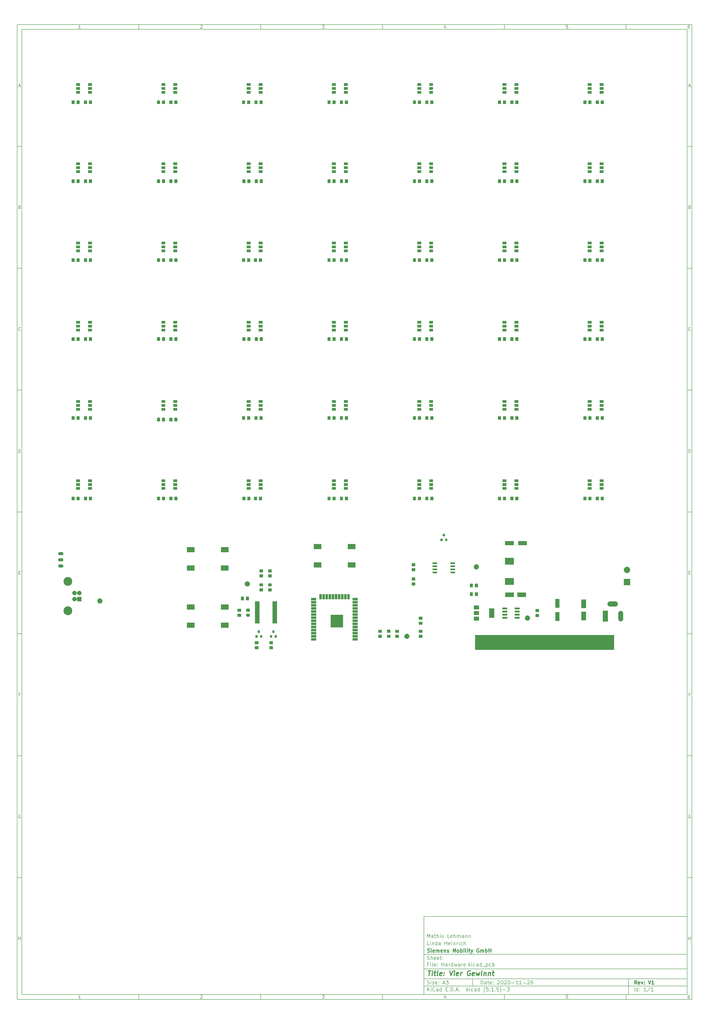
<source format=gbr>
G04 #@! TF.GenerationSoftware,KiCad,Pcbnew,(5.1.5)-3*
G04 #@! TF.CreationDate,2020-12-16T10:40:52+01:00*
G04 #@! TF.ProjectId,Hardware,48617264-7761-4726-952e-6b696361645f,V1*
G04 #@! TF.SameCoordinates,Original*
G04 #@! TF.FileFunction,Soldermask,Top*
G04 #@! TF.FilePolarity,Negative*
%FSLAX46Y46*%
G04 Gerber Fmt 4.6, Leading zero omitted, Abs format (unit mm)*
G04 Created by KiCad (PCBNEW (5.1.5)-3) date 2020-12-16 10:40:52*
%MOMM*%
%LPD*%
G04 APERTURE LIST*
%ADD10C,0.100000*%
%ADD11C,0.150000*%
%ADD12C,0.300000*%
%ADD13C,0.400000*%
G04 APERTURE END LIST*
D10*
D11*
X177002200Y-375989000D02*
X177002200Y-407989000D01*
X285002200Y-407989000D01*
X285002200Y-375989000D01*
X177002200Y-375989000D01*
D10*
D11*
X10000000Y-10000000D02*
X10000000Y-409989000D01*
X287002200Y-409989000D01*
X287002200Y-10000000D01*
X10000000Y-10000000D01*
D10*
D11*
X12000000Y-12000000D02*
X12000000Y-407989000D01*
X285002200Y-407989000D01*
X285002200Y-12000000D01*
X12000000Y-12000000D01*
D10*
D11*
X60000000Y-12000000D02*
X60000000Y-10000000D01*
D10*
D11*
X110000000Y-12000000D02*
X110000000Y-10000000D01*
D10*
D11*
X160000000Y-12000000D02*
X160000000Y-10000000D01*
D10*
D11*
X210000000Y-12000000D02*
X210000000Y-10000000D01*
D10*
D11*
X260000000Y-12000000D02*
X260000000Y-10000000D01*
D10*
D11*
X36065476Y-11588095D02*
X35322619Y-11588095D01*
X35694047Y-11588095D02*
X35694047Y-10288095D01*
X35570238Y-10473809D01*
X35446428Y-10597619D01*
X35322619Y-10659523D01*
D10*
D11*
X85322619Y-10411904D02*
X85384523Y-10350000D01*
X85508333Y-10288095D01*
X85817857Y-10288095D01*
X85941666Y-10350000D01*
X86003571Y-10411904D01*
X86065476Y-10535714D01*
X86065476Y-10659523D01*
X86003571Y-10845238D01*
X85260714Y-11588095D01*
X86065476Y-11588095D01*
D10*
D11*
X135260714Y-10288095D02*
X136065476Y-10288095D01*
X135632142Y-10783333D01*
X135817857Y-10783333D01*
X135941666Y-10845238D01*
X136003571Y-10907142D01*
X136065476Y-11030952D01*
X136065476Y-11340476D01*
X136003571Y-11464285D01*
X135941666Y-11526190D01*
X135817857Y-11588095D01*
X135446428Y-11588095D01*
X135322619Y-11526190D01*
X135260714Y-11464285D01*
D10*
D11*
X185941666Y-10721428D02*
X185941666Y-11588095D01*
X185632142Y-10226190D02*
X185322619Y-11154761D01*
X186127380Y-11154761D01*
D10*
D11*
X236003571Y-10288095D02*
X235384523Y-10288095D01*
X235322619Y-10907142D01*
X235384523Y-10845238D01*
X235508333Y-10783333D01*
X235817857Y-10783333D01*
X235941666Y-10845238D01*
X236003571Y-10907142D01*
X236065476Y-11030952D01*
X236065476Y-11340476D01*
X236003571Y-11464285D01*
X235941666Y-11526190D01*
X235817857Y-11588095D01*
X235508333Y-11588095D01*
X235384523Y-11526190D01*
X235322619Y-11464285D01*
D10*
D11*
X285941666Y-10288095D02*
X285694047Y-10288095D01*
X285570238Y-10350000D01*
X285508333Y-10411904D01*
X285384523Y-10597619D01*
X285322619Y-10845238D01*
X285322619Y-11340476D01*
X285384523Y-11464285D01*
X285446428Y-11526190D01*
X285570238Y-11588095D01*
X285817857Y-11588095D01*
X285941666Y-11526190D01*
X286003571Y-11464285D01*
X286065476Y-11340476D01*
X286065476Y-11030952D01*
X286003571Y-10907142D01*
X285941666Y-10845238D01*
X285817857Y-10783333D01*
X285570238Y-10783333D01*
X285446428Y-10845238D01*
X285384523Y-10907142D01*
X285322619Y-11030952D01*
D10*
D11*
X60000000Y-407989000D02*
X60000000Y-409989000D01*
D10*
D11*
X110000000Y-407989000D02*
X110000000Y-409989000D01*
D10*
D11*
X160000000Y-407989000D02*
X160000000Y-409989000D01*
D10*
D11*
X210000000Y-407989000D02*
X210000000Y-409989000D01*
D10*
D11*
X260000000Y-407989000D02*
X260000000Y-409989000D01*
D10*
D11*
X36065476Y-409577095D02*
X35322619Y-409577095D01*
X35694047Y-409577095D02*
X35694047Y-408277095D01*
X35570238Y-408462809D01*
X35446428Y-408586619D01*
X35322619Y-408648523D01*
D10*
D11*
X85322619Y-408400904D02*
X85384523Y-408339000D01*
X85508333Y-408277095D01*
X85817857Y-408277095D01*
X85941666Y-408339000D01*
X86003571Y-408400904D01*
X86065476Y-408524714D01*
X86065476Y-408648523D01*
X86003571Y-408834238D01*
X85260714Y-409577095D01*
X86065476Y-409577095D01*
D10*
D11*
X135260714Y-408277095D02*
X136065476Y-408277095D01*
X135632142Y-408772333D01*
X135817857Y-408772333D01*
X135941666Y-408834238D01*
X136003571Y-408896142D01*
X136065476Y-409019952D01*
X136065476Y-409329476D01*
X136003571Y-409453285D01*
X135941666Y-409515190D01*
X135817857Y-409577095D01*
X135446428Y-409577095D01*
X135322619Y-409515190D01*
X135260714Y-409453285D01*
D10*
D11*
X185941666Y-408710428D02*
X185941666Y-409577095D01*
X185632142Y-408215190D02*
X185322619Y-409143761D01*
X186127380Y-409143761D01*
D10*
D11*
X236003571Y-408277095D02*
X235384523Y-408277095D01*
X235322619Y-408896142D01*
X235384523Y-408834238D01*
X235508333Y-408772333D01*
X235817857Y-408772333D01*
X235941666Y-408834238D01*
X236003571Y-408896142D01*
X236065476Y-409019952D01*
X236065476Y-409329476D01*
X236003571Y-409453285D01*
X235941666Y-409515190D01*
X235817857Y-409577095D01*
X235508333Y-409577095D01*
X235384523Y-409515190D01*
X235322619Y-409453285D01*
D10*
D11*
X285941666Y-408277095D02*
X285694047Y-408277095D01*
X285570238Y-408339000D01*
X285508333Y-408400904D01*
X285384523Y-408586619D01*
X285322619Y-408834238D01*
X285322619Y-409329476D01*
X285384523Y-409453285D01*
X285446428Y-409515190D01*
X285570238Y-409577095D01*
X285817857Y-409577095D01*
X285941666Y-409515190D01*
X286003571Y-409453285D01*
X286065476Y-409329476D01*
X286065476Y-409019952D01*
X286003571Y-408896142D01*
X285941666Y-408834238D01*
X285817857Y-408772333D01*
X285570238Y-408772333D01*
X285446428Y-408834238D01*
X285384523Y-408896142D01*
X285322619Y-409019952D01*
D10*
D11*
X10000000Y-60000000D02*
X12000000Y-60000000D01*
D10*
D11*
X10000000Y-110000000D02*
X12000000Y-110000000D01*
D10*
D11*
X10000000Y-160000000D02*
X12000000Y-160000000D01*
D10*
D11*
X10000000Y-210000000D02*
X12000000Y-210000000D01*
D10*
D11*
X10000000Y-260000000D02*
X12000000Y-260000000D01*
D10*
D11*
X10000000Y-310000000D02*
X12000000Y-310000000D01*
D10*
D11*
X10000000Y-360000000D02*
X12000000Y-360000000D01*
D10*
D11*
X10690476Y-35216666D02*
X11309523Y-35216666D01*
X10566666Y-35588095D02*
X11000000Y-34288095D01*
X11433333Y-35588095D01*
D10*
D11*
X11092857Y-84907142D02*
X11278571Y-84969047D01*
X11340476Y-85030952D01*
X11402380Y-85154761D01*
X11402380Y-85340476D01*
X11340476Y-85464285D01*
X11278571Y-85526190D01*
X11154761Y-85588095D01*
X10659523Y-85588095D01*
X10659523Y-84288095D01*
X11092857Y-84288095D01*
X11216666Y-84350000D01*
X11278571Y-84411904D01*
X11340476Y-84535714D01*
X11340476Y-84659523D01*
X11278571Y-84783333D01*
X11216666Y-84845238D01*
X11092857Y-84907142D01*
X10659523Y-84907142D01*
D10*
D11*
X11402380Y-135464285D02*
X11340476Y-135526190D01*
X11154761Y-135588095D01*
X11030952Y-135588095D01*
X10845238Y-135526190D01*
X10721428Y-135402380D01*
X10659523Y-135278571D01*
X10597619Y-135030952D01*
X10597619Y-134845238D01*
X10659523Y-134597619D01*
X10721428Y-134473809D01*
X10845238Y-134350000D01*
X11030952Y-134288095D01*
X11154761Y-134288095D01*
X11340476Y-134350000D01*
X11402380Y-134411904D01*
D10*
D11*
X10659523Y-185588095D02*
X10659523Y-184288095D01*
X10969047Y-184288095D01*
X11154761Y-184350000D01*
X11278571Y-184473809D01*
X11340476Y-184597619D01*
X11402380Y-184845238D01*
X11402380Y-185030952D01*
X11340476Y-185278571D01*
X11278571Y-185402380D01*
X11154761Y-185526190D01*
X10969047Y-185588095D01*
X10659523Y-185588095D01*
D10*
D11*
X10721428Y-234907142D02*
X11154761Y-234907142D01*
X11340476Y-235588095D02*
X10721428Y-235588095D01*
X10721428Y-234288095D01*
X11340476Y-234288095D01*
D10*
D11*
X11185714Y-284907142D02*
X10752380Y-284907142D01*
X10752380Y-285588095D02*
X10752380Y-284288095D01*
X11371428Y-284288095D01*
D10*
D11*
X11340476Y-334350000D02*
X11216666Y-334288095D01*
X11030952Y-334288095D01*
X10845238Y-334350000D01*
X10721428Y-334473809D01*
X10659523Y-334597619D01*
X10597619Y-334845238D01*
X10597619Y-335030952D01*
X10659523Y-335278571D01*
X10721428Y-335402380D01*
X10845238Y-335526190D01*
X11030952Y-335588095D01*
X11154761Y-335588095D01*
X11340476Y-335526190D01*
X11402380Y-335464285D01*
X11402380Y-335030952D01*
X11154761Y-335030952D01*
D10*
D11*
X10628571Y-385588095D02*
X10628571Y-384288095D01*
X10628571Y-384907142D02*
X11371428Y-384907142D01*
X11371428Y-385588095D02*
X11371428Y-384288095D01*
D10*
D11*
X287002200Y-60000000D02*
X285002200Y-60000000D01*
D10*
D11*
X287002200Y-110000000D02*
X285002200Y-110000000D01*
D10*
D11*
X287002200Y-160000000D02*
X285002200Y-160000000D01*
D10*
D11*
X287002200Y-210000000D02*
X285002200Y-210000000D01*
D10*
D11*
X287002200Y-260000000D02*
X285002200Y-260000000D01*
D10*
D11*
X287002200Y-310000000D02*
X285002200Y-310000000D01*
D10*
D11*
X287002200Y-360000000D02*
X285002200Y-360000000D01*
D10*
D11*
X285692676Y-35216666D02*
X286311723Y-35216666D01*
X285568866Y-35588095D02*
X286002200Y-34288095D01*
X286435533Y-35588095D01*
D10*
D11*
X286095057Y-84907142D02*
X286280771Y-84969047D01*
X286342676Y-85030952D01*
X286404580Y-85154761D01*
X286404580Y-85340476D01*
X286342676Y-85464285D01*
X286280771Y-85526190D01*
X286156961Y-85588095D01*
X285661723Y-85588095D01*
X285661723Y-84288095D01*
X286095057Y-84288095D01*
X286218866Y-84350000D01*
X286280771Y-84411904D01*
X286342676Y-84535714D01*
X286342676Y-84659523D01*
X286280771Y-84783333D01*
X286218866Y-84845238D01*
X286095057Y-84907142D01*
X285661723Y-84907142D01*
D10*
D11*
X286404580Y-135464285D02*
X286342676Y-135526190D01*
X286156961Y-135588095D01*
X286033152Y-135588095D01*
X285847438Y-135526190D01*
X285723628Y-135402380D01*
X285661723Y-135278571D01*
X285599819Y-135030952D01*
X285599819Y-134845238D01*
X285661723Y-134597619D01*
X285723628Y-134473809D01*
X285847438Y-134350000D01*
X286033152Y-134288095D01*
X286156961Y-134288095D01*
X286342676Y-134350000D01*
X286404580Y-134411904D01*
D10*
D11*
X285661723Y-185588095D02*
X285661723Y-184288095D01*
X285971247Y-184288095D01*
X286156961Y-184350000D01*
X286280771Y-184473809D01*
X286342676Y-184597619D01*
X286404580Y-184845238D01*
X286404580Y-185030952D01*
X286342676Y-185278571D01*
X286280771Y-185402380D01*
X286156961Y-185526190D01*
X285971247Y-185588095D01*
X285661723Y-185588095D01*
D10*
D11*
X285723628Y-234907142D02*
X286156961Y-234907142D01*
X286342676Y-235588095D02*
X285723628Y-235588095D01*
X285723628Y-234288095D01*
X286342676Y-234288095D01*
D10*
D11*
X286187914Y-284907142D02*
X285754580Y-284907142D01*
X285754580Y-285588095D02*
X285754580Y-284288095D01*
X286373628Y-284288095D01*
D10*
D11*
X286342676Y-334350000D02*
X286218866Y-334288095D01*
X286033152Y-334288095D01*
X285847438Y-334350000D01*
X285723628Y-334473809D01*
X285661723Y-334597619D01*
X285599819Y-334845238D01*
X285599819Y-335030952D01*
X285661723Y-335278571D01*
X285723628Y-335402380D01*
X285847438Y-335526190D01*
X286033152Y-335588095D01*
X286156961Y-335588095D01*
X286342676Y-335526190D01*
X286404580Y-335464285D01*
X286404580Y-335030952D01*
X286156961Y-335030952D01*
D10*
D11*
X285630771Y-385588095D02*
X285630771Y-384288095D01*
X285630771Y-384907142D02*
X286373628Y-384907142D01*
X286373628Y-385588095D02*
X286373628Y-384288095D01*
D10*
D11*
X200434342Y-403767571D02*
X200434342Y-402267571D01*
X200791485Y-402267571D01*
X201005771Y-402339000D01*
X201148628Y-402481857D01*
X201220057Y-402624714D01*
X201291485Y-402910428D01*
X201291485Y-403124714D01*
X201220057Y-403410428D01*
X201148628Y-403553285D01*
X201005771Y-403696142D01*
X200791485Y-403767571D01*
X200434342Y-403767571D01*
X202577200Y-403767571D02*
X202577200Y-402981857D01*
X202505771Y-402839000D01*
X202362914Y-402767571D01*
X202077200Y-402767571D01*
X201934342Y-402839000D01*
X202577200Y-403696142D02*
X202434342Y-403767571D01*
X202077200Y-403767571D01*
X201934342Y-403696142D01*
X201862914Y-403553285D01*
X201862914Y-403410428D01*
X201934342Y-403267571D01*
X202077200Y-403196142D01*
X202434342Y-403196142D01*
X202577200Y-403124714D01*
X203077200Y-402767571D02*
X203648628Y-402767571D01*
X203291485Y-402267571D02*
X203291485Y-403553285D01*
X203362914Y-403696142D01*
X203505771Y-403767571D01*
X203648628Y-403767571D01*
X204720057Y-403696142D02*
X204577200Y-403767571D01*
X204291485Y-403767571D01*
X204148628Y-403696142D01*
X204077200Y-403553285D01*
X204077200Y-402981857D01*
X204148628Y-402839000D01*
X204291485Y-402767571D01*
X204577200Y-402767571D01*
X204720057Y-402839000D01*
X204791485Y-402981857D01*
X204791485Y-403124714D01*
X204077200Y-403267571D01*
X205434342Y-403624714D02*
X205505771Y-403696142D01*
X205434342Y-403767571D01*
X205362914Y-403696142D01*
X205434342Y-403624714D01*
X205434342Y-403767571D01*
X205434342Y-402839000D02*
X205505771Y-402910428D01*
X205434342Y-402981857D01*
X205362914Y-402910428D01*
X205434342Y-402839000D01*
X205434342Y-402981857D01*
X207220057Y-402410428D02*
X207291485Y-402339000D01*
X207434342Y-402267571D01*
X207791485Y-402267571D01*
X207934342Y-402339000D01*
X208005771Y-402410428D01*
X208077200Y-402553285D01*
X208077200Y-402696142D01*
X208005771Y-402910428D01*
X207148628Y-403767571D01*
X208077200Y-403767571D01*
X209005771Y-402267571D02*
X209148628Y-402267571D01*
X209291485Y-402339000D01*
X209362914Y-402410428D01*
X209434342Y-402553285D01*
X209505771Y-402839000D01*
X209505771Y-403196142D01*
X209434342Y-403481857D01*
X209362914Y-403624714D01*
X209291485Y-403696142D01*
X209148628Y-403767571D01*
X209005771Y-403767571D01*
X208862914Y-403696142D01*
X208791485Y-403624714D01*
X208720057Y-403481857D01*
X208648628Y-403196142D01*
X208648628Y-402839000D01*
X208720057Y-402553285D01*
X208791485Y-402410428D01*
X208862914Y-402339000D01*
X209005771Y-402267571D01*
X210077200Y-402410428D02*
X210148628Y-402339000D01*
X210291485Y-402267571D01*
X210648628Y-402267571D01*
X210791485Y-402339000D01*
X210862914Y-402410428D01*
X210934342Y-402553285D01*
X210934342Y-402696142D01*
X210862914Y-402910428D01*
X210005771Y-403767571D01*
X210934342Y-403767571D01*
X211862914Y-402267571D02*
X212005771Y-402267571D01*
X212148628Y-402339000D01*
X212220057Y-402410428D01*
X212291485Y-402553285D01*
X212362914Y-402839000D01*
X212362914Y-403196142D01*
X212291485Y-403481857D01*
X212220057Y-403624714D01*
X212148628Y-403696142D01*
X212005771Y-403767571D01*
X211862914Y-403767571D01*
X211720057Y-403696142D01*
X211648628Y-403624714D01*
X211577200Y-403481857D01*
X211505771Y-403196142D01*
X211505771Y-402839000D01*
X211577200Y-402553285D01*
X211648628Y-402410428D01*
X211720057Y-402339000D01*
X211862914Y-402267571D01*
X213005771Y-403196142D02*
X214148628Y-403196142D01*
X215648628Y-403767571D02*
X214791485Y-403767571D01*
X215220057Y-403767571D02*
X215220057Y-402267571D01*
X215077200Y-402481857D01*
X214934342Y-402624714D01*
X214791485Y-402696142D01*
X217077200Y-403767571D02*
X216220057Y-403767571D01*
X216648628Y-403767571D02*
X216648628Y-402267571D01*
X216505771Y-402481857D01*
X216362914Y-402624714D01*
X216220057Y-402696142D01*
X217720057Y-403196142D02*
X218862914Y-403196142D01*
X219505771Y-402410428D02*
X219577200Y-402339000D01*
X219720057Y-402267571D01*
X220077200Y-402267571D01*
X220220057Y-402339000D01*
X220291485Y-402410428D01*
X220362914Y-402553285D01*
X220362914Y-402696142D01*
X220291485Y-402910428D01*
X219434342Y-403767571D01*
X220362914Y-403767571D01*
X221648628Y-402267571D02*
X221362914Y-402267571D01*
X221220057Y-402339000D01*
X221148628Y-402410428D01*
X221005771Y-402624714D01*
X220934342Y-402910428D01*
X220934342Y-403481857D01*
X221005771Y-403624714D01*
X221077200Y-403696142D01*
X221220057Y-403767571D01*
X221505771Y-403767571D01*
X221648628Y-403696142D01*
X221720057Y-403624714D01*
X221791485Y-403481857D01*
X221791485Y-403124714D01*
X221720057Y-402981857D01*
X221648628Y-402910428D01*
X221505771Y-402839000D01*
X221220057Y-402839000D01*
X221077200Y-402910428D01*
X221005771Y-402981857D01*
X220934342Y-403124714D01*
D10*
D11*
X177002200Y-404489000D02*
X285002200Y-404489000D01*
D10*
D11*
X178434342Y-406567571D02*
X178434342Y-405067571D01*
X179291485Y-406567571D02*
X178648628Y-405710428D01*
X179291485Y-405067571D02*
X178434342Y-405924714D01*
X179934342Y-406567571D02*
X179934342Y-405567571D01*
X179934342Y-405067571D02*
X179862914Y-405139000D01*
X179934342Y-405210428D01*
X180005771Y-405139000D01*
X179934342Y-405067571D01*
X179934342Y-405210428D01*
X181505771Y-406424714D02*
X181434342Y-406496142D01*
X181220057Y-406567571D01*
X181077200Y-406567571D01*
X180862914Y-406496142D01*
X180720057Y-406353285D01*
X180648628Y-406210428D01*
X180577200Y-405924714D01*
X180577200Y-405710428D01*
X180648628Y-405424714D01*
X180720057Y-405281857D01*
X180862914Y-405139000D01*
X181077200Y-405067571D01*
X181220057Y-405067571D01*
X181434342Y-405139000D01*
X181505771Y-405210428D01*
X182791485Y-406567571D02*
X182791485Y-405781857D01*
X182720057Y-405639000D01*
X182577200Y-405567571D01*
X182291485Y-405567571D01*
X182148628Y-405639000D01*
X182791485Y-406496142D02*
X182648628Y-406567571D01*
X182291485Y-406567571D01*
X182148628Y-406496142D01*
X182077200Y-406353285D01*
X182077200Y-406210428D01*
X182148628Y-406067571D01*
X182291485Y-405996142D01*
X182648628Y-405996142D01*
X182791485Y-405924714D01*
X184148628Y-406567571D02*
X184148628Y-405067571D01*
X184148628Y-406496142D02*
X184005771Y-406567571D01*
X183720057Y-406567571D01*
X183577200Y-406496142D01*
X183505771Y-406424714D01*
X183434342Y-406281857D01*
X183434342Y-405853285D01*
X183505771Y-405710428D01*
X183577200Y-405639000D01*
X183720057Y-405567571D01*
X184005771Y-405567571D01*
X184148628Y-405639000D01*
X186005771Y-405781857D02*
X186505771Y-405781857D01*
X186720057Y-406567571D02*
X186005771Y-406567571D01*
X186005771Y-405067571D01*
X186720057Y-405067571D01*
X187362914Y-406424714D02*
X187434342Y-406496142D01*
X187362914Y-406567571D01*
X187291485Y-406496142D01*
X187362914Y-406424714D01*
X187362914Y-406567571D01*
X188077200Y-406567571D02*
X188077200Y-405067571D01*
X188434342Y-405067571D01*
X188648628Y-405139000D01*
X188791485Y-405281857D01*
X188862914Y-405424714D01*
X188934342Y-405710428D01*
X188934342Y-405924714D01*
X188862914Y-406210428D01*
X188791485Y-406353285D01*
X188648628Y-406496142D01*
X188434342Y-406567571D01*
X188077200Y-406567571D01*
X189577200Y-406424714D02*
X189648628Y-406496142D01*
X189577200Y-406567571D01*
X189505771Y-406496142D01*
X189577200Y-406424714D01*
X189577200Y-406567571D01*
X190220057Y-406139000D02*
X190934342Y-406139000D01*
X190077200Y-406567571D02*
X190577200Y-405067571D01*
X191077200Y-406567571D01*
X191577200Y-406424714D02*
X191648628Y-406496142D01*
X191577200Y-406567571D01*
X191505771Y-406496142D01*
X191577200Y-406424714D01*
X191577200Y-406567571D01*
X194577200Y-406567571D02*
X194577200Y-405067571D01*
X194720057Y-405996142D02*
X195148628Y-406567571D01*
X195148628Y-405567571D02*
X194577200Y-406139000D01*
X195791485Y-406567571D02*
X195791485Y-405567571D01*
X195791485Y-405067571D02*
X195720057Y-405139000D01*
X195791485Y-405210428D01*
X195862914Y-405139000D01*
X195791485Y-405067571D01*
X195791485Y-405210428D01*
X197148628Y-406496142D02*
X197005771Y-406567571D01*
X196720057Y-406567571D01*
X196577200Y-406496142D01*
X196505771Y-406424714D01*
X196434342Y-406281857D01*
X196434342Y-405853285D01*
X196505771Y-405710428D01*
X196577200Y-405639000D01*
X196720057Y-405567571D01*
X197005771Y-405567571D01*
X197148628Y-405639000D01*
X198434342Y-406567571D02*
X198434342Y-405781857D01*
X198362914Y-405639000D01*
X198220057Y-405567571D01*
X197934342Y-405567571D01*
X197791485Y-405639000D01*
X198434342Y-406496142D02*
X198291485Y-406567571D01*
X197934342Y-406567571D01*
X197791485Y-406496142D01*
X197720057Y-406353285D01*
X197720057Y-406210428D01*
X197791485Y-406067571D01*
X197934342Y-405996142D01*
X198291485Y-405996142D01*
X198434342Y-405924714D01*
X199791485Y-406567571D02*
X199791485Y-405067571D01*
X199791485Y-406496142D02*
X199648628Y-406567571D01*
X199362914Y-406567571D01*
X199220057Y-406496142D01*
X199148628Y-406424714D01*
X199077200Y-406281857D01*
X199077200Y-405853285D01*
X199148628Y-405710428D01*
X199220057Y-405639000D01*
X199362914Y-405567571D01*
X199648628Y-405567571D01*
X199791485Y-405639000D01*
X202077200Y-407139000D02*
X202005771Y-407067571D01*
X201862914Y-406853285D01*
X201791485Y-406710428D01*
X201720057Y-406496142D01*
X201648628Y-406139000D01*
X201648628Y-405853285D01*
X201720057Y-405496142D01*
X201791485Y-405281857D01*
X201862914Y-405139000D01*
X202005771Y-404924714D01*
X202077200Y-404853285D01*
X203362914Y-405067571D02*
X202648628Y-405067571D01*
X202577200Y-405781857D01*
X202648628Y-405710428D01*
X202791485Y-405639000D01*
X203148628Y-405639000D01*
X203291485Y-405710428D01*
X203362914Y-405781857D01*
X203434342Y-405924714D01*
X203434342Y-406281857D01*
X203362914Y-406424714D01*
X203291485Y-406496142D01*
X203148628Y-406567571D01*
X202791485Y-406567571D01*
X202648628Y-406496142D01*
X202577200Y-406424714D01*
X204077200Y-406424714D02*
X204148628Y-406496142D01*
X204077200Y-406567571D01*
X204005771Y-406496142D01*
X204077200Y-406424714D01*
X204077200Y-406567571D01*
X205577200Y-406567571D02*
X204720057Y-406567571D01*
X205148628Y-406567571D02*
X205148628Y-405067571D01*
X205005771Y-405281857D01*
X204862914Y-405424714D01*
X204720057Y-405496142D01*
X206220057Y-406424714D02*
X206291485Y-406496142D01*
X206220057Y-406567571D01*
X206148628Y-406496142D01*
X206220057Y-406424714D01*
X206220057Y-406567571D01*
X207648628Y-405067571D02*
X206934342Y-405067571D01*
X206862914Y-405781857D01*
X206934342Y-405710428D01*
X207077200Y-405639000D01*
X207434342Y-405639000D01*
X207577200Y-405710428D01*
X207648628Y-405781857D01*
X207720057Y-405924714D01*
X207720057Y-406281857D01*
X207648628Y-406424714D01*
X207577200Y-406496142D01*
X207434342Y-406567571D01*
X207077200Y-406567571D01*
X206934342Y-406496142D01*
X206862914Y-406424714D01*
X208220057Y-407139000D02*
X208291485Y-407067571D01*
X208434342Y-406853285D01*
X208505771Y-406710428D01*
X208577200Y-406496142D01*
X208648628Y-406139000D01*
X208648628Y-405853285D01*
X208577200Y-405496142D01*
X208505771Y-405281857D01*
X208434342Y-405139000D01*
X208291485Y-404924714D01*
X208220057Y-404853285D01*
X209362914Y-405996142D02*
X210505771Y-405996142D01*
X211077200Y-405067571D02*
X212005771Y-405067571D01*
X211505771Y-405639000D01*
X211720057Y-405639000D01*
X211862914Y-405710428D01*
X211934342Y-405781857D01*
X212005771Y-405924714D01*
X212005771Y-406281857D01*
X211934342Y-406424714D01*
X211862914Y-406496142D01*
X211720057Y-406567571D01*
X211291485Y-406567571D01*
X211148628Y-406496142D01*
X211077200Y-406424714D01*
D10*
D11*
X177002200Y-401489000D02*
X285002200Y-401489000D01*
D10*
D12*
X264411485Y-403767571D02*
X263911485Y-403053285D01*
X263554342Y-403767571D02*
X263554342Y-402267571D01*
X264125771Y-402267571D01*
X264268628Y-402339000D01*
X264340057Y-402410428D01*
X264411485Y-402553285D01*
X264411485Y-402767571D01*
X264340057Y-402910428D01*
X264268628Y-402981857D01*
X264125771Y-403053285D01*
X263554342Y-403053285D01*
X265625771Y-403696142D02*
X265482914Y-403767571D01*
X265197200Y-403767571D01*
X265054342Y-403696142D01*
X264982914Y-403553285D01*
X264982914Y-402981857D01*
X265054342Y-402839000D01*
X265197200Y-402767571D01*
X265482914Y-402767571D01*
X265625771Y-402839000D01*
X265697200Y-402981857D01*
X265697200Y-403124714D01*
X264982914Y-403267571D01*
X266197200Y-402767571D02*
X266554342Y-403767571D01*
X266911485Y-402767571D01*
X267482914Y-403624714D02*
X267554342Y-403696142D01*
X267482914Y-403767571D01*
X267411485Y-403696142D01*
X267482914Y-403624714D01*
X267482914Y-403767571D01*
X267482914Y-402839000D02*
X267554342Y-402910428D01*
X267482914Y-402981857D01*
X267411485Y-402910428D01*
X267482914Y-402839000D01*
X267482914Y-402981857D01*
X269125771Y-402267571D02*
X269625771Y-403767571D01*
X270125771Y-402267571D01*
X271411485Y-403767571D02*
X270554342Y-403767571D01*
X270982914Y-403767571D02*
X270982914Y-402267571D01*
X270840057Y-402481857D01*
X270697200Y-402624714D01*
X270554342Y-402696142D01*
D10*
D11*
X178362914Y-403696142D02*
X178577200Y-403767571D01*
X178934342Y-403767571D01*
X179077200Y-403696142D01*
X179148628Y-403624714D01*
X179220057Y-403481857D01*
X179220057Y-403339000D01*
X179148628Y-403196142D01*
X179077200Y-403124714D01*
X178934342Y-403053285D01*
X178648628Y-402981857D01*
X178505771Y-402910428D01*
X178434342Y-402839000D01*
X178362914Y-402696142D01*
X178362914Y-402553285D01*
X178434342Y-402410428D01*
X178505771Y-402339000D01*
X178648628Y-402267571D01*
X179005771Y-402267571D01*
X179220057Y-402339000D01*
X179862914Y-403767571D02*
X179862914Y-402767571D01*
X179862914Y-402267571D02*
X179791485Y-402339000D01*
X179862914Y-402410428D01*
X179934342Y-402339000D01*
X179862914Y-402267571D01*
X179862914Y-402410428D01*
X180434342Y-402767571D02*
X181220057Y-402767571D01*
X180434342Y-403767571D01*
X181220057Y-403767571D01*
X182362914Y-403696142D02*
X182220057Y-403767571D01*
X181934342Y-403767571D01*
X181791485Y-403696142D01*
X181720057Y-403553285D01*
X181720057Y-402981857D01*
X181791485Y-402839000D01*
X181934342Y-402767571D01*
X182220057Y-402767571D01*
X182362914Y-402839000D01*
X182434342Y-402981857D01*
X182434342Y-403124714D01*
X181720057Y-403267571D01*
X183077200Y-403624714D02*
X183148628Y-403696142D01*
X183077200Y-403767571D01*
X183005771Y-403696142D01*
X183077200Y-403624714D01*
X183077200Y-403767571D01*
X183077200Y-402839000D02*
X183148628Y-402910428D01*
X183077200Y-402981857D01*
X183005771Y-402910428D01*
X183077200Y-402839000D01*
X183077200Y-402981857D01*
X184862914Y-403339000D02*
X185577200Y-403339000D01*
X184720057Y-403767571D02*
X185220057Y-402267571D01*
X185720057Y-403767571D01*
X186077200Y-402267571D02*
X187005771Y-402267571D01*
X186505771Y-402839000D01*
X186720057Y-402839000D01*
X186862914Y-402910428D01*
X186934342Y-402981857D01*
X187005771Y-403124714D01*
X187005771Y-403481857D01*
X186934342Y-403624714D01*
X186862914Y-403696142D01*
X186720057Y-403767571D01*
X186291485Y-403767571D01*
X186148628Y-403696142D01*
X186077200Y-403624714D01*
D10*
D11*
X263434342Y-406567571D02*
X263434342Y-405067571D01*
X264791485Y-406567571D02*
X264791485Y-405067571D01*
X264791485Y-406496142D02*
X264648628Y-406567571D01*
X264362914Y-406567571D01*
X264220057Y-406496142D01*
X264148628Y-406424714D01*
X264077200Y-406281857D01*
X264077200Y-405853285D01*
X264148628Y-405710428D01*
X264220057Y-405639000D01*
X264362914Y-405567571D01*
X264648628Y-405567571D01*
X264791485Y-405639000D01*
X265505771Y-406424714D02*
X265577200Y-406496142D01*
X265505771Y-406567571D01*
X265434342Y-406496142D01*
X265505771Y-406424714D01*
X265505771Y-406567571D01*
X265505771Y-405639000D02*
X265577200Y-405710428D01*
X265505771Y-405781857D01*
X265434342Y-405710428D01*
X265505771Y-405639000D01*
X265505771Y-405781857D01*
X268148628Y-406567571D02*
X267291485Y-406567571D01*
X267720057Y-406567571D02*
X267720057Y-405067571D01*
X267577200Y-405281857D01*
X267434342Y-405424714D01*
X267291485Y-405496142D01*
X269862914Y-404996142D02*
X268577200Y-406924714D01*
X271148628Y-406567571D02*
X270291485Y-406567571D01*
X270720057Y-406567571D02*
X270720057Y-405067571D01*
X270577200Y-405281857D01*
X270434342Y-405424714D01*
X270291485Y-405496142D01*
D10*
D11*
X177002200Y-397489000D02*
X285002200Y-397489000D01*
D10*
D13*
X178714580Y-398193761D02*
X179857438Y-398193761D01*
X179036009Y-400193761D02*
X179286009Y-398193761D01*
X180274104Y-400193761D02*
X180440771Y-398860428D01*
X180524104Y-398193761D02*
X180416961Y-398289000D01*
X180500295Y-398384238D01*
X180607438Y-398289000D01*
X180524104Y-398193761D01*
X180500295Y-398384238D01*
X181107438Y-398860428D02*
X181869342Y-398860428D01*
X181476485Y-398193761D02*
X181262200Y-399908047D01*
X181333628Y-400098523D01*
X181512200Y-400193761D01*
X181702676Y-400193761D01*
X182655057Y-400193761D02*
X182476485Y-400098523D01*
X182405057Y-399908047D01*
X182619342Y-398193761D01*
X184190771Y-400098523D02*
X183988390Y-400193761D01*
X183607438Y-400193761D01*
X183428866Y-400098523D01*
X183357438Y-399908047D01*
X183452676Y-399146142D01*
X183571723Y-398955666D01*
X183774104Y-398860428D01*
X184155057Y-398860428D01*
X184333628Y-398955666D01*
X184405057Y-399146142D01*
X184381247Y-399336619D01*
X183405057Y-399527095D01*
X185155057Y-400003285D02*
X185238390Y-400098523D01*
X185131247Y-400193761D01*
X185047914Y-400098523D01*
X185155057Y-400003285D01*
X185131247Y-400193761D01*
X185286009Y-398955666D02*
X185369342Y-399050904D01*
X185262200Y-399146142D01*
X185178866Y-399050904D01*
X185286009Y-398955666D01*
X185262200Y-399146142D01*
X187571723Y-398193761D02*
X187988390Y-400193761D01*
X188905057Y-398193761D01*
X189321723Y-400193761D02*
X189488390Y-398860428D01*
X189571723Y-398193761D02*
X189464580Y-398289000D01*
X189547914Y-398384238D01*
X189655057Y-398289000D01*
X189571723Y-398193761D01*
X189547914Y-398384238D01*
X191047914Y-400098523D02*
X190845533Y-400193761D01*
X190464580Y-400193761D01*
X190286009Y-400098523D01*
X190214580Y-399908047D01*
X190309819Y-399146142D01*
X190428866Y-398955666D01*
X190631247Y-398860428D01*
X191012200Y-398860428D01*
X191190771Y-398955666D01*
X191262200Y-399146142D01*
X191238390Y-399336619D01*
X190262200Y-399527095D01*
X191988390Y-400193761D02*
X192155057Y-398860428D01*
X192107438Y-399241380D02*
X192226485Y-399050904D01*
X192333628Y-398955666D01*
X192536009Y-398860428D01*
X192726485Y-398860428D01*
X196036009Y-398289000D02*
X195857438Y-398193761D01*
X195571723Y-398193761D01*
X195274104Y-398289000D01*
X195059819Y-398479476D01*
X194940771Y-398669952D01*
X194797914Y-399050904D01*
X194762200Y-399336619D01*
X194809819Y-399717571D01*
X194881247Y-399908047D01*
X195047914Y-400098523D01*
X195321723Y-400193761D01*
X195512200Y-400193761D01*
X195809819Y-400098523D01*
X195916961Y-400003285D01*
X196000295Y-399336619D01*
X195619342Y-399336619D01*
X197524104Y-400098523D02*
X197321723Y-400193761D01*
X196940771Y-400193761D01*
X196762200Y-400098523D01*
X196690771Y-399908047D01*
X196786009Y-399146142D01*
X196905057Y-398955666D01*
X197107438Y-398860428D01*
X197488390Y-398860428D01*
X197666961Y-398955666D01*
X197738390Y-399146142D01*
X197714580Y-399336619D01*
X196738390Y-399527095D01*
X198440771Y-398860428D02*
X198655057Y-400193761D01*
X199155057Y-399241380D01*
X199416961Y-400193761D01*
X199964580Y-398860428D01*
X200559819Y-400193761D02*
X200726485Y-398860428D01*
X200809819Y-398193761D02*
X200702676Y-398289000D01*
X200786009Y-398384238D01*
X200893152Y-398289000D01*
X200809819Y-398193761D01*
X200786009Y-398384238D01*
X201678866Y-398860428D02*
X201512200Y-400193761D01*
X201655057Y-399050904D02*
X201762200Y-398955666D01*
X201964580Y-398860428D01*
X202250295Y-398860428D01*
X202428866Y-398955666D01*
X202500295Y-399146142D01*
X202369342Y-400193761D01*
X203488390Y-398860428D02*
X203321723Y-400193761D01*
X203464580Y-399050904D02*
X203571723Y-398955666D01*
X203774104Y-398860428D01*
X204059819Y-398860428D01*
X204238390Y-398955666D01*
X204309819Y-399146142D01*
X204178866Y-400193761D01*
X205012200Y-398860428D02*
X205774104Y-398860428D01*
X205381247Y-398193761D02*
X205166961Y-399908047D01*
X205238390Y-400098523D01*
X205416961Y-400193761D01*
X205607438Y-400193761D01*
D10*
D11*
X178934342Y-395581857D02*
X178434342Y-395581857D01*
X178434342Y-396367571D02*
X178434342Y-394867571D01*
X179148628Y-394867571D01*
X179720057Y-396367571D02*
X179720057Y-395367571D01*
X179720057Y-394867571D02*
X179648628Y-394939000D01*
X179720057Y-395010428D01*
X179791485Y-394939000D01*
X179720057Y-394867571D01*
X179720057Y-395010428D01*
X180648628Y-396367571D02*
X180505771Y-396296142D01*
X180434342Y-396153285D01*
X180434342Y-394867571D01*
X181791485Y-396296142D02*
X181648628Y-396367571D01*
X181362914Y-396367571D01*
X181220057Y-396296142D01*
X181148628Y-396153285D01*
X181148628Y-395581857D01*
X181220057Y-395439000D01*
X181362914Y-395367571D01*
X181648628Y-395367571D01*
X181791485Y-395439000D01*
X181862914Y-395581857D01*
X181862914Y-395724714D01*
X181148628Y-395867571D01*
X182505771Y-396224714D02*
X182577200Y-396296142D01*
X182505771Y-396367571D01*
X182434342Y-396296142D01*
X182505771Y-396224714D01*
X182505771Y-396367571D01*
X182505771Y-395439000D02*
X182577200Y-395510428D01*
X182505771Y-395581857D01*
X182434342Y-395510428D01*
X182505771Y-395439000D01*
X182505771Y-395581857D01*
X184362914Y-396367571D02*
X184362914Y-394867571D01*
X184362914Y-395581857D02*
X185220057Y-395581857D01*
X185220057Y-396367571D02*
X185220057Y-394867571D01*
X186577200Y-396367571D02*
X186577200Y-395581857D01*
X186505771Y-395439000D01*
X186362914Y-395367571D01*
X186077200Y-395367571D01*
X185934342Y-395439000D01*
X186577200Y-396296142D02*
X186434342Y-396367571D01*
X186077200Y-396367571D01*
X185934342Y-396296142D01*
X185862914Y-396153285D01*
X185862914Y-396010428D01*
X185934342Y-395867571D01*
X186077200Y-395796142D01*
X186434342Y-395796142D01*
X186577200Y-395724714D01*
X187291485Y-396367571D02*
X187291485Y-395367571D01*
X187291485Y-395653285D02*
X187362914Y-395510428D01*
X187434342Y-395439000D01*
X187577200Y-395367571D01*
X187720057Y-395367571D01*
X188862914Y-396367571D02*
X188862914Y-394867571D01*
X188862914Y-396296142D02*
X188720057Y-396367571D01*
X188434342Y-396367571D01*
X188291485Y-396296142D01*
X188220057Y-396224714D01*
X188148628Y-396081857D01*
X188148628Y-395653285D01*
X188220057Y-395510428D01*
X188291485Y-395439000D01*
X188434342Y-395367571D01*
X188720057Y-395367571D01*
X188862914Y-395439000D01*
X189434342Y-395367571D02*
X189720057Y-396367571D01*
X190005771Y-395653285D01*
X190291485Y-396367571D01*
X190577200Y-395367571D01*
X191791485Y-396367571D02*
X191791485Y-395581857D01*
X191720057Y-395439000D01*
X191577200Y-395367571D01*
X191291485Y-395367571D01*
X191148628Y-395439000D01*
X191791485Y-396296142D02*
X191648628Y-396367571D01*
X191291485Y-396367571D01*
X191148628Y-396296142D01*
X191077200Y-396153285D01*
X191077200Y-396010428D01*
X191148628Y-395867571D01*
X191291485Y-395796142D01*
X191648628Y-395796142D01*
X191791485Y-395724714D01*
X192505771Y-396367571D02*
X192505771Y-395367571D01*
X192505771Y-395653285D02*
X192577200Y-395510428D01*
X192648628Y-395439000D01*
X192791485Y-395367571D01*
X192934342Y-395367571D01*
X194005771Y-396296142D02*
X193862914Y-396367571D01*
X193577200Y-396367571D01*
X193434342Y-396296142D01*
X193362914Y-396153285D01*
X193362914Y-395581857D01*
X193434342Y-395439000D01*
X193577200Y-395367571D01*
X193862914Y-395367571D01*
X194005771Y-395439000D01*
X194077200Y-395581857D01*
X194077200Y-395724714D01*
X193362914Y-395867571D01*
X194720057Y-396224714D02*
X194791485Y-396296142D01*
X194720057Y-396367571D01*
X194648628Y-396296142D01*
X194720057Y-396224714D01*
X194720057Y-396367571D01*
X195434342Y-396367571D02*
X195434342Y-394867571D01*
X195577200Y-395796142D02*
X196005771Y-396367571D01*
X196005771Y-395367571D02*
X195434342Y-395939000D01*
X196648628Y-396367571D02*
X196648628Y-395367571D01*
X196648628Y-394867571D02*
X196577200Y-394939000D01*
X196648628Y-395010428D01*
X196720057Y-394939000D01*
X196648628Y-394867571D01*
X196648628Y-395010428D01*
X198005771Y-396296142D02*
X197862914Y-396367571D01*
X197577200Y-396367571D01*
X197434342Y-396296142D01*
X197362914Y-396224714D01*
X197291485Y-396081857D01*
X197291485Y-395653285D01*
X197362914Y-395510428D01*
X197434342Y-395439000D01*
X197577200Y-395367571D01*
X197862914Y-395367571D01*
X198005771Y-395439000D01*
X199291485Y-396367571D02*
X199291485Y-395581857D01*
X199220057Y-395439000D01*
X199077200Y-395367571D01*
X198791485Y-395367571D01*
X198648628Y-395439000D01*
X199291485Y-396296142D02*
X199148628Y-396367571D01*
X198791485Y-396367571D01*
X198648628Y-396296142D01*
X198577200Y-396153285D01*
X198577200Y-396010428D01*
X198648628Y-395867571D01*
X198791485Y-395796142D01*
X199148628Y-395796142D01*
X199291485Y-395724714D01*
X200648628Y-396367571D02*
X200648628Y-394867571D01*
X200648628Y-396296142D02*
X200505771Y-396367571D01*
X200220057Y-396367571D01*
X200077200Y-396296142D01*
X200005771Y-396224714D01*
X199934342Y-396081857D01*
X199934342Y-395653285D01*
X200005771Y-395510428D01*
X200077200Y-395439000D01*
X200220057Y-395367571D01*
X200505771Y-395367571D01*
X200648628Y-395439000D01*
X201005771Y-396510428D02*
X202148628Y-396510428D01*
X202505771Y-395367571D02*
X202505771Y-396867571D01*
X202505771Y-395439000D02*
X202648628Y-395367571D01*
X202934342Y-395367571D01*
X203077200Y-395439000D01*
X203148628Y-395510428D01*
X203220057Y-395653285D01*
X203220057Y-396081857D01*
X203148628Y-396224714D01*
X203077200Y-396296142D01*
X202934342Y-396367571D01*
X202648628Y-396367571D01*
X202505771Y-396296142D01*
X204505771Y-396296142D02*
X204362914Y-396367571D01*
X204077200Y-396367571D01*
X203934342Y-396296142D01*
X203862914Y-396224714D01*
X203791485Y-396081857D01*
X203791485Y-395653285D01*
X203862914Y-395510428D01*
X203934342Y-395439000D01*
X204077200Y-395367571D01*
X204362914Y-395367571D01*
X204505771Y-395439000D01*
X205148628Y-396367571D02*
X205148628Y-394867571D01*
X205148628Y-395439000D02*
X205291485Y-395367571D01*
X205577200Y-395367571D01*
X205720057Y-395439000D01*
X205791485Y-395510428D01*
X205862914Y-395653285D01*
X205862914Y-396081857D01*
X205791485Y-396224714D01*
X205720057Y-396296142D01*
X205577200Y-396367571D01*
X205291485Y-396367571D01*
X205148628Y-396296142D01*
D10*
D11*
X177002200Y-391489000D02*
X285002200Y-391489000D01*
D10*
D11*
X178362914Y-393596142D02*
X178577200Y-393667571D01*
X178934342Y-393667571D01*
X179077200Y-393596142D01*
X179148628Y-393524714D01*
X179220057Y-393381857D01*
X179220057Y-393239000D01*
X179148628Y-393096142D01*
X179077200Y-393024714D01*
X178934342Y-392953285D01*
X178648628Y-392881857D01*
X178505771Y-392810428D01*
X178434342Y-392739000D01*
X178362914Y-392596142D01*
X178362914Y-392453285D01*
X178434342Y-392310428D01*
X178505771Y-392239000D01*
X178648628Y-392167571D01*
X179005771Y-392167571D01*
X179220057Y-392239000D01*
X179862914Y-393667571D02*
X179862914Y-392167571D01*
X180505771Y-393667571D02*
X180505771Y-392881857D01*
X180434342Y-392739000D01*
X180291485Y-392667571D01*
X180077200Y-392667571D01*
X179934342Y-392739000D01*
X179862914Y-392810428D01*
X181791485Y-393596142D02*
X181648628Y-393667571D01*
X181362914Y-393667571D01*
X181220057Y-393596142D01*
X181148628Y-393453285D01*
X181148628Y-392881857D01*
X181220057Y-392739000D01*
X181362914Y-392667571D01*
X181648628Y-392667571D01*
X181791485Y-392739000D01*
X181862914Y-392881857D01*
X181862914Y-393024714D01*
X181148628Y-393167571D01*
X183077200Y-393596142D02*
X182934342Y-393667571D01*
X182648628Y-393667571D01*
X182505771Y-393596142D01*
X182434342Y-393453285D01*
X182434342Y-392881857D01*
X182505771Y-392739000D01*
X182648628Y-392667571D01*
X182934342Y-392667571D01*
X183077200Y-392739000D01*
X183148628Y-392881857D01*
X183148628Y-393024714D01*
X182434342Y-393167571D01*
X183577200Y-392667571D02*
X184148628Y-392667571D01*
X183791485Y-392167571D02*
X183791485Y-393453285D01*
X183862914Y-393596142D01*
X184005771Y-393667571D01*
X184148628Y-393667571D01*
X184648628Y-393524714D02*
X184720057Y-393596142D01*
X184648628Y-393667571D01*
X184577200Y-393596142D01*
X184648628Y-393524714D01*
X184648628Y-393667571D01*
X184648628Y-392739000D02*
X184720057Y-392810428D01*
X184648628Y-392881857D01*
X184577200Y-392810428D01*
X184648628Y-392739000D01*
X184648628Y-392881857D01*
D10*
D12*
X178482914Y-390596142D02*
X178697200Y-390667571D01*
X179054342Y-390667571D01*
X179197200Y-390596142D01*
X179268628Y-390524714D01*
X179340057Y-390381857D01*
X179340057Y-390239000D01*
X179268628Y-390096142D01*
X179197200Y-390024714D01*
X179054342Y-389953285D01*
X178768628Y-389881857D01*
X178625771Y-389810428D01*
X178554342Y-389739000D01*
X178482914Y-389596142D01*
X178482914Y-389453285D01*
X178554342Y-389310428D01*
X178625771Y-389239000D01*
X178768628Y-389167571D01*
X179125771Y-389167571D01*
X179340057Y-389239000D01*
X179982914Y-390667571D02*
X179982914Y-389667571D01*
X179982914Y-389167571D02*
X179911485Y-389239000D01*
X179982914Y-389310428D01*
X180054342Y-389239000D01*
X179982914Y-389167571D01*
X179982914Y-389310428D01*
X181268628Y-390596142D02*
X181125771Y-390667571D01*
X180840057Y-390667571D01*
X180697200Y-390596142D01*
X180625771Y-390453285D01*
X180625771Y-389881857D01*
X180697200Y-389739000D01*
X180840057Y-389667571D01*
X181125771Y-389667571D01*
X181268628Y-389739000D01*
X181340057Y-389881857D01*
X181340057Y-390024714D01*
X180625771Y-390167571D01*
X181982914Y-390667571D02*
X181982914Y-389667571D01*
X181982914Y-389810428D02*
X182054342Y-389739000D01*
X182197200Y-389667571D01*
X182411485Y-389667571D01*
X182554342Y-389739000D01*
X182625771Y-389881857D01*
X182625771Y-390667571D01*
X182625771Y-389881857D02*
X182697200Y-389739000D01*
X182840057Y-389667571D01*
X183054342Y-389667571D01*
X183197200Y-389739000D01*
X183268628Y-389881857D01*
X183268628Y-390667571D01*
X184554342Y-390596142D02*
X184411485Y-390667571D01*
X184125771Y-390667571D01*
X183982914Y-390596142D01*
X183911485Y-390453285D01*
X183911485Y-389881857D01*
X183982914Y-389739000D01*
X184125771Y-389667571D01*
X184411485Y-389667571D01*
X184554342Y-389739000D01*
X184625771Y-389881857D01*
X184625771Y-390024714D01*
X183911485Y-390167571D01*
X185268628Y-389667571D02*
X185268628Y-390667571D01*
X185268628Y-389810428D02*
X185340057Y-389739000D01*
X185482914Y-389667571D01*
X185697200Y-389667571D01*
X185840057Y-389739000D01*
X185911485Y-389881857D01*
X185911485Y-390667571D01*
X186554342Y-390596142D02*
X186697200Y-390667571D01*
X186982914Y-390667571D01*
X187125771Y-390596142D01*
X187197200Y-390453285D01*
X187197200Y-390381857D01*
X187125771Y-390239000D01*
X186982914Y-390167571D01*
X186768628Y-390167571D01*
X186625771Y-390096142D01*
X186554342Y-389953285D01*
X186554342Y-389881857D01*
X186625771Y-389739000D01*
X186768628Y-389667571D01*
X186982914Y-389667571D01*
X187125771Y-389739000D01*
X188982914Y-390667571D02*
X188982914Y-389167571D01*
X189482914Y-390239000D01*
X189982914Y-389167571D01*
X189982914Y-390667571D01*
X190911485Y-390667571D02*
X190768628Y-390596142D01*
X190697200Y-390524714D01*
X190625771Y-390381857D01*
X190625771Y-389953285D01*
X190697200Y-389810428D01*
X190768628Y-389739000D01*
X190911485Y-389667571D01*
X191125771Y-389667571D01*
X191268628Y-389739000D01*
X191340057Y-389810428D01*
X191411485Y-389953285D01*
X191411485Y-390381857D01*
X191340057Y-390524714D01*
X191268628Y-390596142D01*
X191125771Y-390667571D01*
X190911485Y-390667571D01*
X192054342Y-390667571D02*
X192054342Y-389167571D01*
X192054342Y-389739000D02*
X192197200Y-389667571D01*
X192482914Y-389667571D01*
X192625771Y-389739000D01*
X192697200Y-389810428D01*
X192768628Y-389953285D01*
X192768628Y-390381857D01*
X192697200Y-390524714D01*
X192625771Y-390596142D01*
X192482914Y-390667571D01*
X192197200Y-390667571D01*
X192054342Y-390596142D01*
X193411485Y-390667571D02*
X193411485Y-389667571D01*
X193411485Y-389167571D02*
X193340057Y-389239000D01*
X193411485Y-389310428D01*
X193482914Y-389239000D01*
X193411485Y-389167571D01*
X193411485Y-389310428D01*
X194340057Y-390667571D02*
X194197200Y-390596142D01*
X194125771Y-390453285D01*
X194125771Y-389167571D01*
X194911485Y-390667571D02*
X194911485Y-389667571D01*
X194911485Y-389167571D02*
X194840057Y-389239000D01*
X194911485Y-389310428D01*
X194982914Y-389239000D01*
X194911485Y-389167571D01*
X194911485Y-389310428D01*
X195411485Y-389667571D02*
X195982914Y-389667571D01*
X195625771Y-389167571D02*
X195625771Y-390453285D01*
X195697200Y-390596142D01*
X195840057Y-390667571D01*
X195982914Y-390667571D01*
X196340057Y-389667571D02*
X196697200Y-390667571D01*
X197054342Y-389667571D02*
X196697200Y-390667571D01*
X196554342Y-391024714D01*
X196482914Y-391096142D01*
X196340057Y-391167571D01*
X199554342Y-389239000D02*
X199411485Y-389167571D01*
X199197200Y-389167571D01*
X198982914Y-389239000D01*
X198840057Y-389381857D01*
X198768628Y-389524714D01*
X198697200Y-389810428D01*
X198697200Y-390024714D01*
X198768628Y-390310428D01*
X198840057Y-390453285D01*
X198982914Y-390596142D01*
X199197200Y-390667571D01*
X199340057Y-390667571D01*
X199554342Y-390596142D01*
X199625771Y-390524714D01*
X199625771Y-390024714D01*
X199340057Y-390024714D01*
X200268628Y-390667571D02*
X200268628Y-389667571D01*
X200268628Y-389810428D02*
X200340057Y-389739000D01*
X200482914Y-389667571D01*
X200697200Y-389667571D01*
X200840057Y-389739000D01*
X200911485Y-389881857D01*
X200911485Y-390667571D01*
X200911485Y-389881857D02*
X200982914Y-389739000D01*
X201125771Y-389667571D01*
X201340057Y-389667571D01*
X201482914Y-389739000D01*
X201554342Y-389881857D01*
X201554342Y-390667571D01*
X202268628Y-390667571D02*
X202268628Y-389167571D01*
X202268628Y-389739000D02*
X202411485Y-389667571D01*
X202697200Y-389667571D01*
X202840057Y-389739000D01*
X202911485Y-389810428D01*
X202982914Y-389953285D01*
X202982914Y-390381857D01*
X202911485Y-390524714D01*
X202840057Y-390596142D01*
X202697200Y-390667571D01*
X202411485Y-390667571D01*
X202268628Y-390596142D01*
X203625771Y-390667571D02*
X203625771Y-389167571D01*
X203625771Y-389881857D02*
X204482914Y-389881857D01*
X204482914Y-390667571D02*
X204482914Y-389167571D01*
D10*
D11*
X179148628Y-387667571D02*
X178434342Y-387667571D01*
X178434342Y-386167571D01*
X179648628Y-387667571D02*
X179648628Y-386667571D01*
X179648628Y-386167571D02*
X179577200Y-386239000D01*
X179648628Y-386310428D01*
X179720057Y-386239000D01*
X179648628Y-386167571D01*
X179648628Y-386310428D01*
X180362914Y-386667571D02*
X180362914Y-387667571D01*
X180362914Y-386810428D02*
X180434342Y-386739000D01*
X180577200Y-386667571D01*
X180791485Y-386667571D01*
X180934342Y-386739000D01*
X181005771Y-386881857D01*
X181005771Y-387667571D01*
X182362914Y-387667571D02*
X182362914Y-386167571D01*
X182362914Y-387596142D02*
X182220057Y-387667571D01*
X181934342Y-387667571D01*
X181791485Y-387596142D01*
X181720057Y-387524714D01*
X181648628Y-387381857D01*
X181648628Y-386953285D01*
X181720057Y-386810428D01*
X181791485Y-386739000D01*
X181934342Y-386667571D01*
X182220057Y-386667571D01*
X182362914Y-386739000D01*
X183720057Y-387667571D02*
X183720057Y-386881857D01*
X183648628Y-386739000D01*
X183505771Y-386667571D01*
X183220057Y-386667571D01*
X183077200Y-386739000D01*
X183720057Y-387596142D02*
X183577200Y-387667571D01*
X183220057Y-387667571D01*
X183077200Y-387596142D01*
X183005771Y-387453285D01*
X183005771Y-387310428D01*
X183077200Y-387167571D01*
X183220057Y-387096142D01*
X183577200Y-387096142D01*
X183720057Y-387024714D01*
X185577200Y-387667571D02*
X185577200Y-386167571D01*
X185577200Y-386881857D02*
X186434342Y-386881857D01*
X186434342Y-387667571D02*
X186434342Y-386167571D01*
X187720057Y-387596142D02*
X187577200Y-387667571D01*
X187291485Y-387667571D01*
X187148628Y-387596142D01*
X187077200Y-387453285D01*
X187077200Y-386881857D01*
X187148628Y-386739000D01*
X187291485Y-386667571D01*
X187577200Y-386667571D01*
X187720057Y-386739000D01*
X187791485Y-386881857D01*
X187791485Y-387024714D01*
X187077200Y-387167571D01*
X188434342Y-387667571D02*
X188434342Y-386667571D01*
X188434342Y-386167571D02*
X188362914Y-386239000D01*
X188434342Y-386310428D01*
X188505771Y-386239000D01*
X188434342Y-386167571D01*
X188434342Y-386310428D01*
X189148628Y-386667571D02*
X189148628Y-387667571D01*
X189148628Y-386810428D02*
X189220057Y-386739000D01*
X189362914Y-386667571D01*
X189577200Y-386667571D01*
X189720057Y-386739000D01*
X189791485Y-386881857D01*
X189791485Y-387667571D01*
X190505771Y-387667571D02*
X190505771Y-386667571D01*
X190505771Y-386953285D02*
X190577200Y-386810428D01*
X190648628Y-386739000D01*
X190791485Y-386667571D01*
X190934342Y-386667571D01*
X191434342Y-387667571D02*
X191434342Y-386667571D01*
X191434342Y-386167571D02*
X191362914Y-386239000D01*
X191434342Y-386310428D01*
X191505771Y-386239000D01*
X191434342Y-386167571D01*
X191434342Y-386310428D01*
X192791485Y-387596142D02*
X192648628Y-387667571D01*
X192362914Y-387667571D01*
X192220057Y-387596142D01*
X192148628Y-387524714D01*
X192077200Y-387381857D01*
X192077200Y-386953285D01*
X192148628Y-386810428D01*
X192220057Y-386739000D01*
X192362914Y-386667571D01*
X192648628Y-386667571D01*
X192791485Y-386739000D01*
X193434342Y-387667571D02*
X193434342Y-386167571D01*
X194077200Y-387667571D02*
X194077200Y-386881857D01*
X194005771Y-386739000D01*
X193862914Y-386667571D01*
X193648628Y-386667571D01*
X193505771Y-386739000D01*
X193434342Y-386810428D01*
D10*
D11*
X178434342Y-384667571D02*
X178434342Y-383167571D01*
X178934342Y-384239000D01*
X179434342Y-383167571D01*
X179434342Y-384667571D01*
X180791485Y-384667571D02*
X180791485Y-383881857D01*
X180720057Y-383739000D01*
X180577200Y-383667571D01*
X180291485Y-383667571D01*
X180148628Y-383739000D01*
X180791485Y-384596142D02*
X180648628Y-384667571D01*
X180291485Y-384667571D01*
X180148628Y-384596142D01*
X180077200Y-384453285D01*
X180077200Y-384310428D01*
X180148628Y-384167571D01*
X180291485Y-384096142D01*
X180648628Y-384096142D01*
X180791485Y-384024714D01*
X181291485Y-383667571D02*
X181862914Y-383667571D01*
X181505771Y-383167571D02*
X181505771Y-384453285D01*
X181577200Y-384596142D01*
X181720057Y-384667571D01*
X181862914Y-384667571D01*
X182362914Y-384667571D02*
X182362914Y-383167571D01*
X183005771Y-384667571D02*
X183005771Y-383881857D01*
X182934342Y-383739000D01*
X182791485Y-383667571D01*
X182577200Y-383667571D01*
X182434342Y-383739000D01*
X182362914Y-383810428D01*
X183720057Y-384667571D02*
X183720057Y-383667571D01*
X183720057Y-383167571D02*
X183648628Y-383239000D01*
X183720057Y-383310428D01*
X183791485Y-383239000D01*
X183720057Y-383167571D01*
X183720057Y-383310428D01*
X184362914Y-384596142D02*
X184505771Y-384667571D01*
X184791485Y-384667571D01*
X184934342Y-384596142D01*
X185005771Y-384453285D01*
X185005771Y-384381857D01*
X184934342Y-384239000D01*
X184791485Y-384167571D01*
X184577200Y-384167571D01*
X184434342Y-384096142D01*
X184362914Y-383953285D01*
X184362914Y-383881857D01*
X184434342Y-383739000D01*
X184577200Y-383667571D01*
X184791485Y-383667571D01*
X184934342Y-383739000D01*
X187505771Y-384667571D02*
X186791485Y-384667571D01*
X186791485Y-383167571D01*
X188577200Y-384596142D02*
X188434342Y-384667571D01*
X188148628Y-384667571D01*
X188005771Y-384596142D01*
X187934342Y-384453285D01*
X187934342Y-383881857D01*
X188005771Y-383739000D01*
X188148628Y-383667571D01*
X188434342Y-383667571D01*
X188577200Y-383739000D01*
X188648628Y-383881857D01*
X188648628Y-384024714D01*
X187934342Y-384167571D01*
X189291485Y-384667571D02*
X189291485Y-383167571D01*
X189934342Y-384667571D02*
X189934342Y-383881857D01*
X189862914Y-383739000D01*
X189720057Y-383667571D01*
X189505771Y-383667571D01*
X189362914Y-383739000D01*
X189291485Y-383810428D01*
X190648628Y-384667571D02*
X190648628Y-383667571D01*
X190648628Y-383810428D02*
X190720057Y-383739000D01*
X190862914Y-383667571D01*
X191077200Y-383667571D01*
X191220057Y-383739000D01*
X191291485Y-383881857D01*
X191291485Y-384667571D01*
X191291485Y-383881857D02*
X191362914Y-383739000D01*
X191505771Y-383667571D01*
X191720057Y-383667571D01*
X191862914Y-383739000D01*
X191934342Y-383881857D01*
X191934342Y-384667571D01*
X193291485Y-384667571D02*
X193291485Y-383881857D01*
X193220057Y-383739000D01*
X193077200Y-383667571D01*
X192791485Y-383667571D01*
X192648628Y-383739000D01*
X193291485Y-384596142D02*
X193148628Y-384667571D01*
X192791485Y-384667571D01*
X192648628Y-384596142D01*
X192577200Y-384453285D01*
X192577200Y-384310428D01*
X192648628Y-384167571D01*
X192791485Y-384096142D01*
X193148628Y-384096142D01*
X193291485Y-384024714D01*
X194005771Y-383667571D02*
X194005771Y-384667571D01*
X194005771Y-383810428D02*
X194077200Y-383739000D01*
X194220057Y-383667571D01*
X194434342Y-383667571D01*
X194577200Y-383739000D01*
X194648628Y-383881857D01*
X194648628Y-384667571D01*
X195362914Y-383667571D02*
X195362914Y-384667571D01*
X195362914Y-383810428D02*
X195434342Y-383739000D01*
X195577200Y-383667571D01*
X195791485Y-383667571D01*
X195934342Y-383739000D01*
X196005771Y-383881857D01*
X196005771Y-384667571D01*
D10*
D11*
X197002200Y-401489000D02*
X197002200Y-404489000D01*
D10*
D11*
X261002200Y-401489000D02*
X261002200Y-407989000D01*
D10*
G36*
X255000000Y-266500000D02*
G01*
X198000000Y-266500000D01*
X198000000Y-260500000D01*
X255000000Y-260500000D01*
X255000000Y-266500000D01*
G37*
X255000000Y-266500000D02*
X198000000Y-266500000D01*
X198000000Y-260500000D01*
X255000000Y-260500000D01*
X255000000Y-266500000D01*
G36*
X114888674Y-265080465D02*
G01*
X114926367Y-265091899D01*
X114961103Y-265110466D01*
X114991548Y-265135452D01*
X115016534Y-265165897D01*
X115035101Y-265200633D01*
X115046535Y-265238326D01*
X115051000Y-265283661D01*
X115051000Y-266120339D01*
X115046535Y-266165674D01*
X115035101Y-266203367D01*
X115016534Y-266238103D01*
X114991548Y-266268548D01*
X114961103Y-266293534D01*
X114926367Y-266312101D01*
X114888674Y-266323535D01*
X114843339Y-266328000D01*
X113756661Y-266328000D01*
X113711326Y-266323535D01*
X113673633Y-266312101D01*
X113638897Y-266293534D01*
X113608452Y-266268548D01*
X113583466Y-266238103D01*
X113564899Y-266203367D01*
X113553465Y-266165674D01*
X113549000Y-266120339D01*
X113549000Y-265283661D01*
X113553465Y-265238326D01*
X113564899Y-265200633D01*
X113583466Y-265165897D01*
X113608452Y-265135452D01*
X113638897Y-265110466D01*
X113673633Y-265091899D01*
X113711326Y-265080465D01*
X113756661Y-265076000D01*
X114843339Y-265076000D01*
X114888674Y-265080465D01*
G37*
G36*
X108919674Y-265071465D02*
G01*
X108957367Y-265082899D01*
X108992103Y-265101466D01*
X109022548Y-265126452D01*
X109047534Y-265156897D01*
X109066101Y-265191633D01*
X109077535Y-265229326D01*
X109082000Y-265274661D01*
X109082000Y-266111339D01*
X109077535Y-266156674D01*
X109066101Y-266194367D01*
X109047534Y-266229103D01*
X109022548Y-266259548D01*
X108992103Y-266284534D01*
X108957367Y-266303101D01*
X108919674Y-266314535D01*
X108874339Y-266319000D01*
X107787661Y-266319000D01*
X107742326Y-266314535D01*
X107704633Y-266303101D01*
X107669897Y-266284534D01*
X107639452Y-266259548D01*
X107614466Y-266229103D01*
X107595899Y-266194367D01*
X107584465Y-266156674D01*
X107580000Y-266111339D01*
X107580000Y-265274661D01*
X107584465Y-265229326D01*
X107595899Y-265191633D01*
X107614466Y-265156897D01*
X107639452Y-265126452D01*
X107669897Y-265101466D01*
X107704633Y-265082899D01*
X107742326Y-265071465D01*
X107787661Y-265067000D01*
X108874339Y-265067000D01*
X108919674Y-265071465D01*
G37*
G36*
X114888674Y-263030465D02*
G01*
X114926367Y-263041899D01*
X114961103Y-263060466D01*
X114991548Y-263085452D01*
X115016534Y-263115897D01*
X115035101Y-263150633D01*
X115046535Y-263188326D01*
X115051000Y-263233661D01*
X115051000Y-264070339D01*
X115046535Y-264115674D01*
X115035101Y-264153367D01*
X115016534Y-264188103D01*
X114991548Y-264218548D01*
X114961103Y-264243534D01*
X114926367Y-264262101D01*
X114888674Y-264273535D01*
X114843339Y-264278000D01*
X113756661Y-264278000D01*
X113711326Y-264273535D01*
X113673633Y-264262101D01*
X113638897Y-264243534D01*
X113608452Y-264218548D01*
X113583466Y-264188103D01*
X113564899Y-264153367D01*
X113553465Y-264115674D01*
X113549000Y-264070339D01*
X113549000Y-263233661D01*
X113553465Y-263188326D01*
X113564899Y-263150633D01*
X113583466Y-263115897D01*
X113608452Y-263085452D01*
X113638897Y-263060466D01*
X113673633Y-263041899D01*
X113711326Y-263030465D01*
X113756661Y-263026000D01*
X114843339Y-263026000D01*
X114888674Y-263030465D01*
G37*
G36*
X108919674Y-263021465D02*
G01*
X108957367Y-263032899D01*
X108992103Y-263051466D01*
X109022548Y-263076452D01*
X109047534Y-263106897D01*
X109066101Y-263141633D01*
X109077535Y-263179326D01*
X109082000Y-263224661D01*
X109082000Y-264061339D01*
X109077535Y-264106674D01*
X109066101Y-264144367D01*
X109047534Y-264179103D01*
X109022548Y-264209548D01*
X108992103Y-264234534D01*
X108957367Y-264253101D01*
X108919674Y-264264535D01*
X108874339Y-264269000D01*
X107787661Y-264269000D01*
X107742326Y-264264535D01*
X107704633Y-264253101D01*
X107669897Y-264234534D01*
X107639452Y-264209548D01*
X107614466Y-264179103D01*
X107595899Y-264144367D01*
X107584465Y-264106674D01*
X107580000Y-264061339D01*
X107580000Y-263224661D01*
X107584465Y-263179326D01*
X107595899Y-263141633D01*
X107614466Y-263106897D01*
X107639452Y-263076452D01*
X107669897Y-263051466D01*
X107704633Y-263032899D01*
X107742326Y-263021465D01*
X107787661Y-263017000D01*
X108874339Y-263017000D01*
X108919674Y-263021465D01*
G37*
G36*
X149801000Y-262756000D02*
G01*
X147699000Y-262756000D01*
X147699000Y-261754000D01*
X149801000Y-261754000D01*
X149801000Y-262756000D01*
G37*
G36*
X132801000Y-262756000D02*
G01*
X130699000Y-262756000D01*
X130699000Y-261754000D01*
X132801000Y-261754000D01*
X132801000Y-262756000D01*
G37*
G36*
X170306564Y-259989389D02*
G01*
X170497833Y-260068615D01*
X170497835Y-260068616D01*
X170669973Y-260183635D01*
X170816365Y-260330027D01*
X170931029Y-260501633D01*
X170931385Y-260502167D01*
X171010611Y-260693436D01*
X171051000Y-260896484D01*
X171051000Y-261103516D01*
X171010611Y-261306564D01*
X170944291Y-261466674D01*
X170931384Y-261497835D01*
X170816365Y-261669973D01*
X170669973Y-261816365D01*
X170497835Y-261931384D01*
X170497834Y-261931385D01*
X170497833Y-261931385D01*
X170306564Y-262010611D01*
X170103516Y-262051000D01*
X169896484Y-262051000D01*
X169693436Y-262010611D01*
X169502167Y-261931385D01*
X169502166Y-261931385D01*
X169502165Y-261931384D01*
X169330027Y-261816365D01*
X169183635Y-261669973D01*
X169068616Y-261497835D01*
X169055709Y-261466674D01*
X168989389Y-261306564D01*
X168949000Y-261103516D01*
X168949000Y-260896484D01*
X168989389Y-260693436D01*
X169068615Y-260502167D01*
X169068972Y-260501633D01*
X169183635Y-260330027D01*
X169330027Y-260183635D01*
X169502165Y-260068616D01*
X169502167Y-260068615D01*
X169693436Y-259989389D01*
X169896484Y-259949000D01*
X170103516Y-259949000D01*
X170306564Y-259989389D01*
G37*
G36*
X176229674Y-260381465D02*
G01*
X176267367Y-260392899D01*
X176302103Y-260411466D01*
X176332548Y-260436452D01*
X176357534Y-260466897D01*
X176376101Y-260501633D01*
X176387535Y-260539326D01*
X176392000Y-260584661D01*
X176392000Y-261421339D01*
X176387535Y-261466674D01*
X176376101Y-261504367D01*
X176357534Y-261539103D01*
X176332548Y-261569548D01*
X176302103Y-261594534D01*
X176267367Y-261613101D01*
X176229674Y-261624535D01*
X176184339Y-261629000D01*
X175097661Y-261629000D01*
X175052326Y-261624535D01*
X175014633Y-261613101D01*
X174979897Y-261594534D01*
X174949452Y-261569548D01*
X174924466Y-261539103D01*
X174905899Y-261504367D01*
X174894465Y-261466674D01*
X174890000Y-261421339D01*
X174890000Y-260584661D01*
X174894465Y-260539326D01*
X174905899Y-260501633D01*
X174924466Y-260466897D01*
X174949452Y-260436452D01*
X174979897Y-260411466D01*
X175014633Y-260392899D01*
X175052326Y-260381465D01*
X175097661Y-260377000D01*
X176184339Y-260377000D01*
X176229674Y-260381465D01*
G37*
G36*
X166577674Y-260372465D02*
G01*
X166615367Y-260383899D01*
X166650103Y-260402466D01*
X166680548Y-260427452D01*
X166705534Y-260457897D01*
X166724101Y-260492633D01*
X166735535Y-260530326D01*
X166740000Y-260575661D01*
X166740000Y-261412339D01*
X166735535Y-261457674D01*
X166724101Y-261495367D01*
X166705534Y-261530103D01*
X166680548Y-261560548D01*
X166650103Y-261585534D01*
X166615367Y-261604101D01*
X166577674Y-261615535D01*
X166532339Y-261620000D01*
X165445661Y-261620000D01*
X165400326Y-261615535D01*
X165362633Y-261604101D01*
X165327897Y-261585534D01*
X165297452Y-261560548D01*
X165272466Y-261530103D01*
X165253899Y-261495367D01*
X165242465Y-261457674D01*
X165238000Y-261412339D01*
X165238000Y-260575661D01*
X165242465Y-260530326D01*
X165253899Y-260492633D01*
X165272466Y-260457897D01*
X165297452Y-260427452D01*
X165327897Y-260402466D01*
X165362633Y-260383899D01*
X165400326Y-260372465D01*
X165445661Y-260368000D01*
X166532339Y-260368000D01*
X166577674Y-260372465D01*
G37*
G36*
X159592674Y-260372465D02*
G01*
X159630367Y-260383899D01*
X159665103Y-260402466D01*
X159695548Y-260427452D01*
X159720534Y-260457897D01*
X159739101Y-260492633D01*
X159750535Y-260530326D01*
X159755000Y-260575661D01*
X159755000Y-261412339D01*
X159750535Y-261457674D01*
X159739101Y-261495367D01*
X159720534Y-261530103D01*
X159695548Y-261560548D01*
X159665103Y-261585534D01*
X159630367Y-261604101D01*
X159592674Y-261615535D01*
X159547339Y-261620000D01*
X158460661Y-261620000D01*
X158415326Y-261615535D01*
X158377633Y-261604101D01*
X158342897Y-261585534D01*
X158312452Y-261560548D01*
X158287466Y-261530103D01*
X158268899Y-261495367D01*
X158257465Y-261457674D01*
X158253000Y-261412339D01*
X158253000Y-260575661D01*
X158257465Y-260530326D01*
X158268899Y-260492633D01*
X158287466Y-260457897D01*
X158312452Y-260427452D01*
X158342897Y-260402466D01*
X158377633Y-260383899D01*
X158415326Y-260372465D01*
X158460661Y-260368000D01*
X159547339Y-260368000D01*
X159592674Y-260372465D01*
G37*
G36*
X163148674Y-260363465D02*
G01*
X163186367Y-260374899D01*
X163221103Y-260393466D01*
X163251548Y-260418452D01*
X163276534Y-260448897D01*
X163295101Y-260483633D01*
X163306535Y-260521326D01*
X163311000Y-260566661D01*
X163311000Y-261403339D01*
X163306535Y-261448674D01*
X163295101Y-261486367D01*
X163276534Y-261521103D01*
X163251548Y-261551548D01*
X163221103Y-261576534D01*
X163186367Y-261595101D01*
X163148674Y-261606535D01*
X163103339Y-261611000D01*
X162016661Y-261611000D01*
X161971326Y-261606535D01*
X161933633Y-261595101D01*
X161898897Y-261576534D01*
X161868452Y-261551548D01*
X161843466Y-261521103D01*
X161824899Y-261486367D01*
X161813465Y-261448674D01*
X161809000Y-261403339D01*
X161809000Y-260566661D01*
X161813465Y-260521326D01*
X161824899Y-260483633D01*
X161843466Y-260448897D01*
X161868452Y-260418452D01*
X161898897Y-260393466D01*
X161933633Y-260374899D01*
X161971326Y-260363465D01*
X162016661Y-260359000D01*
X163103339Y-260359000D01*
X163148674Y-260363465D01*
G37*
G36*
X114690000Y-261597000D02*
G01*
X113788000Y-261597000D01*
X113788000Y-260595000D01*
X114690000Y-260595000D01*
X114690000Y-261597000D01*
G37*
G36*
X108721000Y-261597000D02*
G01*
X107819000Y-261597000D01*
X107819000Y-260595000D01*
X108721000Y-260595000D01*
X108721000Y-261597000D01*
G37*
G36*
X110621000Y-261597000D02*
G01*
X109719000Y-261597000D01*
X109719000Y-260595000D01*
X110621000Y-260595000D01*
X110621000Y-261597000D01*
G37*
G36*
X116590000Y-261597000D02*
G01*
X115688000Y-261597000D01*
X115688000Y-260595000D01*
X116590000Y-260595000D01*
X116590000Y-261597000D01*
G37*
G36*
X149801000Y-261486000D02*
G01*
X147699000Y-261486000D01*
X147699000Y-260484000D01*
X149801000Y-260484000D01*
X149801000Y-261486000D01*
G37*
G36*
X132801000Y-261486000D02*
G01*
X130699000Y-261486000D01*
X130699000Y-260484000D01*
X132801000Y-260484000D01*
X132801000Y-261486000D01*
G37*
G36*
X149801000Y-260216000D02*
G01*
X147699000Y-260216000D01*
X147699000Y-259214000D01*
X149801000Y-259214000D01*
X149801000Y-260216000D01*
G37*
G36*
X132801000Y-260216000D02*
G01*
X130699000Y-260216000D01*
X130699000Y-259214000D01*
X132801000Y-259214000D01*
X132801000Y-260216000D01*
G37*
G36*
X109671000Y-259597000D02*
G01*
X108769000Y-259597000D01*
X108769000Y-258595000D01*
X109671000Y-258595000D01*
X109671000Y-259597000D01*
G37*
G36*
X115640000Y-259597000D02*
G01*
X114738000Y-259597000D01*
X114738000Y-258595000D01*
X115640000Y-258595000D01*
X115640000Y-259597000D01*
G37*
G36*
X176229674Y-258331465D02*
G01*
X176267367Y-258342899D01*
X176302103Y-258361466D01*
X176332548Y-258386452D01*
X176357534Y-258416897D01*
X176376101Y-258451633D01*
X176387535Y-258489326D01*
X176392000Y-258534661D01*
X176392000Y-259371339D01*
X176387535Y-259416674D01*
X176376101Y-259454367D01*
X176357534Y-259489103D01*
X176332548Y-259519548D01*
X176302103Y-259544534D01*
X176267367Y-259563101D01*
X176229674Y-259574535D01*
X176184339Y-259579000D01*
X175097661Y-259579000D01*
X175052326Y-259574535D01*
X175014633Y-259563101D01*
X174979897Y-259544534D01*
X174949452Y-259519548D01*
X174924466Y-259489103D01*
X174905899Y-259454367D01*
X174894465Y-259416674D01*
X174890000Y-259371339D01*
X174890000Y-258534661D01*
X174894465Y-258489326D01*
X174905899Y-258451633D01*
X174924466Y-258416897D01*
X174949452Y-258386452D01*
X174979897Y-258361466D01*
X175014633Y-258342899D01*
X175052326Y-258331465D01*
X175097661Y-258327000D01*
X176184339Y-258327000D01*
X176229674Y-258331465D01*
G37*
G36*
X159592674Y-258322465D02*
G01*
X159630367Y-258333899D01*
X159665103Y-258352466D01*
X159695548Y-258377452D01*
X159720534Y-258407897D01*
X159739101Y-258442633D01*
X159750535Y-258480326D01*
X159755000Y-258525661D01*
X159755000Y-259362339D01*
X159750535Y-259407674D01*
X159739101Y-259445367D01*
X159720534Y-259480103D01*
X159695548Y-259510548D01*
X159665103Y-259535534D01*
X159630367Y-259554101D01*
X159592674Y-259565535D01*
X159547339Y-259570000D01*
X158460661Y-259570000D01*
X158415326Y-259565535D01*
X158377633Y-259554101D01*
X158342897Y-259535534D01*
X158312452Y-259510548D01*
X158287466Y-259480103D01*
X158268899Y-259445367D01*
X158257465Y-259407674D01*
X158253000Y-259362339D01*
X158253000Y-258525661D01*
X158257465Y-258480326D01*
X158268899Y-258442633D01*
X158287466Y-258407897D01*
X158312452Y-258377452D01*
X158342897Y-258352466D01*
X158377633Y-258333899D01*
X158415326Y-258322465D01*
X158460661Y-258318000D01*
X159547339Y-258318000D01*
X159592674Y-258322465D01*
G37*
G36*
X166577674Y-258322465D02*
G01*
X166615367Y-258333899D01*
X166650103Y-258352466D01*
X166680548Y-258377452D01*
X166705534Y-258407897D01*
X166724101Y-258442633D01*
X166735535Y-258480326D01*
X166740000Y-258525661D01*
X166740000Y-259362339D01*
X166735535Y-259407674D01*
X166724101Y-259445367D01*
X166705534Y-259480103D01*
X166680548Y-259510548D01*
X166650103Y-259535534D01*
X166615367Y-259554101D01*
X166577674Y-259565535D01*
X166532339Y-259570000D01*
X165445661Y-259570000D01*
X165400326Y-259565535D01*
X165362633Y-259554101D01*
X165327897Y-259535534D01*
X165297452Y-259510548D01*
X165272466Y-259480103D01*
X165253899Y-259445367D01*
X165242465Y-259407674D01*
X165238000Y-259362339D01*
X165238000Y-258525661D01*
X165242465Y-258480326D01*
X165253899Y-258442633D01*
X165272466Y-258407897D01*
X165297452Y-258377452D01*
X165327897Y-258352466D01*
X165362633Y-258333899D01*
X165400326Y-258322465D01*
X165445661Y-258318000D01*
X166532339Y-258318000D01*
X166577674Y-258322465D01*
G37*
G36*
X163148674Y-258313465D02*
G01*
X163186367Y-258324899D01*
X163221103Y-258343466D01*
X163251548Y-258368452D01*
X163276534Y-258398897D01*
X163295101Y-258433633D01*
X163306535Y-258471326D01*
X163311000Y-258516661D01*
X163311000Y-259353339D01*
X163306535Y-259398674D01*
X163295101Y-259436367D01*
X163276534Y-259471103D01*
X163251548Y-259501548D01*
X163221103Y-259526534D01*
X163186367Y-259545101D01*
X163148674Y-259556535D01*
X163103339Y-259561000D01*
X162016661Y-259561000D01*
X161971326Y-259556535D01*
X161933633Y-259545101D01*
X161898897Y-259526534D01*
X161868452Y-259501548D01*
X161843466Y-259471103D01*
X161824899Y-259436367D01*
X161813465Y-259398674D01*
X161809000Y-259353339D01*
X161809000Y-258516661D01*
X161813465Y-258471326D01*
X161824899Y-258433633D01*
X161843466Y-258398897D01*
X161868452Y-258368452D01*
X161898897Y-258343466D01*
X161933633Y-258324899D01*
X161971326Y-258313465D01*
X162016661Y-258309000D01*
X163103339Y-258309000D01*
X163148674Y-258313465D01*
G37*
G36*
X132801000Y-258946000D02*
G01*
X130699000Y-258946000D01*
X130699000Y-257944000D01*
X132801000Y-257944000D01*
X132801000Y-258946000D01*
G37*
G36*
X149801000Y-258946000D02*
G01*
X147699000Y-258946000D01*
X147699000Y-257944000D01*
X149801000Y-257944000D01*
X149801000Y-258946000D01*
G37*
G36*
X132801000Y-257676000D02*
G01*
X130699000Y-257676000D01*
X130699000Y-256674000D01*
X132801000Y-256674000D01*
X132801000Y-257676000D01*
G37*
G36*
X149801000Y-257676000D02*
G01*
X147699000Y-257676000D01*
X147699000Y-256674000D01*
X149801000Y-256674000D01*
X149801000Y-257676000D01*
G37*
G36*
X82816000Y-257531000D02*
G01*
X79714000Y-257531000D01*
X79714000Y-255429000D01*
X82816000Y-255429000D01*
X82816000Y-257531000D01*
G37*
G36*
X96816000Y-257531000D02*
G01*
X93714000Y-257531000D01*
X93714000Y-255429000D01*
X96816000Y-255429000D01*
X96816000Y-257531000D01*
G37*
G36*
X143801000Y-257306000D02*
G01*
X138699000Y-257306000D01*
X138699000Y-252204000D01*
X143801000Y-252204000D01*
X143801000Y-257306000D01*
G37*
G36*
X149801000Y-256406000D02*
G01*
X147699000Y-256406000D01*
X147699000Y-255404000D01*
X149801000Y-255404000D01*
X149801000Y-256406000D01*
G37*
G36*
X132801000Y-256406000D02*
G01*
X130699000Y-256406000D01*
X130699000Y-255404000D01*
X132801000Y-255404000D01*
X132801000Y-256406000D01*
G37*
G36*
X176229674Y-255029465D02*
G01*
X176267367Y-255040899D01*
X176302103Y-255059466D01*
X176332548Y-255084452D01*
X176357534Y-255114897D01*
X176376101Y-255149633D01*
X176387535Y-255187326D01*
X176392000Y-255232661D01*
X176392000Y-256069339D01*
X176387535Y-256114674D01*
X176376101Y-256152367D01*
X176357534Y-256187103D01*
X176332548Y-256217548D01*
X176302103Y-256242534D01*
X176267367Y-256261101D01*
X176229674Y-256272535D01*
X176184339Y-256277000D01*
X175097661Y-256277000D01*
X175052326Y-256272535D01*
X175014633Y-256261101D01*
X174979897Y-256242534D01*
X174949452Y-256217548D01*
X174924466Y-256187103D01*
X174905899Y-256152367D01*
X174894465Y-256114674D01*
X174890000Y-256069339D01*
X174890000Y-255232661D01*
X174894465Y-255187326D01*
X174905899Y-255149633D01*
X174924466Y-255114897D01*
X174949452Y-255084452D01*
X174979897Y-255059466D01*
X175014633Y-255040899D01*
X175052326Y-255029465D01*
X175097661Y-255025000D01*
X176184339Y-255025000D01*
X176229674Y-255029465D01*
G37*
G36*
X116667000Y-255707000D02*
G01*
X114815000Y-255707000D01*
X114815000Y-246705000D01*
X116667000Y-246705000D01*
X116667000Y-255707000D01*
G37*
G36*
X109467000Y-255707000D02*
G01*
X107615000Y-255707000D01*
X107615000Y-246705000D01*
X109467000Y-246705000D01*
X109467000Y-255707000D01*
G37*
G36*
X132801000Y-255136000D02*
G01*
X130699000Y-255136000D01*
X130699000Y-254134000D01*
X132801000Y-254134000D01*
X132801000Y-255136000D01*
G37*
G36*
X149801000Y-255136000D02*
G01*
X147699000Y-255136000D01*
X147699000Y-254134000D01*
X149801000Y-254134000D01*
X149801000Y-255136000D01*
G37*
G36*
X252511000Y-254981000D02*
G01*
X250409000Y-254981000D01*
X250409000Y-250479000D01*
X252511000Y-250479000D01*
X252511000Y-254981000D01*
G37*
G36*
X257966031Y-250594207D02*
G01*
X258164145Y-250654305D01*
X258164148Y-250654306D01*
X258230030Y-250689521D01*
X258346729Y-250751897D01*
X258506765Y-250883235D01*
X258638103Y-251043271D01*
X258677751Y-251117447D01*
X258735694Y-251225851D01*
X258735694Y-251225852D01*
X258735695Y-251225854D01*
X258795793Y-251423968D01*
X258811000Y-251578370D01*
X258811000Y-253881630D01*
X258795793Y-254036032D01*
X258742686Y-254211101D01*
X258735694Y-254234149D01*
X258691748Y-254316365D01*
X258638103Y-254416729D01*
X258506765Y-254576765D01*
X258346729Y-254708103D01*
X258260975Y-254753939D01*
X258164149Y-254805694D01*
X258164146Y-254805695D01*
X257966032Y-254865793D01*
X257760000Y-254886085D01*
X257553969Y-254865793D01*
X257355855Y-254805695D01*
X257355852Y-254805694D01*
X257259026Y-254753939D01*
X257173272Y-254708103D01*
X257013236Y-254576765D01*
X256881898Y-254416729D01*
X256828253Y-254316365D01*
X256784307Y-254234149D01*
X256777315Y-254211101D01*
X256724208Y-254036032D01*
X256709001Y-253881630D01*
X256709000Y-251578371D01*
X256724207Y-251423969D01*
X256784305Y-251225855D01*
X256784306Y-251225852D01*
X256833499Y-251133818D01*
X256881897Y-251043271D01*
X257013235Y-250883235D01*
X257173271Y-250751897D01*
X257259279Y-250705925D01*
X257355851Y-250654306D01*
X257355854Y-250654305D01*
X257553968Y-250594207D01*
X257760000Y-250573915D01*
X257966031Y-250594207D01*
G37*
G36*
X232480997Y-251093051D02*
G01*
X232514652Y-251103261D01*
X232545665Y-251119838D01*
X232572851Y-251142149D01*
X232595162Y-251169335D01*
X232611739Y-251200348D01*
X232621949Y-251234003D01*
X232626000Y-251275138D01*
X232626000Y-254504862D01*
X232621949Y-254545997D01*
X232611739Y-254579652D01*
X232595162Y-254610665D01*
X232572851Y-254637851D01*
X232545665Y-254660162D01*
X232514652Y-254676739D01*
X232480997Y-254686949D01*
X232439862Y-254691000D01*
X231110138Y-254691000D01*
X231069003Y-254686949D01*
X231035348Y-254676739D01*
X231004335Y-254660162D01*
X230977149Y-254637851D01*
X230954838Y-254610665D01*
X230938261Y-254579652D01*
X230928051Y-254545997D01*
X230924000Y-254504862D01*
X230924000Y-251275138D01*
X230928051Y-251234003D01*
X230938261Y-251200348D01*
X230954838Y-251169335D01*
X230977149Y-251142149D01*
X231004335Y-251119838D01*
X231035348Y-251103261D01*
X231069003Y-251093051D01*
X231110138Y-251089000D01*
X232439862Y-251089000D01*
X232480997Y-251093051D01*
G37*
G36*
X199577000Y-254561000D02*
G01*
X197475000Y-254561000D01*
X197475000Y-252959000D01*
X199577000Y-252959000D01*
X199577000Y-254561000D01*
G37*
G36*
X219806564Y-252489389D02*
G01*
X219964963Y-252555000D01*
X219997835Y-252568616D01*
X220169973Y-252683635D01*
X220316365Y-252830027D01*
X220429343Y-252999110D01*
X220431385Y-253002167D01*
X220510611Y-253193436D01*
X220551000Y-253396484D01*
X220551000Y-253603516D01*
X220510611Y-253806564D01*
X220431385Y-253997833D01*
X220431384Y-253997835D01*
X220316365Y-254169973D01*
X220169973Y-254316365D01*
X219997835Y-254431384D01*
X219997834Y-254431385D01*
X219997833Y-254431385D01*
X219806564Y-254510611D01*
X219603516Y-254551000D01*
X219396484Y-254551000D01*
X219193436Y-254510611D01*
X219002167Y-254431385D01*
X219002166Y-254431385D01*
X219002165Y-254431384D01*
X218830027Y-254316365D01*
X218683635Y-254169973D01*
X218568616Y-253997835D01*
X218568615Y-253997833D01*
X218489389Y-253806564D01*
X218449000Y-253603516D01*
X218449000Y-253396484D01*
X218489389Y-253193436D01*
X218568615Y-253002167D01*
X218570658Y-252999110D01*
X218683635Y-252830027D01*
X218830027Y-252683635D01*
X219002165Y-252568616D01*
X219035037Y-252555000D01*
X219193436Y-252489389D01*
X219396484Y-252449000D01*
X219603516Y-252449000D01*
X219806564Y-252489389D01*
G37*
G36*
X243521000Y-254491000D02*
G01*
X241619000Y-254491000D01*
X241619000Y-250889000D01*
X243521000Y-250889000D01*
X243521000Y-254491000D01*
G37*
G36*
X176229674Y-252979465D02*
G01*
X176267367Y-252990899D01*
X176302103Y-253009466D01*
X176332548Y-253034452D01*
X176357534Y-253064897D01*
X176376101Y-253099633D01*
X176387535Y-253137326D01*
X176392000Y-253182661D01*
X176392000Y-254019339D01*
X176387535Y-254064674D01*
X176376101Y-254102367D01*
X176357534Y-254137103D01*
X176332548Y-254167548D01*
X176302103Y-254192534D01*
X176267367Y-254211101D01*
X176229674Y-254222535D01*
X176184339Y-254227000D01*
X175097661Y-254227000D01*
X175052326Y-254222535D01*
X175014633Y-254211101D01*
X174979897Y-254192534D01*
X174949452Y-254167548D01*
X174924466Y-254137103D01*
X174905899Y-254102367D01*
X174894465Y-254064674D01*
X174890000Y-254019339D01*
X174890000Y-253182661D01*
X174894465Y-253137326D01*
X174905899Y-253099633D01*
X174924466Y-253064897D01*
X174949452Y-253034452D01*
X174979897Y-253009466D01*
X175014633Y-252990899D01*
X175052326Y-252979465D01*
X175097661Y-252975000D01*
X176184339Y-252975000D01*
X176229674Y-252979465D01*
G37*
G36*
X149801000Y-253866000D02*
G01*
X147699000Y-253866000D01*
X147699000Y-252864000D01*
X149801000Y-252864000D01*
X149801000Y-253866000D01*
G37*
G36*
X132801000Y-253866000D02*
G01*
X130699000Y-253866000D01*
X130699000Y-252864000D01*
X132801000Y-252864000D01*
X132801000Y-253866000D01*
G37*
G36*
X211124867Y-252992004D02*
G01*
X211148292Y-252999110D01*
X211169889Y-253010654D01*
X211188814Y-253026186D01*
X211204346Y-253045111D01*
X211215890Y-253066708D01*
X211222996Y-253090133D01*
X211226000Y-253120638D01*
X211226000Y-253609362D01*
X211222996Y-253639867D01*
X211215890Y-253663292D01*
X211204346Y-253684889D01*
X211188814Y-253703814D01*
X211169889Y-253719346D01*
X211148292Y-253730890D01*
X211124867Y-253737996D01*
X211094362Y-253741000D01*
X209280638Y-253741000D01*
X209250133Y-253737996D01*
X209226708Y-253730890D01*
X209205111Y-253719346D01*
X209186186Y-253703814D01*
X209170654Y-253684889D01*
X209159110Y-253663292D01*
X209152004Y-253639867D01*
X209149000Y-253609362D01*
X209149000Y-253120638D01*
X209152004Y-253090133D01*
X209159110Y-253066708D01*
X209170654Y-253045111D01*
X209186186Y-253026186D01*
X209205111Y-253010654D01*
X209226708Y-252999110D01*
X209250133Y-252992004D01*
X209280638Y-252989000D01*
X211094362Y-252989000D01*
X211124867Y-252992004D01*
G37*
G36*
X216199867Y-252992004D02*
G01*
X216223292Y-252999110D01*
X216244889Y-253010654D01*
X216263814Y-253026186D01*
X216279346Y-253045111D01*
X216290890Y-253066708D01*
X216297996Y-253090133D01*
X216301000Y-253120638D01*
X216301000Y-253609362D01*
X216297996Y-253639867D01*
X216290890Y-253663292D01*
X216279346Y-253684889D01*
X216263814Y-253703814D01*
X216244889Y-253719346D01*
X216223292Y-253730890D01*
X216199867Y-253737996D01*
X216169362Y-253741000D01*
X214355638Y-253741000D01*
X214325133Y-253737996D01*
X214301708Y-253730890D01*
X214280111Y-253719346D01*
X214261186Y-253703814D01*
X214245654Y-253684889D01*
X214234110Y-253663292D01*
X214227004Y-253639867D01*
X214224000Y-253609362D01*
X214224000Y-253120638D01*
X214227004Y-253090133D01*
X214234110Y-253066708D01*
X214245654Y-253045111D01*
X214261186Y-253026186D01*
X214280111Y-253010654D01*
X214301708Y-252999110D01*
X214325133Y-252992004D01*
X214355638Y-252989000D01*
X216169362Y-252989000D01*
X216199867Y-252992004D01*
G37*
G36*
X205877000Y-253411000D02*
G01*
X203775000Y-253411000D01*
X203775000Y-249509000D01*
X205877000Y-249509000D01*
X205877000Y-253411000D01*
G37*
G36*
X224108674Y-251863465D02*
G01*
X224146367Y-251874899D01*
X224181103Y-251893466D01*
X224211548Y-251918452D01*
X224236534Y-251948897D01*
X224255101Y-251983633D01*
X224266535Y-252021326D01*
X224271000Y-252066661D01*
X224271000Y-252903339D01*
X224266535Y-252948674D01*
X224255101Y-252986367D01*
X224236534Y-253021103D01*
X224211548Y-253051548D01*
X224181103Y-253076534D01*
X224146367Y-253095101D01*
X224108674Y-253106535D01*
X224063339Y-253111000D01*
X222976661Y-253111000D01*
X222931326Y-253106535D01*
X222893633Y-253095101D01*
X222858897Y-253076534D01*
X222828452Y-253051548D01*
X222803466Y-253021103D01*
X222784899Y-252986367D01*
X222773465Y-252948674D01*
X222769000Y-252903339D01*
X222769000Y-252066661D01*
X222773465Y-252021326D01*
X222784899Y-251983633D01*
X222803466Y-251948897D01*
X222828452Y-251918452D01*
X222858897Y-251893466D01*
X222893633Y-251874899D01*
X222931326Y-251863465D01*
X222976661Y-251859000D01*
X224063339Y-251859000D01*
X224108674Y-251863465D01*
G37*
G36*
X101807674Y-251736465D02*
G01*
X101845367Y-251747899D01*
X101880103Y-251766466D01*
X101910548Y-251791452D01*
X101935534Y-251821897D01*
X101954101Y-251856633D01*
X101965535Y-251894326D01*
X101970000Y-251939661D01*
X101970000Y-252776339D01*
X101965535Y-252821674D01*
X101954101Y-252859367D01*
X101935534Y-252894103D01*
X101910548Y-252924548D01*
X101880103Y-252949534D01*
X101845367Y-252968101D01*
X101807674Y-252979535D01*
X101762339Y-252984000D01*
X100675661Y-252984000D01*
X100630326Y-252979535D01*
X100592633Y-252968101D01*
X100557897Y-252949534D01*
X100527452Y-252924548D01*
X100502466Y-252894103D01*
X100483899Y-252859367D01*
X100472465Y-252821674D01*
X100468000Y-252776339D01*
X100468000Y-251939661D01*
X100472465Y-251894326D01*
X100483899Y-251856633D01*
X100502466Y-251821897D01*
X100527452Y-251791452D01*
X100557897Y-251766466D01*
X100592633Y-251747899D01*
X100630326Y-251736465D01*
X100675661Y-251732000D01*
X101762339Y-251732000D01*
X101807674Y-251736465D01*
G37*
G36*
X105363674Y-251727465D02*
G01*
X105401367Y-251738899D01*
X105436103Y-251757466D01*
X105466548Y-251782452D01*
X105491534Y-251812897D01*
X105510101Y-251847633D01*
X105521535Y-251885326D01*
X105526000Y-251930661D01*
X105526000Y-252767339D01*
X105521535Y-252812674D01*
X105510101Y-252850367D01*
X105491534Y-252885103D01*
X105466548Y-252915548D01*
X105436103Y-252940534D01*
X105401367Y-252959101D01*
X105363674Y-252970535D01*
X105318339Y-252975000D01*
X104231661Y-252975000D01*
X104186326Y-252970535D01*
X104148633Y-252959101D01*
X104113897Y-252940534D01*
X104083452Y-252915548D01*
X104058466Y-252885103D01*
X104039899Y-252850367D01*
X104028465Y-252812674D01*
X104024000Y-252767339D01*
X104024000Y-251930661D01*
X104028465Y-251885326D01*
X104039899Y-251847633D01*
X104058466Y-251812897D01*
X104083452Y-251782452D01*
X104113897Y-251757466D01*
X104148633Y-251738899D01*
X104186326Y-251727465D01*
X104231661Y-251723000D01*
X105318339Y-251723000D01*
X105363674Y-251727465D01*
G37*
G36*
X149801000Y-252596000D02*
G01*
X147699000Y-252596000D01*
X147699000Y-251594000D01*
X149801000Y-251594000D01*
X149801000Y-252596000D01*
G37*
G36*
X132801000Y-252596000D02*
G01*
X130699000Y-252596000D01*
X130699000Y-251594000D01*
X132801000Y-251594000D01*
X132801000Y-252596000D01*
G37*
G36*
X216199867Y-251722004D02*
G01*
X216223292Y-251729110D01*
X216244889Y-251740654D01*
X216263814Y-251756186D01*
X216279346Y-251775111D01*
X216290890Y-251796708D01*
X216297996Y-251820133D01*
X216301000Y-251850638D01*
X216301000Y-252339362D01*
X216297996Y-252369867D01*
X216290890Y-252393292D01*
X216279346Y-252414889D01*
X216263814Y-252433814D01*
X216244889Y-252449346D01*
X216223292Y-252460890D01*
X216199867Y-252467996D01*
X216169362Y-252471000D01*
X214355638Y-252471000D01*
X214325133Y-252467996D01*
X214301708Y-252460890D01*
X214280111Y-252449346D01*
X214261186Y-252433814D01*
X214245654Y-252414889D01*
X214234110Y-252393292D01*
X214227004Y-252369867D01*
X214224000Y-252339362D01*
X214224000Y-251850638D01*
X214227004Y-251820133D01*
X214234110Y-251796708D01*
X214245654Y-251775111D01*
X214261186Y-251756186D01*
X214280111Y-251740654D01*
X214301708Y-251729110D01*
X214325133Y-251722004D01*
X214355638Y-251719000D01*
X216169362Y-251719000D01*
X216199867Y-251722004D01*
G37*
G36*
X211124867Y-251722004D02*
G01*
X211148292Y-251729110D01*
X211169889Y-251740654D01*
X211188814Y-251756186D01*
X211204346Y-251775111D01*
X211215890Y-251796708D01*
X211222996Y-251820133D01*
X211226000Y-251850638D01*
X211226000Y-252339362D01*
X211222996Y-252369867D01*
X211215890Y-252393292D01*
X211204346Y-252414889D01*
X211188814Y-252433814D01*
X211169889Y-252449346D01*
X211148292Y-252460890D01*
X211124867Y-252467996D01*
X211094362Y-252471000D01*
X209280638Y-252471000D01*
X209250133Y-252467996D01*
X209226708Y-252460890D01*
X209205111Y-252449346D01*
X209186186Y-252433814D01*
X209170654Y-252414889D01*
X209159110Y-252393292D01*
X209152004Y-252369867D01*
X209149000Y-252339362D01*
X209149000Y-251850638D01*
X209152004Y-251820133D01*
X209159110Y-251796708D01*
X209170654Y-251775111D01*
X209186186Y-251756186D01*
X209205111Y-251740654D01*
X209226708Y-251729110D01*
X209250133Y-251722004D01*
X209280638Y-251719000D01*
X211094362Y-251719000D01*
X211124867Y-251722004D01*
G37*
G36*
X31375331Y-248783211D02*
G01*
X31703092Y-248918974D01*
X31998070Y-249116072D01*
X32248928Y-249366930D01*
X32446026Y-249661908D01*
X32581789Y-249989669D01*
X32651000Y-250337616D01*
X32651000Y-250692384D01*
X32581789Y-251040331D01*
X32446026Y-251368092D01*
X32248928Y-251663070D01*
X31998070Y-251913928D01*
X31703092Y-252111026D01*
X31375331Y-252246789D01*
X31027384Y-252316000D01*
X30672616Y-252316000D01*
X30324669Y-252246789D01*
X29996908Y-252111026D01*
X29701930Y-251913928D01*
X29451072Y-251663070D01*
X29253974Y-251368092D01*
X29118211Y-251040331D01*
X29049000Y-250692384D01*
X29049000Y-250337616D01*
X29118211Y-249989669D01*
X29253974Y-249661908D01*
X29451072Y-249366930D01*
X29701930Y-249116072D01*
X29996908Y-248918974D01*
X30324669Y-248783211D01*
X30672616Y-248714000D01*
X31027384Y-248714000D01*
X31375331Y-248783211D01*
G37*
G36*
X199577000Y-252261000D02*
G01*
X197475000Y-252261000D01*
X197475000Y-250659000D01*
X199577000Y-250659000D01*
X199577000Y-252261000D01*
G37*
G36*
X132801000Y-251326000D02*
G01*
X130699000Y-251326000D01*
X130699000Y-250324000D01*
X132801000Y-250324000D01*
X132801000Y-251326000D01*
G37*
G36*
X149801000Y-251326000D02*
G01*
X147699000Y-251326000D01*
X147699000Y-250324000D01*
X149801000Y-250324000D01*
X149801000Y-251326000D01*
G37*
G36*
X211124867Y-250452004D02*
G01*
X211148292Y-250459110D01*
X211169889Y-250470654D01*
X211188814Y-250486186D01*
X211204346Y-250505111D01*
X211215890Y-250526708D01*
X211222996Y-250550133D01*
X211226000Y-250580638D01*
X211226000Y-251069362D01*
X211222996Y-251099867D01*
X211215890Y-251123292D01*
X211204346Y-251144889D01*
X211188814Y-251163814D01*
X211169889Y-251179346D01*
X211148292Y-251190890D01*
X211124867Y-251197996D01*
X211094362Y-251201000D01*
X209280638Y-251201000D01*
X209250133Y-251197996D01*
X209226708Y-251190890D01*
X209205111Y-251179346D01*
X209186186Y-251163814D01*
X209170654Y-251144889D01*
X209159110Y-251123292D01*
X209152004Y-251099867D01*
X209149000Y-251069362D01*
X209149000Y-250580638D01*
X209152004Y-250550133D01*
X209159110Y-250526708D01*
X209170654Y-250505111D01*
X209186186Y-250486186D01*
X209205111Y-250470654D01*
X209226708Y-250459110D01*
X209250133Y-250452004D01*
X209280638Y-250449000D01*
X211094362Y-250449000D01*
X211124867Y-250452004D01*
G37*
G36*
X216199867Y-250452004D02*
G01*
X216223292Y-250459110D01*
X216244889Y-250470654D01*
X216263814Y-250486186D01*
X216279346Y-250505111D01*
X216290890Y-250526708D01*
X216297996Y-250550133D01*
X216301000Y-250580638D01*
X216301000Y-251069362D01*
X216297996Y-251099867D01*
X216290890Y-251123292D01*
X216279346Y-251144889D01*
X216263814Y-251163814D01*
X216244889Y-251179346D01*
X216223292Y-251190890D01*
X216199867Y-251197996D01*
X216169362Y-251201000D01*
X214355638Y-251201000D01*
X214325133Y-251197996D01*
X214301708Y-251190890D01*
X214280111Y-251179346D01*
X214261186Y-251163814D01*
X214245654Y-251144889D01*
X214234110Y-251123292D01*
X214227004Y-251099867D01*
X214224000Y-251069362D01*
X214224000Y-250580638D01*
X214227004Y-250550133D01*
X214234110Y-250526708D01*
X214245654Y-250505111D01*
X214261186Y-250486186D01*
X214280111Y-250470654D01*
X214301708Y-250459110D01*
X214325133Y-250452004D01*
X214355638Y-250449000D01*
X216169362Y-250449000D01*
X216199867Y-250452004D01*
G37*
G36*
X224108674Y-249813465D02*
G01*
X224146367Y-249824899D01*
X224181103Y-249843466D01*
X224211548Y-249868452D01*
X224236534Y-249898897D01*
X224255101Y-249933633D01*
X224266535Y-249971326D01*
X224271000Y-250016661D01*
X224271000Y-250853339D01*
X224266535Y-250898674D01*
X224255101Y-250936367D01*
X224236534Y-250971103D01*
X224211548Y-251001548D01*
X224181103Y-251026534D01*
X224146367Y-251045101D01*
X224108674Y-251056535D01*
X224063339Y-251061000D01*
X222976661Y-251061000D01*
X222931326Y-251056535D01*
X222893633Y-251045101D01*
X222858897Y-251026534D01*
X222828452Y-251001548D01*
X222803466Y-250971103D01*
X222784899Y-250936367D01*
X222773465Y-250898674D01*
X222769000Y-250853339D01*
X222769000Y-250016661D01*
X222773465Y-249971326D01*
X222784899Y-249933633D01*
X222803466Y-249898897D01*
X222828452Y-249868452D01*
X222858897Y-249843466D01*
X222893633Y-249824899D01*
X222931326Y-249813465D01*
X222976661Y-249809000D01*
X224063339Y-249809000D01*
X224108674Y-249813465D01*
G37*
G36*
X101807674Y-249686465D02*
G01*
X101845367Y-249697899D01*
X101880103Y-249716466D01*
X101910548Y-249741452D01*
X101935534Y-249771897D01*
X101954101Y-249806633D01*
X101965535Y-249844326D01*
X101970000Y-249889661D01*
X101970000Y-250726339D01*
X101965535Y-250771674D01*
X101954101Y-250809367D01*
X101935534Y-250844103D01*
X101910548Y-250874548D01*
X101880103Y-250899534D01*
X101845367Y-250918101D01*
X101807674Y-250929535D01*
X101762339Y-250934000D01*
X100675661Y-250934000D01*
X100630326Y-250929535D01*
X100592633Y-250918101D01*
X100557897Y-250899534D01*
X100527452Y-250874548D01*
X100502466Y-250844103D01*
X100483899Y-250809367D01*
X100472465Y-250771674D01*
X100468000Y-250726339D01*
X100468000Y-249889661D01*
X100472465Y-249844326D01*
X100483899Y-249806633D01*
X100502466Y-249771897D01*
X100527452Y-249741452D01*
X100557897Y-249716466D01*
X100592633Y-249697899D01*
X100630326Y-249686465D01*
X100675661Y-249682000D01*
X101762339Y-249682000D01*
X101807674Y-249686465D01*
G37*
G36*
X105363674Y-249677465D02*
G01*
X105401367Y-249688899D01*
X105436103Y-249707466D01*
X105466548Y-249732452D01*
X105491534Y-249762897D01*
X105510101Y-249797633D01*
X105521535Y-249835326D01*
X105526000Y-249880661D01*
X105526000Y-250717339D01*
X105521535Y-250762674D01*
X105510101Y-250800367D01*
X105491534Y-250835103D01*
X105466548Y-250865548D01*
X105436103Y-250890534D01*
X105401367Y-250909101D01*
X105363674Y-250920535D01*
X105318339Y-250925000D01*
X104231661Y-250925000D01*
X104186326Y-250920535D01*
X104148633Y-250909101D01*
X104113897Y-250890534D01*
X104083452Y-250865548D01*
X104058466Y-250835103D01*
X104039899Y-250800367D01*
X104028465Y-250762674D01*
X104024000Y-250717339D01*
X104024000Y-249880661D01*
X104028465Y-249835326D01*
X104039899Y-249797633D01*
X104058466Y-249762897D01*
X104083452Y-249732452D01*
X104113897Y-249707466D01*
X104148633Y-249688899D01*
X104186326Y-249677465D01*
X104231661Y-249673000D01*
X105318339Y-249673000D01*
X105363674Y-249677465D01*
G37*
G36*
X149801000Y-250056000D02*
G01*
X147699000Y-250056000D01*
X147699000Y-249054000D01*
X149801000Y-249054000D01*
X149801000Y-250056000D01*
G37*
G36*
X132801000Y-250056000D02*
G01*
X130699000Y-250056000D01*
X130699000Y-249054000D01*
X132801000Y-249054000D01*
X132801000Y-250056000D01*
G37*
G36*
X82816000Y-250031000D02*
G01*
X79714000Y-250031000D01*
X79714000Y-247929000D01*
X82816000Y-247929000D01*
X82816000Y-250031000D01*
G37*
G36*
X96816000Y-250031000D02*
G01*
X93714000Y-250031000D01*
X93714000Y-247929000D01*
X96816000Y-247929000D01*
X96816000Y-250031000D01*
G37*
G36*
X199577000Y-249961000D02*
G01*
X197475000Y-249961000D01*
X197475000Y-248359000D01*
X199577000Y-248359000D01*
X199577000Y-249961000D01*
G37*
G36*
X211124867Y-249182004D02*
G01*
X211148292Y-249189110D01*
X211169889Y-249200654D01*
X211188814Y-249216186D01*
X211204346Y-249235111D01*
X211215890Y-249256708D01*
X211222996Y-249280133D01*
X211226000Y-249310638D01*
X211226000Y-249799362D01*
X211222996Y-249829867D01*
X211215890Y-249853292D01*
X211204346Y-249874889D01*
X211188814Y-249893814D01*
X211169889Y-249909346D01*
X211148292Y-249920890D01*
X211124867Y-249927996D01*
X211094362Y-249931000D01*
X209280638Y-249931000D01*
X209250133Y-249927996D01*
X209226708Y-249920890D01*
X209205111Y-249909346D01*
X209186186Y-249893814D01*
X209170654Y-249874889D01*
X209159110Y-249853292D01*
X209152004Y-249829867D01*
X209149000Y-249799362D01*
X209149000Y-249310638D01*
X209152004Y-249280133D01*
X209159110Y-249256708D01*
X209170654Y-249235111D01*
X209186186Y-249216186D01*
X209205111Y-249200654D01*
X209226708Y-249189110D01*
X209250133Y-249182004D01*
X209280638Y-249179000D01*
X211094362Y-249179000D01*
X211124867Y-249182004D01*
G37*
G36*
X216199867Y-249182004D02*
G01*
X216223292Y-249189110D01*
X216244889Y-249200654D01*
X216263814Y-249216186D01*
X216279346Y-249235111D01*
X216290890Y-249256708D01*
X216297996Y-249280133D01*
X216301000Y-249310638D01*
X216301000Y-249799362D01*
X216297996Y-249829867D01*
X216290890Y-249853292D01*
X216279346Y-249874889D01*
X216263814Y-249893814D01*
X216244889Y-249909346D01*
X216223292Y-249920890D01*
X216199867Y-249927996D01*
X216169362Y-249931000D01*
X214355638Y-249931000D01*
X214325133Y-249927996D01*
X214301708Y-249920890D01*
X214280111Y-249909346D01*
X214261186Y-249893814D01*
X214245654Y-249874889D01*
X214234110Y-249853292D01*
X214227004Y-249829867D01*
X214224000Y-249799362D01*
X214224000Y-249310638D01*
X214227004Y-249280133D01*
X214234110Y-249256708D01*
X214245654Y-249235111D01*
X214261186Y-249216186D01*
X214280111Y-249200654D01*
X214301708Y-249189110D01*
X214325133Y-249182004D01*
X214355638Y-249179000D01*
X216169362Y-249179000D01*
X216199867Y-249182004D01*
G37*
G36*
X243521000Y-249491000D02*
G01*
X241619000Y-249491000D01*
X241619000Y-245889000D01*
X243521000Y-245889000D01*
X243521000Y-249491000D01*
G37*
G36*
X232480997Y-245693051D02*
G01*
X232514652Y-245703261D01*
X232545665Y-245719838D01*
X232572851Y-245742149D01*
X232595162Y-245769335D01*
X232611739Y-245800348D01*
X232621949Y-245834003D01*
X232626000Y-245875138D01*
X232626000Y-249104862D01*
X232621949Y-249145997D01*
X232611739Y-249179652D01*
X232595162Y-249210665D01*
X232572851Y-249237851D01*
X232545665Y-249260162D01*
X232514652Y-249276739D01*
X232480997Y-249286949D01*
X232439862Y-249291000D01*
X231110138Y-249291000D01*
X231069003Y-249286949D01*
X231035348Y-249276739D01*
X231004335Y-249260162D01*
X230977149Y-249237851D01*
X230954838Y-249210665D01*
X230938261Y-249179652D01*
X230928051Y-249145997D01*
X230924000Y-249104862D01*
X230924000Y-245875138D01*
X230928051Y-245834003D01*
X230938261Y-245800348D01*
X230954838Y-245769335D01*
X230977149Y-245742149D01*
X231004335Y-245719838D01*
X231035348Y-245703261D01*
X231069003Y-245693051D01*
X231110138Y-245689000D01*
X232439862Y-245689000D01*
X232480997Y-245693051D01*
G37*
G36*
X149801000Y-248786000D02*
G01*
X147699000Y-248786000D01*
X147699000Y-247784000D01*
X149801000Y-247784000D01*
X149801000Y-248786000D01*
G37*
G36*
X132801000Y-248786000D02*
G01*
X130699000Y-248786000D01*
X130699000Y-247784000D01*
X132801000Y-247784000D01*
X132801000Y-248786000D01*
G37*
G36*
X255663097Y-246684069D02*
G01*
X255766032Y-246694207D01*
X255964146Y-246754305D01*
X255964149Y-246754306D01*
X256060975Y-246806061D01*
X256146729Y-246851897D01*
X256306765Y-246983235D01*
X256438103Y-247143271D01*
X256452375Y-247169973D01*
X256535694Y-247325851D01*
X256535695Y-247325854D01*
X256595793Y-247523968D01*
X256616085Y-247730000D01*
X256595793Y-247936032D01*
X256535695Y-248134146D01*
X256535694Y-248134149D01*
X256483939Y-248230975D01*
X256438103Y-248316729D01*
X256306765Y-248476765D01*
X256146729Y-248608103D01*
X256060975Y-248653939D01*
X255964149Y-248705694D01*
X255964146Y-248705695D01*
X255766032Y-248765793D01*
X255663097Y-248775931D01*
X255611631Y-248781000D01*
X253308369Y-248781000D01*
X253256903Y-248775931D01*
X253153968Y-248765793D01*
X252955854Y-248705695D01*
X252955851Y-248705694D01*
X252859025Y-248653939D01*
X252773271Y-248608103D01*
X252613235Y-248476765D01*
X252481897Y-248316729D01*
X252436061Y-248230975D01*
X252384306Y-248134149D01*
X252384305Y-248134146D01*
X252324207Y-247936032D01*
X252303915Y-247730000D01*
X252324207Y-247523968D01*
X252384305Y-247325854D01*
X252384306Y-247325851D01*
X252467625Y-247169973D01*
X252481897Y-247143271D01*
X252613235Y-246983235D01*
X252773271Y-246851897D01*
X252859025Y-246806061D01*
X252955851Y-246754306D01*
X252955854Y-246754305D01*
X253153968Y-246694207D01*
X253256903Y-246684069D01*
X253308369Y-246679000D01*
X255611631Y-246679000D01*
X255663097Y-246684069D01*
G37*
G36*
X44306564Y-245489389D02*
G01*
X44423873Y-245537980D01*
X44497835Y-245568616D01*
X44669973Y-245683635D01*
X44816365Y-245830027D01*
X44855770Y-245889000D01*
X44931385Y-246002167D01*
X45010611Y-246193436D01*
X45051000Y-246396484D01*
X45051000Y-246603516D01*
X45010611Y-246806564D01*
X44931385Y-246997833D01*
X44931384Y-246997835D01*
X44816365Y-247169973D01*
X44669973Y-247316365D01*
X44497835Y-247431384D01*
X44497834Y-247431385D01*
X44497833Y-247431385D01*
X44306564Y-247510611D01*
X44103516Y-247551000D01*
X43896484Y-247551000D01*
X43693436Y-247510611D01*
X43502167Y-247431385D01*
X43502166Y-247431385D01*
X43502165Y-247431384D01*
X43330027Y-247316365D01*
X43183635Y-247169973D01*
X43068616Y-246997835D01*
X43068615Y-246997833D01*
X42989389Y-246806564D01*
X42949000Y-246603516D01*
X42949000Y-246396484D01*
X42989389Y-246193436D01*
X43068615Y-246002167D01*
X43144231Y-245889000D01*
X43183635Y-245830027D01*
X43330027Y-245683635D01*
X43502165Y-245568616D01*
X43576127Y-245537980D01*
X43693436Y-245489389D01*
X43896484Y-245449000D01*
X44103516Y-245449000D01*
X44306564Y-245489389D01*
G37*
G36*
X149801000Y-247516000D02*
G01*
X147699000Y-247516000D01*
X147699000Y-246514000D01*
X149801000Y-246514000D01*
X149801000Y-247516000D01*
G37*
G36*
X132801000Y-247516000D02*
G01*
X130699000Y-247516000D01*
X130699000Y-246514000D01*
X132801000Y-246514000D01*
X132801000Y-247516000D01*
G37*
G36*
X33673512Y-244848927D02*
G01*
X33822812Y-244878624D01*
X33986784Y-244946544D01*
X34134354Y-245045147D01*
X34259853Y-245170646D01*
X34358456Y-245318216D01*
X34418523Y-245463229D01*
X34430068Y-245484829D01*
X34445613Y-245503771D01*
X34464555Y-245519316D01*
X34486166Y-245530867D01*
X34509615Y-245537980D01*
X34534001Y-245540382D01*
X34558387Y-245537980D01*
X34581836Y-245530867D01*
X34603447Y-245519316D01*
X34622389Y-245503771D01*
X34637934Y-245484829D01*
X34649485Y-245463218D01*
X34656598Y-245439769D01*
X34659000Y-245415383D01*
X34659000Y-244844000D01*
X36461000Y-244844000D01*
X36461000Y-246646000D01*
X34659000Y-246646000D01*
X34659000Y-246074617D01*
X34656598Y-246050231D01*
X34649485Y-246026782D01*
X34637934Y-246005171D01*
X34622389Y-245986229D01*
X34603447Y-245970684D01*
X34581836Y-245959133D01*
X34558387Y-245952020D01*
X34534001Y-245949618D01*
X34509615Y-245952020D01*
X34486166Y-245959133D01*
X34464555Y-245970684D01*
X34445613Y-245986229D01*
X34430068Y-246005171D01*
X34418523Y-246026771D01*
X34358456Y-246171784D01*
X34259853Y-246319354D01*
X34134354Y-246444853D01*
X33986784Y-246543456D01*
X33822812Y-246611376D01*
X33673512Y-246641073D01*
X33648742Y-246646000D01*
X33471258Y-246646000D01*
X33446488Y-246641073D01*
X33297188Y-246611376D01*
X33133216Y-246543456D01*
X32985646Y-246444853D01*
X32860147Y-246319354D01*
X32761544Y-246171784D01*
X32693624Y-246007812D01*
X32659000Y-245833741D01*
X32659000Y-245656259D01*
X32693624Y-245482188D01*
X32761544Y-245318216D01*
X32860147Y-245170646D01*
X32985646Y-245045147D01*
X33133216Y-244946544D01*
X33297188Y-244878624D01*
X33446488Y-244848927D01*
X33471258Y-244844000D01*
X33648742Y-244844000D01*
X33673512Y-244848927D01*
G37*
G36*
X102938674Y-244753465D02*
G01*
X102976367Y-244764899D01*
X103011103Y-244783466D01*
X103041548Y-244808452D01*
X103066534Y-244838897D01*
X103085101Y-244873633D01*
X103096535Y-244911326D01*
X103101000Y-244956661D01*
X103101000Y-246043339D01*
X103096535Y-246088674D01*
X103085101Y-246126367D01*
X103066534Y-246161103D01*
X103041548Y-246191548D01*
X103011103Y-246216534D01*
X102976367Y-246235101D01*
X102938674Y-246246535D01*
X102893339Y-246251000D01*
X102056661Y-246251000D01*
X102011326Y-246246535D01*
X101973633Y-246235101D01*
X101938897Y-246216534D01*
X101908452Y-246191548D01*
X101883466Y-246161103D01*
X101864899Y-246126367D01*
X101853465Y-246088674D01*
X101849000Y-246043339D01*
X101849000Y-244956661D01*
X101853465Y-244911326D01*
X101864899Y-244873633D01*
X101883466Y-244838897D01*
X101908452Y-244808452D01*
X101938897Y-244783466D01*
X101973633Y-244764899D01*
X102011326Y-244753465D01*
X102056661Y-244749000D01*
X102893339Y-244749000D01*
X102938674Y-244753465D01*
G37*
G36*
X104988674Y-244753465D02*
G01*
X105026367Y-244764899D01*
X105061103Y-244783466D01*
X105091548Y-244808452D01*
X105116534Y-244838897D01*
X105135101Y-244873633D01*
X105146535Y-244911326D01*
X105151000Y-244956661D01*
X105151000Y-246043339D01*
X105146535Y-246088674D01*
X105135101Y-246126367D01*
X105116534Y-246161103D01*
X105091548Y-246191548D01*
X105061103Y-246216534D01*
X105026367Y-246235101D01*
X104988674Y-246246535D01*
X104943339Y-246251000D01*
X104106661Y-246251000D01*
X104061326Y-246246535D01*
X104023633Y-246235101D01*
X103988897Y-246216534D01*
X103958452Y-246191548D01*
X103933466Y-246161103D01*
X103914899Y-246126367D01*
X103903465Y-246088674D01*
X103899000Y-246043339D01*
X103899000Y-244956661D01*
X103903465Y-244911326D01*
X103914899Y-244873633D01*
X103933466Y-244838897D01*
X103958452Y-244808452D01*
X103988897Y-244783466D01*
X104023633Y-244764899D01*
X104061326Y-244753465D01*
X104106661Y-244749000D01*
X104943339Y-244749000D01*
X104988674Y-244753465D01*
G37*
G36*
X132801000Y-246246000D02*
G01*
X130699000Y-246246000D01*
X130699000Y-245244000D01*
X132801000Y-245244000D01*
X132801000Y-246246000D01*
G37*
G36*
X149801000Y-246246000D02*
G01*
X147699000Y-246246000D01*
X147699000Y-245244000D01*
X149801000Y-245244000D01*
X149801000Y-246246000D01*
G37*
G36*
X143926000Y-245796000D02*
G01*
X142924000Y-245796000D01*
X142924000Y-243694000D01*
X143926000Y-243694000D01*
X143926000Y-245796000D01*
G37*
G36*
X136306000Y-245796000D02*
G01*
X135304000Y-245796000D01*
X135304000Y-243694000D01*
X136306000Y-243694000D01*
X136306000Y-245796000D01*
G37*
G36*
X140116000Y-245796000D02*
G01*
X139114000Y-245796000D01*
X139114000Y-243694000D01*
X140116000Y-243694000D01*
X140116000Y-245796000D01*
G37*
G36*
X138846000Y-245796000D02*
G01*
X137844000Y-245796000D01*
X137844000Y-243694000D01*
X138846000Y-243694000D01*
X138846000Y-245796000D01*
G37*
G36*
X135036000Y-245796000D02*
G01*
X134034000Y-245796000D01*
X134034000Y-243694000D01*
X135036000Y-243694000D01*
X135036000Y-245796000D01*
G37*
G36*
X137576000Y-245796000D02*
G01*
X136574000Y-245796000D01*
X136574000Y-243694000D01*
X137576000Y-243694000D01*
X137576000Y-245796000D01*
G37*
G36*
X142656000Y-245796000D02*
G01*
X141654000Y-245796000D01*
X141654000Y-243694000D01*
X142656000Y-243694000D01*
X142656000Y-245796000D01*
G37*
G36*
X146466000Y-245796000D02*
G01*
X145464000Y-245796000D01*
X145464000Y-243694000D01*
X146466000Y-243694000D01*
X146466000Y-245796000D01*
G37*
G36*
X145196000Y-245796000D02*
G01*
X144194000Y-245796000D01*
X144194000Y-243694000D01*
X145196000Y-243694000D01*
X145196000Y-245796000D01*
G37*
G36*
X141386000Y-245796000D02*
G01*
X140384000Y-245796000D01*
X140384000Y-243694000D01*
X141386000Y-243694000D01*
X141386000Y-245796000D01*
G37*
G36*
X213931000Y-244918000D02*
G01*
X210329000Y-244918000D01*
X210329000Y-243016000D01*
X213931000Y-243016000D01*
X213931000Y-244918000D01*
G37*
G36*
X218931000Y-244918000D02*
G01*
X215329000Y-244918000D01*
X215329000Y-243016000D01*
X218931000Y-243016000D01*
X218931000Y-244918000D01*
G37*
G36*
X196923674Y-242966465D02*
G01*
X196961367Y-242977899D01*
X196996103Y-242996466D01*
X197026548Y-243021452D01*
X197051534Y-243051897D01*
X197070101Y-243086633D01*
X197081535Y-243124326D01*
X197086000Y-243169661D01*
X197086000Y-244256339D01*
X197081535Y-244301674D01*
X197070101Y-244339367D01*
X197051534Y-244374103D01*
X197026548Y-244404548D01*
X196996103Y-244429534D01*
X196961367Y-244448101D01*
X196923674Y-244459535D01*
X196878339Y-244464000D01*
X196041661Y-244464000D01*
X195996326Y-244459535D01*
X195958633Y-244448101D01*
X195923897Y-244429534D01*
X195893452Y-244404548D01*
X195868466Y-244374103D01*
X195849899Y-244339367D01*
X195838465Y-244301674D01*
X195834000Y-244256339D01*
X195834000Y-243169661D01*
X195838465Y-243124326D01*
X195849899Y-243086633D01*
X195868466Y-243051897D01*
X195893452Y-243021452D01*
X195923897Y-242996466D01*
X195958633Y-242977899D01*
X195996326Y-242966465D01*
X196041661Y-242962000D01*
X196878339Y-242962000D01*
X196923674Y-242966465D01*
G37*
G36*
X198973674Y-242966465D02*
G01*
X199011367Y-242977899D01*
X199046103Y-242996466D01*
X199076548Y-243021452D01*
X199101534Y-243051897D01*
X199120101Y-243086633D01*
X199131535Y-243124326D01*
X199136000Y-243169661D01*
X199136000Y-244256339D01*
X199131535Y-244301674D01*
X199120101Y-244339367D01*
X199101534Y-244374103D01*
X199076548Y-244404548D01*
X199046103Y-244429534D01*
X199011367Y-244448101D01*
X198973674Y-244459535D01*
X198928339Y-244464000D01*
X198091661Y-244464000D01*
X198046326Y-244459535D01*
X198008633Y-244448101D01*
X197973897Y-244429534D01*
X197943452Y-244404548D01*
X197918466Y-244374103D01*
X197899899Y-244339367D01*
X197888465Y-244301674D01*
X197884000Y-244256339D01*
X197884000Y-243169661D01*
X197888465Y-243124326D01*
X197899899Y-243086633D01*
X197918466Y-243051897D01*
X197943452Y-243021452D01*
X197973897Y-242996466D01*
X198008633Y-242977899D01*
X198046326Y-242966465D01*
X198091661Y-242962000D01*
X198928339Y-242962000D01*
X198973674Y-242966465D01*
G37*
G36*
X33673512Y-242348927D02*
G01*
X33822812Y-242378624D01*
X33986784Y-242446544D01*
X34134354Y-242545147D01*
X34259853Y-242670646D01*
X34358456Y-242818216D01*
X34426376Y-242982188D01*
X34437405Y-243037638D01*
X34444516Y-243061078D01*
X34456067Y-243082689D01*
X34471613Y-243101631D01*
X34490555Y-243117176D01*
X34512165Y-243128727D01*
X34535614Y-243135840D01*
X34560000Y-243138242D01*
X34584387Y-243135840D01*
X34607835Y-243128727D01*
X34629446Y-243117176D01*
X34648388Y-243101630D01*
X34663933Y-243082688D01*
X34675484Y-243061078D01*
X34682595Y-243037638D01*
X34693624Y-242982188D01*
X34761544Y-242818216D01*
X34860147Y-242670646D01*
X34985646Y-242545147D01*
X35133216Y-242446544D01*
X35297188Y-242378624D01*
X35446488Y-242348927D01*
X35471258Y-242344000D01*
X35648742Y-242344000D01*
X35673512Y-242348927D01*
X35822812Y-242378624D01*
X35986784Y-242446544D01*
X36134354Y-242545147D01*
X36259853Y-242670646D01*
X36358456Y-242818216D01*
X36426376Y-242982188D01*
X36461000Y-243156259D01*
X36461000Y-243333741D01*
X36426376Y-243507812D01*
X36358456Y-243671784D01*
X36259853Y-243819354D01*
X36134354Y-243944853D01*
X35986784Y-244043456D01*
X35822812Y-244111376D01*
X35673512Y-244141073D01*
X35648742Y-244146000D01*
X35471258Y-244146000D01*
X35446488Y-244141073D01*
X35297188Y-244111376D01*
X35133216Y-244043456D01*
X34985646Y-243944853D01*
X34860147Y-243819354D01*
X34761544Y-243671784D01*
X34693624Y-243507812D01*
X34682595Y-243452362D01*
X34675484Y-243428922D01*
X34663933Y-243407311D01*
X34648387Y-243388369D01*
X34629445Y-243372824D01*
X34607835Y-243361273D01*
X34584386Y-243354160D01*
X34560000Y-243351758D01*
X34535613Y-243354160D01*
X34512165Y-243361273D01*
X34490554Y-243372824D01*
X34471612Y-243388370D01*
X34456067Y-243407312D01*
X34444516Y-243428922D01*
X34437405Y-243452362D01*
X34426376Y-243507812D01*
X34358456Y-243671784D01*
X34259853Y-243819354D01*
X34134354Y-243944853D01*
X33986784Y-244043456D01*
X33822812Y-244111376D01*
X33673512Y-244141073D01*
X33648742Y-244146000D01*
X33471258Y-244146000D01*
X33446488Y-244141073D01*
X33297188Y-244111376D01*
X33133216Y-244043456D01*
X32985646Y-243944853D01*
X32860147Y-243819354D01*
X32761544Y-243671784D01*
X32693624Y-243507812D01*
X32659000Y-243333741D01*
X32659000Y-243156259D01*
X32693624Y-242982188D01*
X32761544Y-242818216D01*
X32860147Y-242670646D01*
X32985646Y-242545147D01*
X33133216Y-242446544D01*
X33297188Y-242378624D01*
X33446488Y-242348927D01*
X33471258Y-242344000D01*
X33648742Y-242344000D01*
X33673512Y-242348927D01*
G37*
G36*
X114380674Y-241322465D02*
G01*
X114418367Y-241333899D01*
X114453103Y-241352466D01*
X114483548Y-241377452D01*
X114508534Y-241407897D01*
X114527101Y-241442633D01*
X114538535Y-241480326D01*
X114543000Y-241525661D01*
X114543000Y-242362339D01*
X114538535Y-242407674D01*
X114527101Y-242445367D01*
X114508534Y-242480103D01*
X114483548Y-242510548D01*
X114453103Y-242535534D01*
X114418367Y-242554101D01*
X114380674Y-242565535D01*
X114335339Y-242570000D01*
X113248661Y-242570000D01*
X113203326Y-242565535D01*
X113165633Y-242554101D01*
X113130897Y-242535534D01*
X113100452Y-242510548D01*
X113075466Y-242480103D01*
X113056899Y-242445367D01*
X113045465Y-242407674D01*
X113041000Y-242362339D01*
X113041000Y-241525661D01*
X113045465Y-241480326D01*
X113056899Y-241442633D01*
X113075466Y-241407897D01*
X113100452Y-241377452D01*
X113130897Y-241352466D01*
X113165633Y-241333899D01*
X113203326Y-241322465D01*
X113248661Y-241318000D01*
X114335339Y-241318000D01*
X114380674Y-241322465D01*
G37*
G36*
X110824674Y-241322465D02*
G01*
X110862367Y-241333899D01*
X110897103Y-241352466D01*
X110927548Y-241377452D01*
X110952534Y-241407897D01*
X110971101Y-241442633D01*
X110982535Y-241480326D01*
X110987000Y-241525661D01*
X110987000Y-242362339D01*
X110982535Y-242407674D01*
X110971101Y-242445367D01*
X110952534Y-242480103D01*
X110927548Y-242510548D01*
X110897103Y-242535534D01*
X110862367Y-242554101D01*
X110824674Y-242565535D01*
X110779339Y-242570000D01*
X109692661Y-242570000D01*
X109647326Y-242565535D01*
X109609633Y-242554101D01*
X109574897Y-242535534D01*
X109544452Y-242510548D01*
X109519466Y-242480103D01*
X109500899Y-242445367D01*
X109489465Y-242407674D01*
X109485000Y-242362339D01*
X109485000Y-241525661D01*
X109489465Y-241480326D01*
X109500899Y-241442633D01*
X109519466Y-241407897D01*
X109544452Y-241377452D01*
X109574897Y-241352466D01*
X109609633Y-241333899D01*
X109647326Y-241322465D01*
X109692661Y-241318000D01*
X110779339Y-241318000D01*
X110824674Y-241322465D01*
G37*
G36*
X198964674Y-239410465D02*
G01*
X199002367Y-239421899D01*
X199037103Y-239440466D01*
X199067548Y-239465452D01*
X199092534Y-239495897D01*
X199111101Y-239530633D01*
X199122535Y-239568326D01*
X199127000Y-239613661D01*
X199127000Y-240700339D01*
X199122535Y-240745674D01*
X199111101Y-240783367D01*
X199092534Y-240818103D01*
X199067548Y-240848548D01*
X199037103Y-240873534D01*
X199002367Y-240892101D01*
X198964674Y-240903535D01*
X198919339Y-240908000D01*
X198082661Y-240908000D01*
X198037326Y-240903535D01*
X197999633Y-240892101D01*
X197964897Y-240873534D01*
X197934452Y-240848548D01*
X197909466Y-240818103D01*
X197890899Y-240783367D01*
X197879465Y-240745674D01*
X197875000Y-240700339D01*
X197875000Y-239613661D01*
X197879465Y-239568326D01*
X197890899Y-239530633D01*
X197909466Y-239495897D01*
X197934452Y-239465452D01*
X197964897Y-239440466D01*
X197999633Y-239421899D01*
X198037326Y-239410465D01*
X198082661Y-239406000D01*
X198919339Y-239406000D01*
X198964674Y-239410465D01*
G37*
G36*
X196914674Y-239410465D02*
G01*
X196952367Y-239421899D01*
X196987103Y-239440466D01*
X197017548Y-239465452D01*
X197042534Y-239495897D01*
X197061101Y-239530633D01*
X197072535Y-239568326D01*
X197077000Y-239613661D01*
X197077000Y-240700339D01*
X197072535Y-240745674D01*
X197061101Y-240783367D01*
X197042534Y-240818103D01*
X197017548Y-240848548D01*
X196987103Y-240873534D01*
X196952367Y-240892101D01*
X196914674Y-240903535D01*
X196869339Y-240908000D01*
X196032661Y-240908000D01*
X195987326Y-240903535D01*
X195949633Y-240892101D01*
X195914897Y-240873534D01*
X195884452Y-240848548D01*
X195859466Y-240818103D01*
X195840899Y-240783367D01*
X195829465Y-240745674D01*
X195825000Y-240700339D01*
X195825000Y-239613661D01*
X195829465Y-239568326D01*
X195840899Y-239530633D01*
X195859466Y-239495897D01*
X195884452Y-239465452D01*
X195914897Y-239440466D01*
X195949633Y-239421899D01*
X195987326Y-239410465D01*
X196032661Y-239406000D01*
X196869339Y-239406000D01*
X196914674Y-239410465D01*
G37*
G36*
X104806564Y-238489389D02*
G01*
X104997833Y-238568615D01*
X104997835Y-238568616D01*
X105169973Y-238683635D01*
X105316365Y-238830027D01*
X105430159Y-239000331D01*
X105431385Y-239002167D01*
X105510611Y-239193436D01*
X105551000Y-239396484D01*
X105551000Y-239603516D01*
X105510611Y-239806564D01*
X105447744Y-239958339D01*
X105431384Y-239997835D01*
X105316365Y-240169973D01*
X105169973Y-240316365D01*
X104997835Y-240431384D01*
X104997834Y-240431385D01*
X104997833Y-240431385D01*
X104806564Y-240510611D01*
X104603516Y-240551000D01*
X104396484Y-240551000D01*
X104193436Y-240510611D01*
X104002167Y-240431385D01*
X104002166Y-240431385D01*
X104002165Y-240431384D01*
X103830027Y-240316365D01*
X103683635Y-240169973D01*
X103568616Y-239997835D01*
X103552256Y-239958339D01*
X103489389Y-239806564D01*
X103449000Y-239603516D01*
X103449000Y-239396484D01*
X103489389Y-239193436D01*
X103568615Y-239002167D01*
X103569842Y-239000331D01*
X103683635Y-238830027D01*
X103830027Y-238683635D01*
X104002165Y-238568616D01*
X104002167Y-238568615D01*
X104193436Y-238489389D01*
X104396484Y-238449000D01*
X104603516Y-238449000D01*
X104806564Y-238489389D01*
G37*
G36*
X114380674Y-239272465D02*
G01*
X114418367Y-239283899D01*
X114453103Y-239302466D01*
X114483548Y-239327452D01*
X114508534Y-239357897D01*
X114527101Y-239392633D01*
X114538535Y-239430326D01*
X114543000Y-239475661D01*
X114543000Y-240312339D01*
X114538535Y-240357674D01*
X114527101Y-240395367D01*
X114508534Y-240430103D01*
X114483548Y-240460548D01*
X114453103Y-240485534D01*
X114418367Y-240504101D01*
X114380674Y-240515535D01*
X114335339Y-240520000D01*
X113248661Y-240520000D01*
X113203326Y-240515535D01*
X113165633Y-240504101D01*
X113130897Y-240485534D01*
X113100452Y-240460548D01*
X113075466Y-240430103D01*
X113056899Y-240395367D01*
X113045465Y-240357674D01*
X113041000Y-240312339D01*
X113041000Y-239475661D01*
X113045465Y-239430326D01*
X113056899Y-239392633D01*
X113075466Y-239357897D01*
X113100452Y-239327452D01*
X113130897Y-239302466D01*
X113165633Y-239283899D01*
X113203326Y-239272465D01*
X113248661Y-239268000D01*
X114335339Y-239268000D01*
X114380674Y-239272465D01*
G37*
G36*
X110824674Y-239272465D02*
G01*
X110862367Y-239283899D01*
X110897103Y-239302466D01*
X110927548Y-239327452D01*
X110952534Y-239357897D01*
X110971101Y-239392633D01*
X110982535Y-239430326D01*
X110987000Y-239475661D01*
X110987000Y-240312339D01*
X110982535Y-240357674D01*
X110971101Y-240395367D01*
X110952534Y-240430103D01*
X110927548Y-240460548D01*
X110897103Y-240485534D01*
X110862367Y-240504101D01*
X110824674Y-240515535D01*
X110779339Y-240520000D01*
X109692661Y-240520000D01*
X109647326Y-240515535D01*
X109609633Y-240504101D01*
X109574897Y-240485534D01*
X109544452Y-240460548D01*
X109519466Y-240430103D01*
X109500899Y-240395367D01*
X109489465Y-240357674D01*
X109485000Y-240312339D01*
X109485000Y-239475661D01*
X109489465Y-239430326D01*
X109500899Y-239392633D01*
X109519466Y-239357897D01*
X109544452Y-239327452D01*
X109574897Y-239302466D01*
X109609633Y-239283899D01*
X109647326Y-239272465D01*
X109692661Y-239268000D01*
X110779339Y-239268000D01*
X110824674Y-239272465D01*
G37*
G36*
X31375331Y-236743211D02*
G01*
X31703092Y-236878974D01*
X31998070Y-237076072D01*
X32248928Y-237326930D01*
X32446026Y-237621908D01*
X32581789Y-237949669D01*
X32651000Y-238297616D01*
X32651000Y-238652384D01*
X32581789Y-239000331D01*
X32446026Y-239328092D01*
X32248928Y-239623070D01*
X31998070Y-239873928D01*
X31703092Y-240071026D01*
X31375331Y-240206789D01*
X31027384Y-240276000D01*
X30672616Y-240276000D01*
X30324669Y-240206789D01*
X29996908Y-240071026D01*
X29701930Y-239873928D01*
X29451072Y-239623070D01*
X29253974Y-239328092D01*
X29118211Y-239000331D01*
X29049000Y-238652384D01*
X29049000Y-238297616D01*
X29118211Y-237949669D01*
X29253974Y-237621908D01*
X29451072Y-237326930D01*
X29701930Y-237076072D01*
X29996908Y-236878974D01*
X30324669Y-236743211D01*
X30672616Y-236674000D01*
X31027384Y-236674000D01*
X31375331Y-236743211D01*
G37*
G36*
X173308674Y-238918465D02*
G01*
X173346367Y-238929899D01*
X173381103Y-238948466D01*
X173411548Y-238973452D01*
X173436534Y-239003897D01*
X173455101Y-239038633D01*
X173466535Y-239076326D01*
X173471000Y-239121661D01*
X173471000Y-239958339D01*
X173466535Y-240003674D01*
X173455101Y-240041367D01*
X173436534Y-240076103D01*
X173411548Y-240106548D01*
X173381103Y-240131534D01*
X173346367Y-240150101D01*
X173308674Y-240161535D01*
X173263339Y-240166000D01*
X172176661Y-240166000D01*
X172131326Y-240161535D01*
X172093633Y-240150101D01*
X172058897Y-240131534D01*
X172028452Y-240106548D01*
X172003466Y-240076103D01*
X171984899Y-240041367D01*
X171973465Y-240003674D01*
X171969000Y-239958339D01*
X171969000Y-239121661D01*
X171973465Y-239076326D01*
X171984899Y-239038633D01*
X172003466Y-239003897D01*
X172028452Y-238973452D01*
X172058897Y-238948466D01*
X172093633Y-238929899D01*
X172131326Y-238918465D01*
X172176661Y-238914000D01*
X173263339Y-238914000D01*
X173308674Y-238918465D01*
G37*
G36*
X261651000Y-240061000D02*
G01*
X259049000Y-240061000D01*
X259049000Y-237459000D01*
X261651000Y-237459000D01*
X261651000Y-240061000D01*
G37*
G36*
X213941000Y-239866000D02*
G01*
X210239000Y-239866000D01*
X210239000Y-237064000D01*
X213941000Y-237064000D01*
X213941000Y-239866000D01*
G37*
G36*
X173308674Y-236868465D02*
G01*
X173346367Y-236879899D01*
X173381103Y-236898466D01*
X173411548Y-236923452D01*
X173436534Y-236953897D01*
X173455101Y-236988633D01*
X173466535Y-237026326D01*
X173471000Y-237071661D01*
X173471000Y-237908339D01*
X173466535Y-237953674D01*
X173455101Y-237991367D01*
X173436534Y-238026103D01*
X173411548Y-238056548D01*
X173381103Y-238081534D01*
X173346367Y-238100101D01*
X173308674Y-238111535D01*
X173263339Y-238116000D01*
X172176661Y-238116000D01*
X172131326Y-238111535D01*
X172093633Y-238100101D01*
X172058897Y-238081534D01*
X172028452Y-238056548D01*
X172003466Y-238026103D01*
X171984899Y-237991367D01*
X171973465Y-237953674D01*
X171969000Y-237908339D01*
X171969000Y-237071661D01*
X171973465Y-237026326D01*
X171984899Y-236988633D01*
X172003466Y-236953897D01*
X172028452Y-236923452D01*
X172058897Y-236898466D01*
X172093633Y-236879899D01*
X172131326Y-236868465D01*
X172176661Y-236864000D01*
X173263339Y-236864000D01*
X173308674Y-236868465D01*
G37*
G36*
X110824674Y-235607465D02*
G01*
X110862367Y-235618899D01*
X110897103Y-235637466D01*
X110927548Y-235662452D01*
X110952534Y-235692897D01*
X110971101Y-235727633D01*
X110982535Y-235765326D01*
X110987000Y-235810661D01*
X110987000Y-236647339D01*
X110982535Y-236692674D01*
X110971101Y-236730367D01*
X110952534Y-236765103D01*
X110927548Y-236795548D01*
X110897103Y-236820534D01*
X110862367Y-236839101D01*
X110824674Y-236850535D01*
X110779339Y-236855000D01*
X109692661Y-236855000D01*
X109647326Y-236850535D01*
X109609633Y-236839101D01*
X109574897Y-236820534D01*
X109544452Y-236795548D01*
X109519466Y-236765103D01*
X109500899Y-236730367D01*
X109489465Y-236692674D01*
X109485000Y-236647339D01*
X109485000Y-235810661D01*
X109489465Y-235765326D01*
X109500899Y-235727633D01*
X109519466Y-235692897D01*
X109544452Y-235662452D01*
X109574897Y-235637466D01*
X109609633Y-235618899D01*
X109647326Y-235607465D01*
X109692661Y-235603000D01*
X110779339Y-235603000D01*
X110824674Y-235607465D01*
G37*
G36*
X114380674Y-235607465D02*
G01*
X114418367Y-235618899D01*
X114453103Y-235637466D01*
X114483548Y-235662452D01*
X114508534Y-235692897D01*
X114527101Y-235727633D01*
X114538535Y-235765326D01*
X114543000Y-235810661D01*
X114543000Y-236647339D01*
X114538535Y-236692674D01*
X114527101Y-236730367D01*
X114508534Y-236765103D01*
X114483548Y-236795548D01*
X114453103Y-236820534D01*
X114418367Y-236839101D01*
X114380674Y-236850535D01*
X114335339Y-236855000D01*
X113248661Y-236855000D01*
X113203326Y-236850535D01*
X113165633Y-236839101D01*
X113130897Y-236820534D01*
X113100452Y-236795548D01*
X113075466Y-236765103D01*
X113056899Y-236730367D01*
X113045465Y-236692674D01*
X113041000Y-236647339D01*
X113041000Y-235810661D01*
X113045465Y-235765326D01*
X113056899Y-235727633D01*
X113075466Y-235692897D01*
X113100452Y-235662452D01*
X113130897Y-235637466D01*
X113165633Y-235618899D01*
X113203326Y-235607465D01*
X113248661Y-235603000D01*
X114335339Y-235603000D01*
X114380674Y-235607465D01*
G37*
G36*
X182392000Y-235149000D02*
G01*
X180540000Y-235149000D01*
X180540000Y-234497000D01*
X182392000Y-234497000D01*
X182392000Y-235149000D01*
G37*
G36*
X189792000Y-235149000D02*
G01*
X187940000Y-235149000D01*
X187940000Y-234497000D01*
X189792000Y-234497000D01*
X189792000Y-235149000D01*
G37*
G36*
X260729487Y-232508996D02*
G01*
X260966253Y-232607068D01*
X260966255Y-232607069D01*
X261179339Y-232749447D01*
X261360553Y-232930661D01*
X261502245Y-233142718D01*
X261502932Y-233143747D01*
X261601004Y-233380513D01*
X261651000Y-233631861D01*
X261651000Y-233888139D01*
X261601004Y-234139487D01*
X261530470Y-234309770D01*
X261502931Y-234376255D01*
X261360553Y-234589339D01*
X261179339Y-234770553D01*
X260966255Y-234912931D01*
X260966254Y-234912932D01*
X260966253Y-234912932D01*
X260729487Y-235011004D01*
X260478139Y-235061000D01*
X260221861Y-235061000D01*
X259970513Y-235011004D01*
X259733747Y-234912932D01*
X259733746Y-234912932D01*
X259733745Y-234912931D01*
X259520661Y-234770553D01*
X259339447Y-234589339D01*
X259197069Y-234376255D01*
X259169530Y-234309770D01*
X259098996Y-234139487D01*
X259049000Y-233888139D01*
X259049000Y-233631861D01*
X259098996Y-233380513D01*
X259197068Y-233143747D01*
X259197756Y-233142718D01*
X259339447Y-232930661D01*
X259520661Y-232749447D01*
X259733745Y-232607069D01*
X259733747Y-232607068D01*
X259970513Y-232508996D01*
X260221861Y-232459000D01*
X260478139Y-232459000D01*
X260729487Y-232508996D01*
G37*
G36*
X110824674Y-233557465D02*
G01*
X110862367Y-233568899D01*
X110897103Y-233587466D01*
X110927548Y-233612452D01*
X110952534Y-233642897D01*
X110971101Y-233677633D01*
X110982535Y-233715326D01*
X110987000Y-233760661D01*
X110987000Y-234597339D01*
X110982535Y-234642674D01*
X110971101Y-234680367D01*
X110952534Y-234715103D01*
X110927548Y-234745548D01*
X110897103Y-234770534D01*
X110862367Y-234789101D01*
X110824674Y-234800535D01*
X110779339Y-234805000D01*
X109692661Y-234805000D01*
X109647326Y-234800535D01*
X109609633Y-234789101D01*
X109574897Y-234770534D01*
X109544452Y-234745548D01*
X109519466Y-234715103D01*
X109500899Y-234680367D01*
X109489465Y-234642674D01*
X109485000Y-234597339D01*
X109485000Y-233760661D01*
X109489465Y-233715326D01*
X109500899Y-233677633D01*
X109519466Y-233642897D01*
X109544452Y-233612452D01*
X109574897Y-233587466D01*
X109609633Y-233568899D01*
X109647326Y-233557465D01*
X109692661Y-233553000D01*
X110779339Y-233553000D01*
X110824674Y-233557465D01*
G37*
G36*
X114380674Y-233557465D02*
G01*
X114418367Y-233568899D01*
X114453103Y-233587466D01*
X114483548Y-233612452D01*
X114508534Y-233642897D01*
X114527101Y-233677633D01*
X114538535Y-233715326D01*
X114543000Y-233760661D01*
X114543000Y-234597339D01*
X114538535Y-234642674D01*
X114527101Y-234680367D01*
X114508534Y-234715103D01*
X114483548Y-234745548D01*
X114453103Y-234770534D01*
X114418367Y-234789101D01*
X114380674Y-234800535D01*
X114335339Y-234805000D01*
X113248661Y-234805000D01*
X113203326Y-234800535D01*
X113165633Y-234789101D01*
X113130897Y-234770534D01*
X113100452Y-234745548D01*
X113075466Y-234715103D01*
X113056899Y-234680367D01*
X113045465Y-234642674D01*
X113041000Y-234597339D01*
X113041000Y-233760661D01*
X113045465Y-233715326D01*
X113056899Y-233677633D01*
X113075466Y-233642897D01*
X113100452Y-233612452D01*
X113130897Y-233587466D01*
X113165633Y-233568899D01*
X113203326Y-233557465D01*
X113248661Y-233553000D01*
X114335339Y-233553000D01*
X114380674Y-233557465D01*
G37*
G36*
X173308674Y-233067465D02*
G01*
X173346367Y-233078899D01*
X173381103Y-233097466D01*
X173411548Y-233122452D01*
X173436534Y-233152897D01*
X173455101Y-233187633D01*
X173466535Y-233225326D01*
X173471000Y-233270661D01*
X173471000Y-234107339D01*
X173466535Y-234152674D01*
X173455101Y-234190367D01*
X173436534Y-234225103D01*
X173411548Y-234255548D01*
X173381103Y-234280534D01*
X173346367Y-234299101D01*
X173308674Y-234310535D01*
X173263339Y-234315000D01*
X172176661Y-234315000D01*
X172131326Y-234310535D01*
X172093633Y-234299101D01*
X172058897Y-234280534D01*
X172028452Y-234255548D01*
X172003466Y-234225103D01*
X171984899Y-234190367D01*
X171973465Y-234152674D01*
X171969000Y-234107339D01*
X171969000Y-233270661D01*
X171973465Y-233225326D01*
X171984899Y-233187633D01*
X172003466Y-233152897D01*
X172028452Y-233122452D01*
X172058897Y-233097466D01*
X172093633Y-233078899D01*
X172131326Y-233067465D01*
X172176661Y-233063000D01*
X173263339Y-233063000D01*
X173308674Y-233067465D01*
G37*
G36*
X96816000Y-234036000D02*
G01*
X93714000Y-234036000D01*
X93714000Y-231934000D01*
X96816000Y-231934000D01*
X96816000Y-234036000D01*
G37*
G36*
X82816000Y-234036000D02*
G01*
X79714000Y-234036000D01*
X79714000Y-231934000D01*
X82816000Y-231934000D01*
X82816000Y-234036000D01*
G37*
G36*
X182392000Y-233879000D02*
G01*
X180540000Y-233879000D01*
X180540000Y-233227000D01*
X182392000Y-233227000D01*
X182392000Y-233879000D01*
G37*
G36*
X189792000Y-233879000D02*
G01*
X187940000Y-233879000D01*
X187940000Y-233227000D01*
X189792000Y-233227000D01*
X189792000Y-233879000D01*
G37*
G36*
X198806564Y-231489389D02*
G01*
X198997833Y-231568615D01*
X198997835Y-231568616D01*
X199169973Y-231683635D01*
X199316365Y-231830027D01*
X199425145Y-231992827D01*
X199431385Y-232002167D01*
X199510611Y-232193436D01*
X199551000Y-232396484D01*
X199551000Y-232603516D01*
X199510611Y-232806564D01*
X199510430Y-232807000D01*
X199431384Y-232997835D01*
X199316365Y-233169973D01*
X199169973Y-233316365D01*
X198997835Y-233431384D01*
X198997834Y-233431385D01*
X198997833Y-233431385D01*
X198806564Y-233510611D01*
X198603516Y-233551000D01*
X198396484Y-233551000D01*
X198193436Y-233510611D01*
X198002167Y-233431385D01*
X198002166Y-233431385D01*
X198002165Y-233431384D01*
X197830027Y-233316365D01*
X197683635Y-233169973D01*
X197568616Y-232997835D01*
X197489570Y-232807000D01*
X197489389Y-232806564D01*
X197449000Y-232603516D01*
X197449000Y-232396484D01*
X197489389Y-232193436D01*
X197568615Y-232002167D01*
X197574856Y-231992827D01*
X197683635Y-231830027D01*
X197830027Y-231683635D01*
X198002165Y-231568616D01*
X198002167Y-231568615D01*
X198193436Y-231489389D01*
X198396484Y-231449000D01*
X198603516Y-231449000D01*
X198806564Y-231489389D01*
G37*
G36*
X28403855Y-231508140D02*
G01*
X28467618Y-231514420D01*
X28558404Y-231541960D01*
X28590336Y-231551646D01*
X28703425Y-231612094D01*
X28802554Y-231693446D01*
X28883906Y-231792575D01*
X28944354Y-231905664D01*
X28944355Y-231905668D01*
X28981580Y-232028382D01*
X28994149Y-232156000D01*
X28981580Y-232283618D01*
X28954040Y-232374404D01*
X28944354Y-232406336D01*
X28883906Y-232519425D01*
X28802554Y-232618554D01*
X28703425Y-232699906D01*
X28590336Y-232760354D01*
X28571723Y-232766000D01*
X28467618Y-232797580D01*
X28403855Y-232803860D01*
X28371974Y-232807000D01*
X27508026Y-232807000D01*
X27476145Y-232803860D01*
X27412382Y-232797580D01*
X27308277Y-232766000D01*
X27289664Y-232760354D01*
X27176575Y-232699906D01*
X27077446Y-232618554D01*
X26996094Y-232519425D01*
X26935646Y-232406336D01*
X26925960Y-232374404D01*
X26898420Y-232283618D01*
X26885851Y-232156000D01*
X26898420Y-232028382D01*
X26935645Y-231905668D01*
X26935646Y-231905664D01*
X26996094Y-231792575D01*
X27077446Y-231693446D01*
X27176575Y-231612094D01*
X27289664Y-231551646D01*
X27321596Y-231541960D01*
X27412382Y-231514420D01*
X27476145Y-231508140D01*
X27508026Y-231505000D01*
X28371974Y-231505000D01*
X28403855Y-231508140D01*
G37*
G36*
X134886000Y-232766000D02*
G01*
X131784000Y-232766000D01*
X131784000Y-230664000D01*
X134886000Y-230664000D01*
X134886000Y-232766000D01*
G37*
G36*
X148886000Y-232766000D02*
G01*
X145784000Y-232766000D01*
X145784000Y-230664000D01*
X148886000Y-230664000D01*
X148886000Y-232766000D01*
G37*
G36*
X182392000Y-232609000D02*
G01*
X180540000Y-232609000D01*
X180540000Y-231957000D01*
X182392000Y-231957000D01*
X182392000Y-232609000D01*
G37*
G36*
X189792000Y-232609000D02*
G01*
X187940000Y-232609000D01*
X187940000Y-231957000D01*
X189792000Y-231957000D01*
X189792000Y-232609000D01*
G37*
G36*
X173308674Y-231017465D02*
G01*
X173346367Y-231028899D01*
X173381103Y-231047466D01*
X173411548Y-231072452D01*
X173436534Y-231102897D01*
X173455101Y-231137633D01*
X173466535Y-231175326D01*
X173471000Y-231220661D01*
X173471000Y-232057339D01*
X173466535Y-232102674D01*
X173455101Y-232140367D01*
X173436534Y-232175103D01*
X173411548Y-232205548D01*
X173381103Y-232230534D01*
X173346367Y-232249101D01*
X173308674Y-232260535D01*
X173263339Y-232265000D01*
X172176661Y-232265000D01*
X172131326Y-232260535D01*
X172093633Y-232249101D01*
X172058897Y-232230534D01*
X172028452Y-232205548D01*
X172003466Y-232175103D01*
X171984899Y-232140367D01*
X171973465Y-232102674D01*
X171969000Y-232057339D01*
X171969000Y-231220661D01*
X171973465Y-231175326D01*
X171984899Y-231137633D01*
X172003466Y-231102897D01*
X172028452Y-231072452D01*
X172058897Y-231047466D01*
X172093633Y-231028899D01*
X172131326Y-231017465D01*
X172176661Y-231013000D01*
X173263339Y-231013000D01*
X173308674Y-231017465D01*
G37*
G36*
X213941000Y-231566000D02*
G01*
X210239000Y-231566000D01*
X210239000Y-228764000D01*
X213941000Y-228764000D01*
X213941000Y-231566000D01*
G37*
G36*
X182392000Y-231339000D02*
G01*
X180540000Y-231339000D01*
X180540000Y-230687000D01*
X182392000Y-230687000D01*
X182392000Y-231339000D01*
G37*
G36*
X189792000Y-231339000D02*
G01*
X187940000Y-231339000D01*
X187940000Y-230687000D01*
X189792000Y-230687000D01*
X189792000Y-231339000D01*
G37*
G36*
X28403855Y-228968140D02*
G01*
X28467618Y-228974420D01*
X28558404Y-229001960D01*
X28590336Y-229011646D01*
X28703425Y-229072094D01*
X28802554Y-229153446D01*
X28883906Y-229252575D01*
X28944354Y-229365664D01*
X28944355Y-229365668D01*
X28981580Y-229488382D01*
X28994149Y-229616000D01*
X28981580Y-229743618D01*
X28954040Y-229834404D01*
X28944354Y-229866336D01*
X28883906Y-229979425D01*
X28802554Y-230078554D01*
X28703425Y-230159906D01*
X28590336Y-230220354D01*
X28558404Y-230230040D01*
X28467618Y-230257580D01*
X28403855Y-230263860D01*
X28371974Y-230267000D01*
X27508026Y-230267000D01*
X27476145Y-230263860D01*
X27412382Y-230257580D01*
X27321596Y-230230040D01*
X27289664Y-230220354D01*
X27176575Y-230159906D01*
X27077446Y-230078554D01*
X26996094Y-229979425D01*
X26935646Y-229866336D01*
X26925960Y-229834404D01*
X26898420Y-229743618D01*
X26885851Y-229616000D01*
X26898420Y-229488382D01*
X26935645Y-229365668D01*
X26935646Y-229365664D01*
X26996094Y-229252575D01*
X27077446Y-229153446D01*
X27176575Y-229072094D01*
X27289664Y-229011646D01*
X27321596Y-229001960D01*
X27412382Y-228974420D01*
X27476145Y-228968140D01*
X27508026Y-228965000D01*
X28371974Y-228965000D01*
X28403855Y-228968140D01*
G37*
G36*
X28403855Y-226428140D02*
G01*
X28467618Y-226434420D01*
X28558404Y-226461960D01*
X28590336Y-226471646D01*
X28703425Y-226532094D01*
X28802554Y-226613446D01*
X28883906Y-226712575D01*
X28944354Y-226825664D01*
X28944355Y-226825668D01*
X28981580Y-226948382D01*
X28994149Y-227076000D01*
X28981580Y-227203618D01*
X28954040Y-227294404D01*
X28944354Y-227326336D01*
X28883906Y-227439425D01*
X28802554Y-227538554D01*
X28703425Y-227619906D01*
X28590336Y-227680354D01*
X28558404Y-227690040D01*
X28467618Y-227717580D01*
X28403855Y-227723860D01*
X28371974Y-227727000D01*
X27508026Y-227727000D01*
X27476145Y-227723860D01*
X27412382Y-227717580D01*
X27321596Y-227690040D01*
X27289664Y-227680354D01*
X27176575Y-227619906D01*
X27077446Y-227538554D01*
X26996094Y-227439425D01*
X26935646Y-227326336D01*
X26925960Y-227294404D01*
X26898420Y-227203618D01*
X26885851Y-227076000D01*
X26898420Y-226948382D01*
X26935645Y-226825668D01*
X26935646Y-226825664D01*
X26996094Y-226712575D01*
X27077446Y-226613446D01*
X27176575Y-226532094D01*
X27289664Y-226471646D01*
X27321596Y-226461960D01*
X27412382Y-226434420D01*
X27476145Y-226428140D01*
X27508026Y-226425000D01*
X28371974Y-226425000D01*
X28403855Y-226428140D01*
G37*
G36*
X82816000Y-226536000D02*
G01*
X79714000Y-226536000D01*
X79714000Y-224434000D01*
X82816000Y-224434000D01*
X82816000Y-226536000D01*
G37*
G36*
X96816000Y-226536000D02*
G01*
X93714000Y-226536000D01*
X93714000Y-224434000D01*
X96816000Y-224434000D01*
X96816000Y-226536000D01*
G37*
G36*
X148886000Y-225266000D02*
G01*
X145784000Y-225266000D01*
X145784000Y-223164000D01*
X148886000Y-223164000D01*
X148886000Y-225266000D01*
G37*
G36*
X134886000Y-225266000D02*
G01*
X131784000Y-225266000D01*
X131784000Y-223164000D01*
X134886000Y-223164000D01*
X134886000Y-225266000D01*
G37*
G36*
X219112997Y-221911051D02*
G01*
X219146652Y-221921261D01*
X219177665Y-221937838D01*
X219204851Y-221960149D01*
X219227162Y-221987335D01*
X219243739Y-222018348D01*
X219253949Y-222052003D01*
X219258000Y-222093138D01*
X219258000Y-223422862D01*
X219253949Y-223463997D01*
X219243739Y-223497652D01*
X219227162Y-223528665D01*
X219204851Y-223555851D01*
X219177665Y-223578162D01*
X219146652Y-223594739D01*
X219112997Y-223604949D01*
X219071862Y-223609000D01*
X215842138Y-223609000D01*
X215801003Y-223604949D01*
X215767348Y-223594739D01*
X215736335Y-223578162D01*
X215709149Y-223555851D01*
X215686838Y-223528665D01*
X215670261Y-223497652D01*
X215660051Y-223463997D01*
X215656000Y-223422862D01*
X215656000Y-222093138D01*
X215660051Y-222052003D01*
X215670261Y-222018348D01*
X215686838Y-221987335D01*
X215709149Y-221960149D01*
X215736335Y-221937838D01*
X215767348Y-221921261D01*
X215801003Y-221911051D01*
X215842138Y-221907000D01*
X219071862Y-221907000D01*
X219112997Y-221911051D01*
G37*
G36*
X213712997Y-221911051D02*
G01*
X213746652Y-221921261D01*
X213777665Y-221937838D01*
X213804851Y-221960149D01*
X213827162Y-221987335D01*
X213843739Y-222018348D01*
X213853949Y-222052003D01*
X213858000Y-222093138D01*
X213858000Y-223422862D01*
X213853949Y-223463997D01*
X213843739Y-223497652D01*
X213827162Y-223528665D01*
X213804851Y-223555851D01*
X213777665Y-223578162D01*
X213746652Y-223594739D01*
X213712997Y-223604949D01*
X213671862Y-223609000D01*
X210442138Y-223609000D01*
X210401003Y-223604949D01*
X210367348Y-223594739D01*
X210336335Y-223578162D01*
X210309149Y-223555851D01*
X210286838Y-223528665D01*
X210270261Y-223497652D01*
X210260051Y-223463997D01*
X210256000Y-223422862D01*
X210256000Y-222093138D01*
X210260051Y-222052003D01*
X210270261Y-222018348D01*
X210286838Y-221987335D01*
X210309149Y-221960149D01*
X210336335Y-221937838D01*
X210367348Y-221921261D01*
X210401003Y-221911051D01*
X210442138Y-221907000D01*
X213671862Y-221907000D01*
X213712997Y-221911051D01*
G37*
G36*
X186567000Y-221973000D02*
G01*
X185665000Y-221973000D01*
X185665000Y-220971000D01*
X186567000Y-220971000D01*
X186567000Y-221973000D01*
G37*
G36*
X184667000Y-221973000D02*
G01*
X183765000Y-221973000D01*
X183765000Y-220971000D01*
X184667000Y-220971000D01*
X184667000Y-221973000D01*
G37*
G36*
X185617000Y-219973000D02*
G01*
X184715000Y-219973000D01*
X184715000Y-218971000D01*
X185617000Y-218971000D01*
X185617000Y-219973000D01*
G37*
G36*
X110378674Y-203723465D02*
G01*
X110416367Y-203734899D01*
X110451103Y-203753466D01*
X110481548Y-203778452D01*
X110506534Y-203808897D01*
X110525101Y-203843633D01*
X110536535Y-203881326D01*
X110541000Y-203926661D01*
X110541000Y-205013339D01*
X110536535Y-205058674D01*
X110525101Y-205096367D01*
X110506534Y-205131103D01*
X110481548Y-205161548D01*
X110451103Y-205186534D01*
X110416367Y-205205101D01*
X110378674Y-205216535D01*
X110333339Y-205221000D01*
X109496661Y-205221000D01*
X109451326Y-205216535D01*
X109413633Y-205205101D01*
X109378897Y-205186534D01*
X109348452Y-205161548D01*
X109323466Y-205131103D01*
X109304899Y-205096367D01*
X109293465Y-205058674D01*
X109289000Y-205013339D01*
X109289000Y-203926661D01*
X109293465Y-203881326D01*
X109304899Y-203843633D01*
X109323466Y-203808897D01*
X109348452Y-203778452D01*
X109378897Y-203753466D01*
X109413633Y-203734899D01*
X109451326Y-203723465D01*
X109496661Y-203719000D01*
X110333339Y-203719000D01*
X110378674Y-203723465D01*
G37*
G36*
X105628674Y-203723465D02*
G01*
X105666367Y-203734899D01*
X105701103Y-203753466D01*
X105731548Y-203778452D01*
X105756534Y-203808897D01*
X105775101Y-203843633D01*
X105786535Y-203881326D01*
X105791000Y-203926661D01*
X105791000Y-205013339D01*
X105786535Y-205058674D01*
X105775101Y-205096367D01*
X105756534Y-205131103D01*
X105731548Y-205161548D01*
X105701103Y-205186534D01*
X105666367Y-205205101D01*
X105628674Y-205216535D01*
X105583339Y-205221000D01*
X104746661Y-205221000D01*
X104701326Y-205216535D01*
X104663633Y-205205101D01*
X104628897Y-205186534D01*
X104598452Y-205161548D01*
X104573466Y-205131103D01*
X104554899Y-205096367D01*
X104543465Y-205058674D01*
X104539000Y-205013339D01*
X104539000Y-203926661D01*
X104543465Y-203881326D01*
X104554899Y-203843633D01*
X104573466Y-203808897D01*
X104598452Y-203778452D01*
X104628897Y-203753466D01*
X104663633Y-203734899D01*
X104701326Y-203723465D01*
X104746661Y-203719000D01*
X105583339Y-203719000D01*
X105628674Y-203723465D01*
G37*
G36*
X108328674Y-203723465D02*
G01*
X108366367Y-203734899D01*
X108401103Y-203753466D01*
X108431548Y-203778452D01*
X108456534Y-203808897D01*
X108475101Y-203843633D01*
X108486535Y-203881326D01*
X108491000Y-203926661D01*
X108491000Y-205013339D01*
X108486535Y-205058674D01*
X108475101Y-205096367D01*
X108456534Y-205131103D01*
X108431548Y-205161548D01*
X108401103Y-205186534D01*
X108366367Y-205205101D01*
X108328674Y-205216535D01*
X108283339Y-205221000D01*
X107446661Y-205221000D01*
X107401326Y-205216535D01*
X107363633Y-205205101D01*
X107328897Y-205186534D01*
X107298452Y-205161548D01*
X107273466Y-205131103D01*
X107254899Y-205096367D01*
X107243465Y-205058674D01*
X107239000Y-205013339D01*
X107239000Y-203926661D01*
X107243465Y-203881326D01*
X107254899Y-203843633D01*
X107273466Y-203808897D01*
X107298452Y-203778452D01*
X107328897Y-203753466D01*
X107363633Y-203734899D01*
X107401326Y-203723465D01*
X107446661Y-203719000D01*
X108283339Y-203719000D01*
X108328674Y-203723465D01*
G37*
G36*
X138503674Y-203723465D02*
G01*
X138541367Y-203734899D01*
X138576103Y-203753466D01*
X138606548Y-203778452D01*
X138631534Y-203808897D01*
X138650101Y-203843633D01*
X138661535Y-203881326D01*
X138666000Y-203926661D01*
X138666000Y-205013339D01*
X138661535Y-205058674D01*
X138650101Y-205096367D01*
X138631534Y-205131103D01*
X138606548Y-205161548D01*
X138576103Y-205186534D01*
X138541367Y-205205101D01*
X138503674Y-205216535D01*
X138458339Y-205221000D01*
X137621661Y-205221000D01*
X137576326Y-205216535D01*
X137538633Y-205205101D01*
X137503897Y-205186534D01*
X137473452Y-205161548D01*
X137448466Y-205131103D01*
X137429899Y-205096367D01*
X137418465Y-205058674D01*
X137414000Y-205013339D01*
X137414000Y-203926661D01*
X137418465Y-203881326D01*
X137429899Y-203843633D01*
X137448466Y-203808897D01*
X137473452Y-203778452D01*
X137503897Y-203753466D01*
X137538633Y-203734899D01*
X137576326Y-203723465D01*
X137621661Y-203719000D01*
X138458339Y-203719000D01*
X138503674Y-203723465D01*
G37*
G36*
X38554674Y-203723465D02*
G01*
X38592367Y-203734899D01*
X38627103Y-203753466D01*
X38657548Y-203778452D01*
X38682534Y-203808897D01*
X38701101Y-203843633D01*
X38712535Y-203881326D01*
X38717000Y-203926661D01*
X38717000Y-205013339D01*
X38712535Y-205058674D01*
X38701101Y-205096367D01*
X38682534Y-205131103D01*
X38657548Y-205161548D01*
X38627103Y-205186534D01*
X38592367Y-205205101D01*
X38554674Y-205216535D01*
X38509339Y-205221000D01*
X37672661Y-205221000D01*
X37627326Y-205216535D01*
X37589633Y-205205101D01*
X37554897Y-205186534D01*
X37524452Y-205161548D01*
X37499466Y-205131103D01*
X37480899Y-205096367D01*
X37469465Y-205058674D01*
X37465000Y-205013339D01*
X37465000Y-203926661D01*
X37469465Y-203881326D01*
X37480899Y-203843633D01*
X37499466Y-203808897D01*
X37524452Y-203778452D01*
X37554897Y-203753466D01*
X37589633Y-203734899D01*
X37627326Y-203723465D01*
X37672661Y-203719000D01*
X38509339Y-203719000D01*
X38554674Y-203723465D01*
G37*
G36*
X68526674Y-203723465D02*
G01*
X68564367Y-203734899D01*
X68599103Y-203753466D01*
X68629548Y-203778452D01*
X68654534Y-203808897D01*
X68673101Y-203843633D01*
X68684535Y-203881326D01*
X68689000Y-203926661D01*
X68689000Y-205013339D01*
X68684535Y-205058674D01*
X68673101Y-205096367D01*
X68654534Y-205131103D01*
X68629548Y-205161548D01*
X68599103Y-205186534D01*
X68564367Y-205205101D01*
X68526674Y-205216535D01*
X68481339Y-205221000D01*
X67644661Y-205221000D01*
X67599326Y-205216535D01*
X67561633Y-205205101D01*
X67526897Y-205186534D01*
X67496452Y-205161548D01*
X67471466Y-205131103D01*
X67452899Y-205096367D01*
X67441465Y-205058674D01*
X67437000Y-205013339D01*
X67437000Y-203926661D01*
X67441465Y-203881326D01*
X67452899Y-203843633D01*
X67471466Y-203808897D01*
X67496452Y-203778452D01*
X67526897Y-203753466D01*
X67561633Y-203734899D01*
X67599326Y-203723465D01*
X67644661Y-203719000D01*
X68481339Y-203719000D01*
X68526674Y-203723465D01*
G37*
G36*
X70576674Y-203723465D02*
G01*
X70614367Y-203734899D01*
X70649103Y-203753466D01*
X70679548Y-203778452D01*
X70704534Y-203808897D01*
X70723101Y-203843633D01*
X70734535Y-203881326D01*
X70739000Y-203926661D01*
X70739000Y-205013339D01*
X70734535Y-205058674D01*
X70723101Y-205096367D01*
X70704534Y-205131103D01*
X70679548Y-205161548D01*
X70649103Y-205186534D01*
X70614367Y-205205101D01*
X70576674Y-205216535D01*
X70531339Y-205221000D01*
X69694661Y-205221000D01*
X69649326Y-205216535D01*
X69611633Y-205205101D01*
X69576897Y-205186534D01*
X69546452Y-205161548D01*
X69521466Y-205131103D01*
X69502899Y-205096367D01*
X69491465Y-205058674D01*
X69487000Y-205013339D01*
X69487000Y-203926661D01*
X69491465Y-203881326D01*
X69502899Y-203843633D01*
X69521466Y-203808897D01*
X69546452Y-203778452D01*
X69576897Y-203753466D01*
X69611633Y-203734899D01*
X69649326Y-203723465D01*
X69694661Y-203719000D01*
X70531339Y-203719000D01*
X70576674Y-203723465D01*
G37*
G36*
X73606674Y-203723465D02*
G01*
X73644367Y-203734899D01*
X73679103Y-203753466D01*
X73709548Y-203778452D01*
X73734534Y-203808897D01*
X73753101Y-203843633D01*
X73764535Y-203881326D01*
X73769000Y-203926661D01*
X73769000Y-205013339D01*
X73764535Y-205058674D01*
X73753101Y-205096367D01*
X73734534Y-205131103D01*
X73709548Y-205161548D01*
X73679103Y-205186534D01*
X73644367Y-205205101D01*
X73606674Y-205216535D01*
X73561339Y-205221000D01*
X72724661Y-205221000D01*
X72679326Y-205216535D01*
X72641633Y-205205101D01*
X72606897Y-205186534D01*
X72576452Y-205161548D01*
X72551466Y-205131103D01*
X72532899Y-205096367D01*
X72521465Y-205058674D01*
X72517000Y-205013339D01*
X72517000Y-203926661D01*
X72521465Y-203881326D01*
X72532899Y-203843633D01*
X72551466Y-203808897D01*
X72576452Y-203778452D01*
X72606897Y-203753466D01*
X72641633Y-203734899D01*
X72679326Y-203723465D01*
X72724661Y-203719000D01*
X73561339Y-203719000D01*
X73606674Y-203723465D01*
G37*
G36*
X75656674Y-203723465D02*
G01*
X75694367Y-203734899D01*
X75729103Y-203753466D01*
X75759548Y-203778452D01*
X75784534Y-203808897D01*
X75803101Y-203843633D01*
X75814535Y-203881326D01*
X75819000Y-203926661D01*
X75819000Y-205013339D01*
X75814535Y-205058674D01*
X75803101Y-205096367D01*
X75784534Y-205131103D01*
X75759548Y-205161548D01*
X75729103Y-205186534D01*
X75694367Y-205205101D01*
X75656674Y-205216535D01*
X75611339Y-205221000D01*
X74774661Y-205221000D01*
X74729326Y-205216535D01*
X74691633Y-205205101D01*
X74656897Y-205186534D01*
X74626452Y-205161548D01*
X74601466Y-205131103D01*
X74582899Y-205096367D01*
X74571465Y-205058674D01*
X74567000Y-205013339D01*
X74567000Y-203926661D01*
X74571465Y-203881326D01*
X74582899Y-203843633D01*
X74601466Y-203808897D01*
X74626452Y-203778452D01*
X74656897Y-203753466D01*
X74691633Y-203734899D01*
X74729326Y-203723465D01*
X74774661Y-203719000D01*
X75611339Y-203719000D01*
X75656674Y-203723465D01*
G37*
G36*
X140553674Y-203723465D02*
G01*
X140591367Y-203734899D01*
X140626103Y-203753466D01*
X140656548Y-203778452D01*
X140681534Y-203808897D01*
X140700101Y-203843633D01*
X140711535Y-203881326D01*
X140716000Y-203926661D01*
X140716000Y-205013339D01*
X140711535Y-205058674D01*
X140700101Y-205096367D01*
X140681534Y-205131103D01*
X140656548Y-205161548D01*
X140626103Y-205186534D01*
X140591367Y-205205101D01*
X140553674Y-205216535D01*
X140508339Y-205221000D01*
X139671661Y-205221000D01*
X139626326Y-205216535D01*
X139588633Y-205205101D01*
X139553897Y-205186534D01*
X139523452Y-205161548D01*
X139498466Y-205131103D01*
X139479899Y-205096367D01*
X139468465Y-205058674D01*
X139464000Y-205013339D01*
X139464000Y-203926661D01*
X139468465Y-203881326D01*
X139479899Y-203843633D01*
X139498466Y-203808897D01*
X139523452Y-203778452D01*
X139553897Y-203753466D01*
X139588633Y-203734899D01*
X139626326Y-203723465D01*
X139671661Y-203719000D01*
X140508339Y-203719000D01*
X140553674Y-203723465D01*
G37*
G36*
X173555674Y-203723465D02*
G01*
X173593367Y-203734899D01*
X173628103Y-203753466D01*
X173658548Y-203778452D01*
X173683534Y-203808897D01*
X173702101Y-203843633D01*
X173713535Y-203881326D01*
X173718000Y-203926661D01*
X173718000Y-205013339D01*
X173713535Y-205058674D01*
X173702101Y-205096367D01*
X173683534Y-205131103D01*
X173658548Y-205161548D01*
X173628103Y-205186534D01*
X173593367Y-205205101D01*
X173555674Y-205216535D01*
X173510339Y-205221000D01*
X172673661Y-205221000D01*
X172628326Y-205216535D01*
X172590633Y-205205101D01*
X172555897Y-205186534D01*
X172525452Y-205161548D01*
X172500466Y-205131103D01*
X172481899Y-205096367D01*
X172470465Y-205058674D01*
X172466000Y-205013339D01*
X172466000Y-203926661D01*
X172470465Y-203881326D01*
X172481899Y-203843633D01*
X172500466Y-203808897D01*
X172525452Y-203778452D01*
X172555897Y-203753466D01*
X172590633Y-203734899D01*
X172628326Y-203723465D01*
X172673661Y-203719000D01*
X173510339Y-203719000D01*
X173555674Y-203723465D01*
G37*
G36*
X175605674Y-203723465D02*
G01*
X175643367Y-203734899D01*
X175678103Y-203753466D01*
X175708548Y-203778452D01*
X175733534Y-203808897D01*
X175752101Y-203843633D01*
X175763535Y-203881326D01*
X175768000Y-203926661D01*
X175768000Y-205013339D01*
X175763535Y-205058674D01*
X175752101Y-205096367D01*
X175733534Y-205131103D01*
X175708548Y-205161548D01*
X175678103Y-205186534D01*
X175643367Y-205205101D01*
X175605674Y-205216535D01*
X175560339Y-205221000D01*
X174723661Y-205221000D01*
X174678326Y-205216535D01*
X174640633Y-205205101D01*
X174605897Y-205186534D01*
X174575452Y-205161548D01*
X174550466Y-205131103D01*
X174531899Y-205096367D01*
X174520465Y-205058674D01*
X174516000Y-205013339D01*
X174516000Y-203926661D01*
X174520465Y-203881326D01*
X174531899Y-203843633D01*
X174550466Y-203808897D01*
X174575452Y-203778452D01*
X174605897Y-203753466D01*
X174640633Y-203734899D01*
X174678326Y-203723465D01*
X174723661Y-203719000D01*
X175560339Y-203719000D01*
X175605674Y-203723465D01*
G37*
G36*
X208480674Y-203723465D02*
G01*
X208518367Y-203734899D01*
X208553103Y-203753466D01*
X208583548Y-203778452D01*
X208608534Y-203808897D01*
X208627101Y-203843633D01*
X208638535Y-203881326D01*
X208643000Y-203926661D01*
X208643000Y-205013339D01*
X208638535Y-205058674D01*
X208627101Y-205096367D01*
X208608534Y-205131103D01*
X208583548Y-205161548D01*
X208553103Y-205186534D01*
X208518367Y-205205101D01*
X208480674Y-205216535D01*
X208435339Y-205221000D01*
X207598661Y-205221000D01*
X207553326Y-205216535D01*
X207515633Y-205205101D01*
X207480897Y-205186534D01*
X207450452Y-205161548D01*
X207425466Y-205131103D01*
X207406899Y-205096367D01*
X207395465Y-205058674D01*
X207391000Y-205013339D01*
X207391000Y-203926661D01*
X207395465Y-203881326D01*
X207406899Y-203843633D01*
X207425466Y-203808897D01*
X207450452Y-203778452D01*
X207480897Y-203753466D01*
X207515633Y-203734899D01*
X207553326Y-203723465D01*
X207598661Y-203719000D01*
X208435339Y-203719000D01*
X208480674Y-203723465D01*
G37*
G36*
X210530674Y-203723465D02*
G01*
X210568367Y-203734899D01*
X210603103Y-203753466D01*
X210633548Y-203778452D01*
X210658534Y-203808897D01*
X210677101Y-203843633D01*
X210688535Y-203881326D01*
X210693000Y-203926661D01*
X210693000Y-205013339D01*
X210688535Y-205058674D01*
X210677101Y-205096367D01*
X210658534Y-205131103D01*
X210633548Y-205161548D01*
X210603103Y-205186534D01*
X210568367Y-205205101D01*
X210530674Y-205216535D01*
X210485339Y-205221000D01*
X209648661Y-205221000D01*
X209603326Y-205216535D01*
X209565633Y-205205101D01*
X209530897Y-205186534D01*
X209500452Y-205161548D01*
X209475466Y-205131103D01*
X209456899Y-205096367D01*
X209445465Y-205058674D01*
X209441000Y-205013339D01*
X209441000Y-203926661D01*
X209445465Y-203881326D01*
X209456899Y-203843633D01*
X209475466Y-203808897D01*
X209500452Y-203778452D01*
X209530897Y-203753466D01*
X209565633Y-203734899D01*
X209603326Y-203723465D01*
X209648661Y-203719000D01*
X210485339Y-203719000D01*
X210530674Y-203723465D01*
G37*
G36*
X103578674Y-203723465D02*
G01*
X103616367Y-203734899D01*
X103651103Y-203753466D01*
X103681548Y-203778452D01*
X103706534Y-203808897D01*
X103725101Y-203843633D01*
X103736535Y-203881326D01*
X103741000Y-203926661D01*
X103741000Y-205013339D01*
X103736535Y-205058674D01*
X103725101Y-205096367D01*
X103706534Y-205131103D01*
X103681548Y-205161548D01*
X103651103Y-205186534D01*
X103616367Y-205205101D01*
X103578674Y-205216535D01*
X103533339Y-205221000D01*
X102696661Y-205221000D01*
X102651326Y-205216535D01*
X102613633Y-205205101D01*
X102578897Y-205186534D01*
X102548452Y-205161548D01*
X102523466Y-205131103D01*
X102504899Y-205096367D01*
X102493465Y-205058674D01*
X102489000Y-205013339D01*
X102489000Y-203926661D01*
X102493465Y-203881326D01*
X102504899Y-203843633D01*
X102523466Y-203808897D01*
X102548452Y-203778452D01*
X102578897Y-203753466D01*
X102613633Y-203734899D01*
X102651326Y-203723465D01*
X102696661Y-203719000D01*
X103533339Y-203719000D01*
X103578674Y-203723465D01*
G37*
G36*
X178635674Y-203723465D02*
G01*
X178673367Y-203734899D01*
X178708103Y-203753466D01*
X178738548Y-203778452D01*
X178763534Y-203808897D01*
X178782101Y-203843633D01*
X178793535Y-203881326D01*
X178798000Y-203926661D01*
X178798000Y-205013339D01*
X178793535Y-205058674D01*
X178782101Y-205096367D01*
X178763534Y-205131103D01*
X178738548Y-205161548D01*
X178708103Y-205186534D01*
X178673367Y-205205101D01*
X178635674Y-205216535D01*
X178590339Y-205221000D01*
X177753661Y-205221000D01*
X177708326Y-205216535D01*
X177670633Y-205205101D01*
X177635897Y-205186534D01*
X177605452Y-205161548D01*
X177580466Y-205131103D01*
X177561899Y-205096367D01*
X177550465Y-205058674D01*
X177546000Y-205013339D01*
X177546000Y-203926661D01*
X177550465Y-203881326D01*
X177561899Y-203843633D01*
X177580466Y-203808897D01*
X177605452Y-203778452D01*
X177635897Y-203753466D01*
X177670633Y-203734899D01*
X177708326Y-203723465D01*
X177753661Y-203719000D01*
X178590339Y-203719000D01*
X178635674Y-203723465D01*
G37*
G36*
X243532674Y-203723465D02*
G01*
X243570367Y-203734899D01*
X243605103Y-203753466D01*
X243635548Y-203778452D01*
X243660534Y-203808897D01*
X243679101Y-203843633D01*
X243690535Y-203881326D01*
X243695000Y-203926661D01*
X243695000Y-205013339D01*
X243690535Y-205058674D01*
X243679101Y-205096367D01*
X243660534Y-205131103D01*
X243635548Y-205161548D01*
X243605103Y-205186534D01*
X243570367Y-205205101D01*
X243532674Y-205216535D01*
X243487339Y-205221000D01*
X242650661Y-205221000D01*
X242605326Y-205216535D01*
X242567633Y-205205101D01*
X242532897Y-205186534D01*
X242502452Y-205161548D01*
X242477466Y-205131103D01*
X242458899Y-205096367D01*
X242447465Y-205058674D01*
X242443000Y-205013339D01*
X242443000Y-203926661D01*
X242447465Y-203881326D01*
X242458899Y-203843633D01*
X242477466Y-203808897D01*
X242502452Y-203778452D01*
X242532897Y-203753466D01*
X242567633Y-203734899D01*
X242605326Y-203723465D01*
X242650661Y-203719000D01*
X243487339Y-203719000D01*
X243532674Y-203723465D01*
G37*
G36*
X245582674Y-203723465D02*
G01*
X245620367Y-203734899D01*
X245655103Y-203753466D01*
X245685548Y-203778452D01*
X245710534Y-203808897D01*
X245729101Y-203843633D01*
X245740535Y-203881326D01*
X245745000Y-203926661D01*
X245745000Y-205013339D01*
X245740535Y-205058674D01*
X245729101Y-205096367D01*
X245710534Y-205131103D01*
X245685548Y-205161548D01*
X245655103Y-205186534D01*
X245620367Y-205205101D01*
X245582674Y-205216535D01*
X245537339Y-205221000D01*
X244700661Y-205221000D01*
X244655326Y-205216535D01*
X244617633Y-205205101D01*
X244582897Y-205186534D01*
X244552452Y-205161548D01*
X244527466Y-205131103D01*
X244508899Y-205096367D01*
X244497465Y-205058674D01*
X244493000Y-205013339D01*
X244493000Y-203926661D01*
X244497465Y-203881326D01*
X244508899Y-203843633D01*
X244527466Y-203808897D01*
X244552452Y-203778452D01*
X244582897Y-203753466D01*
X244617633Y-203734899D01*
X244655326Y-203723465D01*
X244700661Y-203719000D01*
X245537339Y-203719000D01*
X245582674Y-203723465D01*
G37*
G36*
X248612674Y-203723465D02*
G01*
X248650367Y-203734899D01*
X248685103Y-203753466D01*
X248715548Y-203778452D01*
X248740534Y-203808897D01*
X248759101Y-203843633D01*
X248770535Y-203881326D01*
X248775000Y-203926661D01*
X248775000Y-205013339D01*
X248770535Y-205058674D01*
X248759101Y-205096367D01*
X248740534Y-205131103D01*
X248715548Y-205161548D01*
X248685103Y-205186534D01*
X248650367Y-205205101D01*
X248612674Y-205216535D01*
X248567339Y-205221000D01*
X247730661Y-205221000D01*
X247685326Y-205216535D01*
X247647633Y-205205101D01*
X247612897Y-205186534D01*
X247582452Y-205161548D01*
X247557466Y-205131103D01*
X247538899Y-205096367D01*
X247527465Y-205058674D01*
X247523000Y-205013339D01*
X247523000Y-203926661D01*
X247527465Y-203881326D01*
X247538899Y-203843633D01*
X247557466Y-203808897D01*
X247582452Y-203778452D01*
X247612897Y-203753466D01*
X247647633Y-203734899D01*
X247685326Y-203723465D01*
X247730661Y-203719000D01*
X248567339Y-203719000D01*
X248612674Y-203723465D01*
G37*
G36*
X250662674Y-203723465D02*
G01*
X250700367Y-203734899D01*
X250735103Y-203753466D01*
X250765548Y-203778452D01*
X250790534Y-203808897D01*
X250809101Y-203843633D01*
X250820535Y-203881326D01*
X250825000Y-203926661D01*
X250825000Y-205013339D01*
X250820535Y-205058674D01*
X250809101Y-205096367D01*
X250790534Y-205131103D01*
X250765548Y-205161548D01*
X250735103Y-205186534D01*
X250700367Y-205205101D01*
X250662674Y-205216535D01*
X250617339Y-205221000D01*
X249780661Y-205221000D01*
X249735326Y-205216535D01*
X249697633Y-205205101D01*
X249662897Y-205186534D01*
X249632452Y-205161548D01*
X249607466Y-205131103D01*
X249588899Y-205096367D01*
X249577465Y-205058674D01*
X249573000Y-205013339D01*
X249573000Y-203926661D01*
X249577465Y-203881326D01*
X249588899Y-203843633D01*
X249607466Y-203808897D01*
X249632452Y-203778452D01*
X249662897Y-203753466D01*
X249697633Y-203734899D01*
X249735326Y-203723465D01*
X249780661Y-203719000D01*
X250617339Y-203719000D01*
X250662674Y-203723465D01*
G37*
G36*
X35524674Y-203723465D02*
G01*
X35562367Y-203734899D01*
X35597103Y-203753466D01*
X35627548Y-203778452D01*
X35652534Y-203808897D01*
X35671101Y-203843633D01*
X35682535Y-203881326D01*
X35687000Y-203926661D01*
X35687000Y-205013339D01*
X35682535Y-205058674D01*
X35671101Y-205096367D01*
X35652534Y-205131103D01*
X35627548Y-205161548D01*
X35597103Y-205186534D01*
X35562367Y-205205101D01*
X35524674Y-205216535D01*
X35479339Y-205221000D01*
X34642661Y-205221000D01*
X34597326Y-205216535D01*
X34559633Y-205205101D01*
X34524897Y-205186534D01*
X34494452Y-205161548D01*
X34469466Y-205131103D01*
X34450899Y-205096367D01*
X34439465Y-205058674D01*
X34435000Y-205013339D01*
X34435000Y-203926661D01*
X34439465Y-203881326D01*
X34450899Y-203843633D01*
X34469466Y-203808897D01*
X34494452Y-203778452D01*
X34524897Y-203753466D01*
X34559633Y-203734899D01*
X34597326Y-203723465D01*
X34642661Y-203719000D01*
X35479339Y-203719000D01*
X35524674Y-203723465D01*
G37*
G36*
X33474674Y-203723465D02*
G01*
X33512367Y-203734899D01*
X33547103Y-203753466D01*
X33577548Y-203778452D01*
X33602534Y-203808897D01*
X33621101Y-203843633D01*
X33632535Y-203881326D01*
X33637000Y-203926661D01*
X33637000Y-205013339D01*
X33632535Y-205058674D01*
X33621101Y-205096367D01*
X33602534Y-205131103D01*
X33577548Y-205161548D01*
X33547103Y-205186534D01*
X33512367Y-205205101D01*
X33474674Y-205216535D01*
X33429339Y-205221000D01*
X32592661Y-205221000D01*
X32547326Y-205216535D01*
X32509633Y-205205101D01*
X32474897Y-205186534D01*
X32444452Y-205161548D01*
X32419466Y-205131103D01*
X32400899Y-205096367D01*
X32389465Y-205058674D01*
X32385000Y-205013339D01*
X32385000Y-203926661D01*
X32389465Y-203881326D01*
X32400899Y-203843633D01*
X32419466Y-203808897D01*
X32444452Y-203778452D01*
X32474897Y-203753466D01*
X32509633Y-203734899D01*
X32547326Y-203723465D01*
X32592661Y-203719000D01*
X33429339Y-203719000D01*
X33474674Y-203723465D01*
G37*
G36*
X213560674Y-203723465D02*
G01*
X213598367Y-203734899D01*
X213633103Y-203753466D01*
X213663548Y-203778452D01*
X213688534Y-203808897D01*
X213707101Y-203843633D01*
X213718535Y-203881326D01*
X213723000Y-203926661D01*
X213723000Y-205013339D01*
X213718535Y-205058674D01*
X213707101Y-205096367D01*
X213688534Y-205131103D01*
X213663548Y-205161548D01*
X213633103Y-205186534D01*
X213598367Y-205205101D01*
X213560674Y-205216535D01*
X213515339Y-205221000D01*
X212678661Y-205221000D01*
X212633326Y-205216535D01*
X212595633Y-205205101D01*
X212560897Y-205186534D01*
X212530452Y-205161548D01*
X212505466Y-205131103D01*
X212486899Y-205096367D01*
X212475465Y-205058674D01*
X212471000Y-205013339D01*
X212471000Y-203926661D01*
X212475465Y-203881326D01*
X212486899Y-203843633D01*
X212505466Y-203808897D01*
X212530452Y-203778452D01*
X212560897Y-203753466D01*
X212595633Y-203734899D01*
X212633326Y-203723465D01*
X212678661Y-203719000D01*
X213515339Y-203719000D01*
X213560674Y-203723465D01*
G37*
G36*
X215610674Y-203723465D02*
G01*
X215648367Y-203734899D01*
X215683103Y-203753466D01*
X215713548Y-203778452D01*
X215738534Y-203808897D01*
X215757101Y-203843633D01*
X215768535Y-203881326D01*
X215773000Y-203926661D01*
X215773000Y-205013339D01*
X215768535Y-205058674D01*
X215757101Y-205096367D01*
X215738534Y-205131103D01*
X215713548Y-205161548D01*
X215683103Y-205186534D01*
X215648367Y-205205101D01*
X215610674Y-205216535D01*
X215565339Y-205221000D01*
X214728661Y-205221000D01*
X214683326Y-205216535D01*
X214645633Y-205205101D01*
X214610897Y-205186534D01*
X214580452Y-205161548D01*
X214555466Y-205131103D01*
X214536899Y-205096367D01*
X214525465Y-205058674D01*
X214521000Y-205013339D01*
X214521000Y-203926661D01*
X214525465Y-203881326D01*
X214536899Y-203843633D01*
X214555466Y-203808897D01*
X214580452Y-203778452D01*
X214610897Y-203753466D01*
X214645633Y-203734899D01*
X214683326Y-203723465D01*
X214728661Y-203719000D01*
X215565339Y-203719000D01*
X215610674Y-203723465D01*
G37*
G36*
X180685674Y-203723465D02*
G01*
X180723367Y-203734899D01*
X180758103Y-203753466D01*
X180788548Y-203778452D01*
X180813534Y-203808897D01*
X180832101Y-203843633D01*
X180843535Y-203881326D01*
X180848000Y-203926661D01*
X180848000Y-205013339D01*
X180843535Y-205058674D01*
X180832101Y-205096367D01*
X180813534Y-205131103D01*
X180788548Y-205161548D01*
X180758103Y-205186534D01*
X180723367Y-205205101D01*
X180685674Y-205216535D01*
X180640339Y-205221000D01*
X179803661Y-205221000D01*
X179758326Y-205216535D01*
X179720633Y-205205101D01*
X179685897Y-205186534D01*
X179655452Y-205161548D01*
X179630466Y-205131103D01*
X179611899Y-205096367D01*
X179600465Y-205058674D01*
X179596000Y-205013339D01*
X179596000Y-203926661D01*
X179600465Y-203881326D01*
X179611899Y-203843633D01*
X179630466Y-203808897D01*
X179655452Y-203778452D01*
X179685897Y-203753466D01*
X179720633Y-203734899D01*
X179758326Y-203723465D01*
X179803661Y-203719000D01*
X180640339Y-203719000D01*
X180685674Y-203723465D01*
G37*
G36*
X143583674Y-203723465D02*
G01*
X143621367Y-203734899D01*
X143656103Y-203753466D01*
X143686548Y-203778452D01*
X143711534Y-203808897D01*
X143730101Y-203843633D01*
X143741535Y-203881326D01*
X143746000Y-203926661D01*
X143746000Y-205013339D01*
X143741535Y-205058674D01*
X143730101Y-205096367D01*
X143711534Y-205131103D01*
X143686548Y-205161548D01*
X143656103Y-205186534D01*
X143621367Y-205205101D01*
X143583674Y-205216535D01*
X143538339Y-205221000D01*
X142701661Y-205221000D01*
X142656326Y-205216535D01*
X142618633Y-205205101D01*
X142583897Y-205186534D01*
X142553452Y-205161548D01*
X142528466Y-205131103D01*
X142509899Y-205096367D01*
X142498465Y-205058674D01*
X142494000Y-205013339D01*
X142494000Y-203926661D01*
X142498465Y-203881326D01*
X142509899Y-203843633D01*
X142528466Y-203808897D01*
X142553452Y-203778452D01*
X142583897Y-203753466D01*
X142618633Y-203734899D01*
X142656326Y-203723465D01*
X142701661Y-203719000D01*
X143538339Y-203719000D01*
X143583674Y-203723465D01*
G37*
G36*
X145633674Y-203723465D02*
G01*
X145671367Y-203734899D01*
X145706103Y-203753466D01*
X145736548Y-203778452D01*
X145761534Y-203808897D01*
X145780101Y-203843633D01*
X145791535Y-203881326D01*
X145796000Y-203926661D01*
X145796000Y-205013339D01*
X145791535Y-205058674D01*
X145780101Y-205096367D01*
X145761534Y-205131103D01*
X145736548Y-205161548D01*
X145706103Y-205186534D01*
X145671367Y-205205101D01*
X145633674Y-205216535D01*
X145588339Y-205221000D01*
X144751661Y-205221000D01*
X144706326Y-205216535D01*
X144668633Y-205205101D01*
X144633897Y-205186534D01*
X144603452Y-205161548D01*
X144578466Y-205131103D01*
X144559899Y-205096367D01*
X144548465Y-205058674D01*
X144544000Y-205013339D01*
X144544000Y-203926661D01*
X144548465Y-203881326D01*
X144559899Y-203843633D01*
X144578466Y-203808897D01*
X144603452Y-203778452D01*
X144633897Y-203753466D01*
X144668633Y-203734899D01*
X144706326Y-203723465D01*
X144751661Y-203719000D01*
X145588339Y-203719000D01*
X145633674Y-203723465D01*
G37*
G36*
X40604674Y-203723465D02*
G01*
X40642367Y-203734899D01*
X40677103Y-203753466D01*
X40707548Y-203778452D01*
X40732534Y-203808897D01*
X40751101Y-203843633D01*
X40762535Y-203881326D01*
X40767000Y-203926661D01*
X40767000Y-205013339D01*
X40762535Y-205058674D01*
X40751101Y-205096367D01*
X40732534Y-205131103D01*
X40707548Y-205161548D01*
X40677103Y-205186534D01*
X40642367Y-205205101D01*
X40604674Y-205216535D01*
X40559339Y-205221000D01*
X39722661Y-205221000D01*
X39677326Y-205216535D01*
X39639633Y-205205101D01*
X39604897Y-205186534D01*
X39574452Y-205161548D01*
X39549466Y-205131103D01*
X39530899Y-205096367D01*
X39519465Y-205058674D01*
X39515000Y-205013339D01*
X39515000Y-203926661D01*
X39519465Y-203881326D01*
X39530899Y-203843633D01*
X39549466Y-203808897D01*
X39574452Y-203778452D01*
X39604897Y-203753466D01*
X39639633Y-203734899D01*
X39677326Y-203723465D01*
X39722661Y-203719000D01*
X40559339Y-203719000D01*
X40604674Y-203723465D01*
G37*
G36*
X35851000Y-200901000D02*
G01*
X34249000Y-200901000D01*
X34249000Y-199799000D01*
X35851000Y-199799000D01*
X35851000Y-200901000D01*
G37*
G36*
X105851000Y-200901000D02*
G01*
X104249000Y-200901000D01*
X104249000Y-199799000D01*
X105851000Y-199799000D01*
X105851000Y-200901000D01*
G37*
G36*
X110751000Y-200901000D02*
G01*
X109149000Y-200901000D01*
X109149000Y-199799000D01*
X110751000Y-199799000D01*
X110751000Y-200901000D01*
G37*
G36*
X140851000Y-200901000D02*
G01*
X139249000Y-200901000D01*
X139249000Y-199799000D01*
X140851000Y-199799000D01*
X140851000Y-200901000D01*
G37*
G36*
X145751000Y-200901000D02*
G01*
X144149000Y-200901000D01*
X144149000Y-199799000D01*
X145751000Y-199799000D01*
X145751000Y-200901000D01*
G37*
G36*
X175851000Y-200901000D02*
G01*
X174249000Y-200901000D01*
X174249000Y-199799000D01*
X175851000Y-199799000D01*
X175851000Y-200901000D01*
G37*
G36*
X40751000Y-200901000D02*
G01*
X39149000Y-200901000D01*
X39149000Y-199799000D01*
X40751000Y-199799000D01*
X40751000Y-200901000D01*
G37*
G36*
X75751000Y-200901000D02*
G01*
X74149000Y-200901000D01*
X74149000Y-199799000D01*
X75751000Y-199799000D01*
X75751000Y-200901000D01*
G37*
G36*
X210851000Y-200901000D02*
G01*
X209249000Y-200901000D01*
X209249000Y-199799000D01*
X210851000Y-199799000D01*
X210851000Y-200901000D01*
G37*
G36*
X70851000Y-200901000D02*
G01*
X69249000Y-200901000D01*
X69249000Y-199799000D01*
X70851000Y-199799000D01*
X70851000Y-200901000D01*
G37*
G36*
X215751000Y-200901000D02*
G01*
X214149000Y-200901000D01*
X214149000Y-199799000D01*
X215751000Y-199799000D01*
X215751000Y-200901000D01*
G37*
G36*
X245851000Y-200901000D02*
G01*
X244249000Y-200901000D01*
X244249000Y-199799000D01*
X245851000Y-199799000D01*
X245851000Y-200901000D01*
G37*
G36*
X250751000Y-200901000D02*
G01*
X249149000Y-200901000D01*
X249149000Y-199799000D01*
X250751000Y-199799000D01*
X250751000Y-200901000D01*
G37*
G36*
X180751000Y-200901000D02*
G01*
X179149000Y-200901000D01*
X179149000Y-199799000D01*
X180751000Y-199799000D01*
X180751000Y-200901000D01*
G37*
G36*
X245851000Y-199301000D02*
G01*
X244249000Y-199301000D01*
X244249000Y-198199000D01*
X245851000Y-198199000D01*
X245851000Y-199301000D01*
G37*
G36*
X75751000Y-199301000D02*
G01*
X74149000Y-199301000D01*
X74149000Y-198199000D01*
X75751000Y-198199000D01*
X75751000Y-199301000D01*
G37*
G36*
X70851000Y-199301000D02*
G01*
X69249000Y-199301000D01*
X69249000Y-198199000D01*
X70851000Y-198199000D01*
X70851000Y-199301000D01*
G37*
G36*
X110751000Y-199301000D02*
G01*
X109149000Y-199301000D01*
X109149000Y-198199000D01*
X110751000Y-198199000D01*
X110751000Y-199301000D01*
G37*
G36*
X105851000Y-199301000D02*
G01*
X104249000Y-199301000D01*
X104249000Y-198199000D01*
X105851000Y-198199000D01*
X105851000Y-199301000D01*
G37*
G36*
X250751000Y-199301000D02*
G01*
X249149000Y-199301000D01*
X249149000Y-198199000D01*
X250751000Y-198199000D01*
X250751000Y-199301000D01*
G37*
G36*
X145751000Y-199301000D02*
G01*
X144149000Y-199301000D01*
X144149000Y-198199000D01*
X145751000Y-198199000D01*
X145751000Y-199301000D01*
G37*
G36*
X215751000Y-199301000D02*
G01*
X214149000Y-199301000D01*
X214149000Y-198199000D01*
X215751000Y-198199000D01*
X215751000Y-199301000D01*
G37*
G36*
X40751000Y-199301000D02*
G01*
X39149000Y-199301000D01*
X39149000Y-198199000D01*
X40751000Y-198199000D01*
X40751000Y-199301000D01*
G37*
G36*
X175851000Y-199301000D02*
G01*
X174249000Y-199301000D01*
X174249000Y-198199000D01*
X175851000Y-198199000D01*
X175851000Y-199301000D01*
G37*
G36*
X35851000Y-199301000D02*
G01*
X34249000Y-199301000D01*
X34249000Y-198199000D01*
X35851000Y-198199000D01*
X35851000Y-199301000D01*
G37*
G36*
X210851000Y-199301000D02*
G01*
X209249000Y-199301000D01*
X209249000Y-198199000D01*
X210851000Y-198199000D01*
X210851000Y-199301000D01*
G37*
G36*
X140851000Y-199301000D02*
G01*
X139249000Y-199301000D01*
X139249000Y-198199000D01*
X140851000Y-198199000D01*
X140851000Y-199301000D01*
G37*
G36*
X180751000Y-199301000D02*
G01*
X179149000Y-199301000D01*
X179149000Y-198199000D01*
X180751000Y-198199000D01*
X180751000Y-199301000D01*
G37*
G36*
X140851000Y-197701000D02*
G01*
X139249000Y-197701000D01*
X139249000Y-196599000D01*
X140851000Y-196599000D01*
X140851000Y-197701000D01*
G37*
G36*
X180751000Y-197701000D02*
G01*
X179149000Y-197701000D01*
X179149000Y-196599000D01*
X180751000Y-196599000D01*
X180751000Y-197701000D01*
G37*
G36*
X245851000Y-197701000D02*
G01*
X244249000Y-197701000D01*
X244249000Y-196599000D01*
X245851000Y-196599000D01*
X245851000Y-197701000D01*
G37*
G36*
X250751000Y-197701000D02*
G01*
X249149000Y-197701000D01*
X249149000Y-196599000D01*
X250751000Y-196599000D01*
X250751000Y-197701000D01*
G37*
G36*
X210851000Y-197701000D02*
G01*
X209249000Y-197701000D01*
X209249000Y-196599000D01*
X210851000Y-196599000D01*
X210851000Y-197701000D01*
G37*
G36*
X215751000Y-197701000D02*
G01*
X214149000Y-197701000D01*
X214149000Y-196599000D01*
X215751000Y-196599000D01*
X215751000Y-197701000D01*
G37*
G36*
X145751000Y-197701000D02*
G01*
X144149000Y-197701000D01*
X144149000Y-196599000D01*
X145751000Y-196599000D01*
X145751000Y-197701000D01*
G37*
G36*
X70851000Y-197701000D02*
G01*
X69249000Y-197701000D01*
X69249000Y-196599000D01*
X70851000Y-196599000D01*
X70851000Y-197701000D01*
G37*
G36*
X175851000Y-197701000D02*
G01*
X174249000Y-197701000D01*
X174249000Y-196599000D01*
X175851000Y-196599000D01*
X175851000Y-197701000D01*
G37*
G36*
X110751000Y-197701000D02*
G01*
X109149000Y-197701000D01*
X109149000Y-196599000D01*
X110751000Y-196599000D01*
X110751000Y-197701000D01*
G37*
G36*
X105851000Y-197701000D02*
G01*
X104249000Y-197701000D01*
X104249000Y-196599000D01*
X105851000Y-196599000D01*
X105851000Y-197701000D01*
G37*
G36*
X35851000Y-197701000D02*
G01*
X34249000Y-197701000D01*
X34249000Y-196599000D01*
X35851000Y-196599000D01*
X35851000Y-197701000D01*
G37*
G36*
X40751000Y-197701000D02*
G01*
X39149000Y-197701000D01*
X39149000Y-196599000D01*
X40751000Y-196599000D01*
X40751000Y-197701000D01*
G37*
G36*
X75751000Y-197701000D02*
G01*
X74149000Y-197701000D01*
X74149000Y-196599000D01*
X75751000Y-196599000D01*
X75751000Y-197701000D01*
G37*
G36*
X75656674Y-171338465D02*
G01*
X75694367Y-171349899D01*
X75729103Y-171368466D01*
X75759548Y-171393452D01*
X75784534Y-171423897D01*
X75803101Y-171458633D01*
X75814535Y-171496326D01*
X75819000Y-171541661D01*
X75819000Y-172628339D01*
X75814535Y-172673674D01*
X75803101Y-172711367D01*
X75784534Y-172746103D01*
X75759548Y-172776548D01*
X75729103Y-172801534D01*
X75694367Y-172820101D01*
X75656674Y-172831535D01*
X75611339Y-172836000D01*
X74774661Y-172836000D01*
X74729326Y-172831535D01*
X74691633Y-172820101D01*
X74656897Y-172801534D01*
X74626452Y-172776548D01*
X74601466Y-172746103D01*
X74582899Y-172711367D01*
X74571465Y-172673674D01*
X74567000Y-172628339D01*
X74567000Y-171541661D01*
X74571465Y-171496326D01*
X74582899Y-171458633D01*
X74601466Y-171423897D01*
X74626452Y-171393452D01*
X74656897Y-171368466D01*
X74691633Y-171349899D01*
X74729326Y-171338465D01*
X74774661Y-171334000D01*
X75611339Y-171334000D01*
X75656674Y-171338465D01*
G37*
G36*
X73606674Y-171338465D02*
G01*
X73644367Y-171349899D01*
X73679103Y-171368466D01*
X73709548Y-171393452D01*
X73734534Y-171423897D01*
X73753101Y-171458633D01*
X73764535Y-171496326D01*
X73769000Y-171541661D01*
X73769000Y-172628339D01*
X73764535Y-172673674D01*
X73753101Y-172711367D01*
X73734534Y-172746103D01*
X73709548Y-172776548D01*
X73679103Y-172801534D01*
X73644367Y-172820101D01*
X73606674Y-172831535D01*
X73561339Y-172836000D01*
X72724661Y-172836000D01*
X72679326Y-172831535D01*
X72641633Y-172820101D01*
X72606897Y-172801534D01*
X72576452Y-172776548D01*
X72551466Y-172746103D01*
X72532899Y-172711367D01*
X72521465Y-172673674D01*
X72517000Y-172628339D01*
X72517000Y-171541661D01*
X72521465Y-171496326D01*
X72532899Y-171458633D01*
X72551466Y-171423897D01*
X72576452Y-171393452D01*
X72606897Y-171368466D01*
X72641633Y-171349899D01*
X72679326Y-171338465D01*
X72724661Y-171334000D01*
X73561339Y-171334000D01*
X73606674Y-171338465D01*
G37*
G36*
X70576674Y-171338465D02*
G01*
X70614367Y-171349899D01*
X70649103Y-171368466D01*
X70679548Y-171393452D01*
X70704534Y-171423897D01*
X70723101Y-171458633D01*
X70734535Y-171496326D01*
X70739000Y-171541661D01*
X70739000Y-172628339D01*
X70734535Y-172673674D01*
X70723101Y-172711367D01*
X70704534Y-172746103D01*
X70679548Y-172776548D01*
X70649103Y-172801534D01*
X70614367Y-172820101D01*
X70576674Y-172831535D01*
X70531339Y-172836000D01*
X69694661Y-172836000D01*
X69649326Y-172831535D01*
X69611633Y-172820101D01*
X69576897Y-172801534D01*
X69546452Y-172776548D01*
X69521466Y-172746103D01*
X69502899Y-172711367D01*
X69491465Y-172673674D01*
X69487000Y-172628339D01*
X69487000Y-171541661D01*
X69491465Y-171496326D01*
X69502899Y-171458633D01*
X69521466Y-171423897D01*
X69546452Y-171393452D01*
X69576897Y-171368466D01*
X69611633Y-171349899D01*
X69649326Y-171338465D01*
X69694661Y-171334000D01*
X70531339Y-171334000D01*
X70576674Y-171338465D01*
G37*
G36*
X68526674Y-171338465D02*
G01*
X68564367Y-171349899D01*
X68599103Y-171368466D01*
X68629548Y-171393452D01*
X68654534Y-171423897D01*
X68673101Y-171458633D01*
X68684535Y-171496326D01*
X68689000Y-171541661D01*
X68689000Y-172628339D01*
X68684535Y-172673674D01*
X68673101Y-172711367D01*
X68654534Y-172746103D01*
X68629548Y-172776548D01*
X68599103Y-172801534D01*
X68564367Y-172820101D01*
X68526674Y-172831535D01*
X68481339Y-172836000D01*
X67644661Y-172836000D01*
X67599326Y-172831535D01*
X67561633Y-172820101D01*
X67526897Y-172801534D01*
X67496452Y-172776548D01*
X67471466Y-172746103D01*
X67452899Y-172711367D01*
X67441465Y-172673674D01*
X67437000Y-172628339D01*
X67437000Y-171541661D01*
X67441465Y-171496326D01*
X67452899Y-171458633D01*
X67471466Y-171423897D01*
X67496452Y-171393452D01*
X67526897Y-171368466D01*
X67561633Y-171349899D01*
X67599326Y-171338465D01*
X67644661Y-171334000D01*
X68481339Y-171334000D01*
X68526674Y-171338465D01*
G37*
G36*
X215610674Y-170703465D02*
G01*
X215648367Y-170714899D01*
X215683103Y-170733466D01*
X215713548Y-170758452D01*
X215738534Y-170788897D01*
X215757101Y-170823633D01*
X215768535Y-170861326D01*
X215773000Y-170906661D01*
X215773000Y-171993339D01*
X215768535Y-172038674D01*
X215757101Y-172076367D01*
X215738534Y-172111103D01*
X215713548Y-172141548D01*
X215683103Y-172166534D01*
X215648367Y-172185101D01*
X215610674Y-172196535D01*
X215565339Y-172201000D01*
X214728661Y-172201000D01*
X214683326Y-172196535D01*
X214645633Y-172185101D01*
X214610897Y-172166534D01*
X214580452Y-172141548D01*
X214555466Y-172111103D01*
X214536899Y-172076367D01*
X214525465Y-172038674D01*
X214521000Y-171993339D01*
X214521000Y-170906661D01*
X214525465Y-170861326D01*
X214536899Y-170823633D01*
X214555466Y-170788897D01*
X214580452Y-170758452D01*
X214610897Y-170733466D01*
X214645633Y-170714899D01*
X214683326Y-170703465D01*
X214728661Y-170699000D01*
X215565339Y-170699000D01*
X215610674Y-170703465D01*
G37*
G36*
X140553674Y-170703465D02*
G01*
X140591367Y-170714899D01*
X140626103Y-170733466D01*
X140656548Y-170758452D01*
X140681534Y-170788897D01*
X140700101Y-170823633D01*
X140711535Y-170861326D01*
X140716000Y-170906661D01*
X140716000Y-171993339D01*
X140711535Y-172038674D01*
X140700101Y-172076367D01*
X140681534Y-172111103D01*
X140656548Y-172141548D01*
X140626103Y-172166534D01*
X140591367Y-172185101D01*
X140553674Y-172196535D01*
X140508339Y-172201000D01*
X139671661Y-172201000D01*
X139626326Y-172196535D01*
X139588633Y-172185101D01*
X139553897Y-172166534D01*
X139523452Y-172141548D01*
X139498466Y-172111103D01*
X139479899Y-172076367D01*
X139468465Y-172038674D01*
X139464000Y-171993339D01*
X139464000Y-170906661D01*
X139468465Y-170861326D01*
X139479899Y-170823633D01*
X139498466Y-170788897D01*
X139523452Y-170758452D01*
X139553897Y-170733466D01*
X139588633Y-170714899D01*
X139626326Y-170703465D01*
X139671661Y-170699000D01*
X140508339Y-170699000D01*
X140553674Y-170703465D01*
G37*
G36*
X173555674Y-170703465D02*
G01*
X173593367Y-170714899D01*
X173628103Y-170733466D01*
X173658548Y-170758452D01*
X173683534Y-170788897D01*
X173702101Y-170823633D01*
X173713535Y-170861326D01*
X173718000Y-170906661D01*
X173718000Y-171993339D01*
X173713535Y-172038674D01*
X173702101Y-172076367D01*
X173683534Y-172111103D01*
X173658548Y-172141548D01*
X173628103Y-172166534D01*
X173593367Y-172185101D01*
X173555674Y-172196535D01*
X173510339Y-172201000D01*
X172673661Y-172201000D01*
X172628326Y-172196535D01*
X172590633Y-172185101D01*
X172555897Y-172166534D01*
X172525452Y-172141548D01*
X172500466Y-172111103D01*
X172481899Y-172076367D01*
X172470465Y-172038674D01*
X172466000Y-171993339D01*
X172466000Y-170906661D01*
X172470465Y-170861326D01*
X172481899Y-170823633D01*
X172500466Y-170788897D01*
X172525452Y-170758452D01*
X172555897Y-170733466D01*
X172590633Y-170714899D01*
X172628326Y-170703465D01*
X172673661Y-170699000D01*
X173510339Y-170699000D01*
X173555674Y-170703465D01*
G37*
G36*
X175605674Y-170703465D02*
G01*
X175643367Y-170714899D01*
X175678103Y-170733466D01*
X175708548Y-170758452D01*
X175733534Y-170788897D01*
X175752101Y-170823633D01*
X175763535Y-170861326D01*
X175768000Y-170906661D01*
X175768000Y-171993339D01*
X175763535Y-172038674D01*
X175752101Y-172076367D01*
X175733534Y-172111103D01*
X175708548Y-172141548D01*
X175678103Y-172166534D01*
X175643367Y-172185101D01*
X175605674Y-172196535D01*
X175560339Y-172201000D01*
X174723661Y-172201000D01*
X174678326Y-172196535D01*
X174640633Y-172185101D01*
X174605897Y-172166534D01*
X174575452Y-172141548D01*
X174550466Y-172111103D01*
X174531899Y-172076367D01*
X174520465Y-172038674D01*
X174516000Y-171993339D01*
X174516000Y-170906661D01*
X174520465Y-170861326D01*
X174531899Y-170823633D01*
X174550466Y-170788897D01*
X174575452Y-170758452D01*
X174605897Y-170733466D01*
X174640633Y-170714899D01*
X174678326Y-170703465D01*
X174723661Y-170699000D01*
X175560339Y-170699000D01*
X175605674Y-170703465D01*
G37*
G36*
X208480674Y-170703465D02*
G01*
X208518367Y-170714899D01*
X208553103Y-170733466D01*
X208583548Y-170758452D01*
X208608534Y-170788897D01*
X208627101Y-170823633D01*
X208638535Y-170861326D01*
X208643000Y-170906661D01*
X208643000Y-171993339D01*
X208638535Y-172038674D01*
X208627101Y-172076367D01*
X208608534Y-172111103D01*
X208583548Y-172141548D01*
X208553103Y-172166534D01*
X208518367Y-172185101D01*
X208480674Y-172196535D01*
X208435339Y-172201000D01*
X207598661Y-172201000D01*
X207553326Y-172196535D01*
X207515633Y-172185101D01*
X207480897Y-172166534D01*
X207450452Y-172141548D01*
X207425466Y-172111103D01*
X207406899Y-172076367D01*
X207395465Y-172038674D01*
X207391000Y-171993339D01*
X207391000Y-170906661D01*
X207395465Y-170861326D01*
X207406899Y-170823633D01*
X207425466Y-170788897D01*
X207450452Y-170758452D01*
X207480897Y-170733466D01*
X207515633Y-170714899D01*
X207553326Y-170703465D01*
X207598661Y-170699000D01*
X208435339Y-170699000D01*
X208480674Y-170703465D01*
G37*
G36*
X210530674Y-170703465D02*
G01*
X210568367Y-170714899D01*
X210603103Y-170733466D01*
X210633548Y-170758452D01*
X210658534Y-170788897D01*
X210677101Y-170823633D01*
X210688535Y-170861326D01*
X210693000Y-170906661D01*
X210693000Y-171993339D01*
X210688535Y-172038674D01*
X210677101Y-172076367D01*
X210658534Y-172111103D01*
X210633548Y-172141548D01*
X210603103Y-172166534D01*
X210568367Y-172185101D01*
X210530674Y-172196535D01*
X210485339Y-172201000D01*
X209648661Y-172201000D01*
X209603326Y-172196535D01*
X209565633Y-172185101D01*
X209530897Y-172166534D01*
X209500452Y-172141548D01*
X209475466Y-172111103D01*
X209456899Y-172076367D01*
X209445465Y-172038674D01*
X209441000Y-171993339D01*
X209441000Y-170906661D01*
X209445465Y-170861326D01*
X209456899Y-170823633D01*
X209475466Y-170788897D01*
X209500452Y-170758452D01*
X209530897Y-170733466D01*
X209565633Y-170714899D01*
X209603326Y-170703465D01*
X209648661Y-170699000D01*
X210485339Y-170699000D01*
X210530674Y-170703465D01*
G37*
G36*
X143583674Y-170703465D02*
G01*
X143621367Y-170714899D01*
X143656103Y-170733466D01*
X143686548Y-170758452D01*
X143711534Y-170788897D01*
X143730101Y-170823633D01*
X143741535Y-170861326D01*
X143746000Y-170906661D01*
X143746000Y-171993339D01*
X143741535Y-172038674D01*
X143730101Y-172076367D01*
X143711534Y-172111103D01*
X143686548Y-172141548D01*
X143656103Y-172166534D01*
X143621367Y-172185101D01*
X143583674Y-172196535D01*
X143538339Y-172201000D01*
X142701661Y-172201000D01*
X142656326Y-172196535D01*
X142618633Y-172185101D01*
X142583897Y-172166534D01*
X142553452Y-172141548D01*
X142528466Y-172111103D01*
X142509899Y-172076367D01*
X142498465Y-172038674D01*
X142494000Y-171993339D01*
X142494000Y-170906661D01*
X142498465Y-170861326D01*
X142509899Y-170823633D01*
X142528466Y-170788897D01*
X142553452Y-170758452D01*
X142583897Y-170733466D01*
X142618633Y-170714899D01*
X142656326Y-170703465D01*
X142701661Y-170699000D01*
X143538339Y-170699000D01*
X143583674Y-170703465D01*
G37*
G36*
X213560674Y-170703465D02*
G01*
X213598367Y-170714899D01*
X213633103Y-170733466D01*
X213663548Y-170758452D01*
X213688534Y-170788897D01*
X213707101Y-170823633D01*
X213718535Y-170861326D01*
X213723000Y-170906661D01*
X213723000Y-171993339D01*
X213718535Y-172038674D01*
X213707101Y-172076367D01*
X213688534Y-172111103D01*
X213663548Y-172141548D01*
X213633103Y-172166534D01*
X213598367Y-172185101D01*
X213560674Y-172196535D01*
X213515339Y-172201000D01*
X212678661Y-172201000D01*
X212633326Y-172196535D01*
X212595633Y-172185101D01*
X212560897Y-172166534D01*
X212530452Y-172141548D01*
X212505466Y-172111103D01*
X212486899Y-172076367D01*
X212475465Y-172038674D01*
X212471000Y-171993339D01*
X212471000Y-170906661D01*
X212475465Y-170861326D01*
X212486899Y-170823633D01*
X212505466Y-170788897D01*
X212530452Y-170758452D01*
X212560897Y-170733466D01*
X212595633Y-170714899D01*
X212633326Y-170703465D01*
X212678661Y-170699000D01*
X213515339Y-170699000D01*
X213560674Y-170703465D01*
G37*
G36*
X180685674Y-170703465D02*
G01*
X180723367Y-170714899D01*
X180758103Y-170733466D01*
X180788548Y-170758452D01*
X180813534Y-170788897D01*
X180832101Y-170823633D01*
X180843535Y-170861326D01*
X180848000Y-170906661D01*
X180848000Y-171993339D01*
X180843535Y-172038674D01*
X180832101Y-172076367D01*
X180813534Y-172111103D01*
X180788548Y-172141548D01*
X180758103Y-172166534D01*
X180723367Y-172185101D01*
X180685674Y-172196535D01*
X180640339Y-172201000D01*
X179803661Y-172201000D01*
X179758326Y-172196535D01*
X179720633Y-172185101D01*
X179685897Y-172166534D01*
X179655452Y-172141548D01*
X179630466Y-172111103D01*
X179611899Y-172076367D01*
X179600465Y-172038674D01*
X179596000Y-171993339D01*
X179596000Y-170906661D01*
X179600465Y-170861326D01*
X179611899Y-170823633D01*
X179630466Y-170788897D01*
X179655452Y-170758452D01*
X179685897Y-170733466D01*
X179720633Y-170714899D01*
X179758326Y-170703465D01*
X179803661Y-170699000D01*
X180640339Y-170699000D01*
X180685674Y-170703465D01*
G37*
G36*
X178635674Y-170703465D02*
G01*
X178673367Y-170714899D01*
X178708103Y-170733466D01*
X178738548Y-170758452D01*
X178763534Y-170788897D01*
X178782101Y-170823633D01*
X178793535Y-170861326D01*
X178798000Y-170906661D01*
X178798000Y-171993339D01*
X178793535Y-172038674D01*
X178782101Y-172076367D01*
X178763534Y-172111103D01*
X178738548Y-172141548D01*
X178708103Y-172166534D01*
X178673367Y-172185101D01*
X178635674Y-172196535D01*
X178590339Y-172201000D01*
X177753661Y-172201000D01*
X177708326Y-172196535D01*
X177670633Y-172185101D01*
X177635897Y-172166534D01*
X177605452Y-172141548D01*
X177580466Y-172111103D01*
X177561899Y-172076367D01*
X177550465Y-172038674D01*
X177546000Y-171993339D01*
X177546000Y-170906661D01*
X177550465Y-170861326D01*
X177561899Y-170823633D01*
X177580466Y-170788897D01*
X177605452Y-170758452D01*
X177635897Y-170733466D01*
X177670633Y-170714899D01*
X177708326Y-170703465D01*
X177753661Y-170699000D01*
X178590339Y-170699000D01*
X178635674Y-170703465D01*
G37*
G36*
X145633674Y-170703465D02*
G01*
X145671367Y-170714899D01*
X145706103Y-170733466D01*
X145736548Y-170758452D01*
X145761534Y-170788897D01*
X145780101Y-170823633D01*
X145791535Y-170861326D01*
X145796000Y-170906661D01*
X145796000Y-171993339D01*
X145791535Y-172038674D01*
X145780101Y-172076367D01*
X145761534Y-172111103D01*
X145736548Y-172141548D01*
X145706103Y-172166534D01*
X145671367Y-172185101D01*
X145633674Y-172196535D01*
X145588339Y-172201000D01*
X144751661Y-172201000D01*
X144706326Y-172196535D01*
X144668633Y-172185101D01*
X144633897Y-172166534D01*
X144603452Y-172141548D01*
X144578466Y-172111103D01*
X144559899Y-172076367D01*
X144548465Y-172038674D01*
X144544000Y-171993339D01*
X144544000Y-170906661D01*
X144548465Y-170861326D01*
X144559899Y-170823633D01*
X144578466Y-170788897D01*
X144603452Y-170758452D01*
X144633897Y-170733466D01*
X144668633Y-170714899D01*
X144706326Y-170703465D01*
X144751661Y-170699000D01*
X145588339Y-170699000D01*
X145633674Y-170703465D01*
G37*
G36*
X40604674Y-170703465D02*
G01*
X40642367Y-170714899D01*
X40677103Y-170733466D01*
X40707548Y-170758452D01*
X40732534Y-170788897D01*
X40751101Y-170823633D01*
X40762535Y-170861326D01*
X40767000Y-170906661D01*
X40767000Y-171993339D01*
X40762535Y-172038674D01*
X40751101Y-172076367D01*
X40732534Y-172111103D01*
X40707548Y-172141548D01*
X40677103Y-172166534D01*
X40642367Y-172185101D01*
X40604674Y-172196535D01*
X40559339Y-172201000D01*
X39722661Y-172201000D01*
X39677326Y-172196535D01*
X39639633Y-172185101D01*
X39604897Y-172166534D01*
X39574452Y-172141548D01*
X39549466Y-172111103D01*
X39530899Y-172076367D01*
X39519465Y-172038674D01*
X39515000Y-171993339D01*
X39515000Y-170906661D01*
X39519465Y-170861326D01*
X39530899Y-170823633D01*
X39549466Y-170788897D01*
X39574452Y-170758452D01*
X39604897Y-170733466D01*
X39639633Y-170714899D01*
X39677326Y-170703465D01*
X39722661Y-170699000D01*
X40559339Y-170699000D01*
X40604674Y-170703465D01*
G37*
G36*
X108531674Y-170703465D02*
G01*
X108569367Y-170714899D01*
X108604103Y-170733466D01*
X108634548Y-170758452D01*
X108659534Y-170788897D01*
X108678101Y-170823633D01*
X108689535Y-170861326D01*
X108694000Y-170906661D01*
X108694000Y-171993339D01*
X108689535Y-172038674D01*
X108678101Y-172076367D01*
X108659534Y-172111103D01*
X108634548Y-172141548D01*
X108604103Y-172166534D01*
X108569367Y-172185101D01*
X108531674Y-172196535D01*
X108486339Y-172201000D01*
X107649661Y-172201000D01*
X107604326Y-172196535D01*
X107566633Y-172185101D01*
X107531897Y-172166534D01*
X107501452Y-172141548D01*
X107476466Y-172111103D01*
X107457899Y-172076367D01*
X107446465Y-172038674D01*
X107442000Y-171993339D01*
X107442000Y-170906661D01*
X107446465Y-170861326D01*
X107457899Y-170823633D01*
X107476466Y-170788897D01*
X107501452Y-170758452D01*
X107531897Y-170733466D01*
X107566633Y-170714899D01*
X107604326Y-170703465D01*
X107649661Y-170699000D01*
X108486339Y-170699000D01*
X108531674Y-170703465D01*
G37*
G36*
X243532674Y-170703465D02*
G01*
X243570367Y-170714899D01*
X243605103Y-170733466D01*
X243635548Y-170758452D01*
X243660534Y-170788897D01*
X243679101Y-170823633D01*
X243690535Y-170861326D01*
X243695000Y-170906661D01*
X243695000Y-171993339D01*
X243690535Y-172038674D01*
X243679101Y-172076367D01*
X243660534Y-172111103D01*
X243635548Y-172141548D01*
X243605103Y-172166534D01*
X243570367Y-172185101D01*
X243532674Y-172196535D01*
X243487339Y-172201000D01*
X242650661Y-172201000D01*
X242605326Y-172196535D01*
X242567633Y-172185101D01*
X242532897Y-172166534D01*
X242502452Y-172141548D01*
X242477466Y-172111103D01*
X242458899Y-172076367D01*
X242447465Y-172038674D01*
X242443000Y-171993339D01*
X242443000Y-170906661D01*
X242447465Y-170861326D01*
X242458899Y-170823633D01*
X242477466Y-170788897D01*
X242502452Y-170758452D01*
X242532897Y-170733466D01*
X242567633Y-170714899D01*
X242605326Y-170703465D01*
X242650661Y-170699000D01*
X243487339Y-170699000D01*
X243532674Y-170703465D01*
G37*
G36*
X248612674Y-170703465D02*
G01*
X248650367Y-170714899D01*
X248685103Y-170733466D01*
X248715548Y-170758452D01*
X248740534Y-170788897D01*
X248759101Y-170823633D01*
X248770535Y-170861326D01*
X248775000Y-170906661D01*
X248775000Y-171993339D01*
X248770535Y-172038674D01*
X248759101Y-172076367D01*
X248740534Y-172111103D01*
X248715548Y-172141548D01*
X248685103Y-172166534D01*
X248650367Y-172185101D01*
X248612674Y-172196535D01*
X248567339Y-172201000D01*
X247730661Y-172201000D01*
X247685326Y-172196535D01*
X247647633Y-172185101D01*
X247612897Y-172166534D01*
X247582452Y-172141548D01*
X247557466Y-172111103D01*
X247538899Y-172076367D01*
X247527465Y-172038674D01*
X247523000Y-171993339D01*
X247523000Y-170906661D01*
X247527465Y-170861326D01*
X247538899Y-170823633D01*
X247557466Y-170788897D01*
X247582452Y-170758452D01*
X247612897Y-170733466D01*
X247647633Y-170714899D01*
X247685326Y-170703465D01*
X247730661Y-170699000D01*
X248567339Y-170699000D01*
X248612674Y-170703465D01*
G37*
G36*
X245582674Y-170703465D02*
G01*
X245620367Y-170714899D01*
X245655103Y-170733466D01*
X245685548Y-170758452D01*
X245710534Y-170788897D01*
X245729101Y-170823633D01*
X245740535Y-170861326D01*
X245745000Y-170906661D01*
X245745000Y-171993339D01*
X245740535Y-172038674D01*
X245729101Y-172076367D01*
X245710534Y-172111103D01*
X245685548Y-172141548D01*
X245655103Y-172166534D01*
X245620367Y-172185101D01*
X245582674Y-172196535D01*
X245537339Y-172201000D01*
X244700661Y-172201000D01*
X244655326Y-172196535D01*
X244617633Y-172185101D01*
X244582897Y-172166534D01*
X244552452Y-172141548D01*
X244527466Y-172111103D01*
X244508899Y-172076367D01*
X244497465Y-172038674D01*
X244493000Y-171993339D01*
X244493000Y-170906661D01*
X244497465Y-170861326D01*
X244508899Y-170823633D01*
X244527466Y-170788897D01*
X244552452Y-170758452D01*
X244582897Y-170733466D01*
X244617633Y-170714899D01*
X244655326Y-170703465D01*
X244700661Y-170699000D01*
X245537339Y-170699000D01*
X245582674Y-170703465D01*
G37*
G36*
X250662674Y-170703465D02*
G01*
X250700367Y-170714899D01*
X250735103Y-170733466D01*
X250765548Y-170758452D01*
X250790534Y-170788897D01*
X250809101Y-170823633D01*
X250820535Y-170861326D01*
X250825000Y-170906661D01*
X250825000Y-171993339D01*
X250820535Y-172038674D01*
X250809101Y-172076367D01*
X250790534Y-172111103D01*
X250765548Y-172141548D01*
X250735103Y-172166534D01*
X250700367Y-172185101D01*
X250662674Y-172196535D01*
X250617339Y-172201000D01*
X249780661Y-172201000D01*
X249735326Y-172196535D01*
X249697633Y-172185101D01*
X249662897Y-172166534D01*
X249632452Y-172141548D01*
X249607466Y-172111103D01*
X249588899Y-172076367D01*
X249577465Y-172038674D01*
X249573000Y-171993339D01*
X249573000Y-170906661D01*
X249577465Y-170861326D01*
X249588899Y-170823633D01*
X249607466Y-170788897D01*
X249632452Y-170758452D01*
X249662897Y-170733466D01*
X249697633Y-170714899D01*
X249735326Y-170703465D01*
X249780661Y-170699000D01*
X250617339Y-170699000D01*
X250662674Y-170703465D01*
G37*
G36*
X138503674Y-170703465D02*
G01*
X138541367Y-170714899D01*
X138576103Y-170733466D01*
X138606548Y-170758452D01*
X138631534Y-170788897D01*
X138650101Y-170823633D01*
X138661535Y-170861326D01*
X138666000Y-170906661D01*
X138666000Y-171993339D01*
X138661535Y-172038674D01*
X138650101Y-172076367D01*
X138631534Y-172111103D01*
X138606548Y-172141548D01*
X138576103Y-172166534D01*
X138541367Y-172185101D01*
X138503674Y-172196535D01*
X138458339Y-172201000D01*
X137621661Y-172201000D01*
X137576326Y-172196535D01*
X137538633Y-172185101D01*
X137503897Y-172166534D01*
X137473452Y-172141548D01*
X137448466Y-172111103D01*
X137429899Y-172076367D01*
X137418465Y-172038674D01*
X137414000Y-171993339D01*
X137414000Y-170906661D01*
X137418465Y-170861326D01*
X137429899Y-170823633D01*
X137448466Y-170788897D01*
X137473452Y-170758452D01*
X137503897Y-170733466D01*
X137538633Y-170714899D01*
X137576326Y-170703465D01*
X137621661Y-170699000D01*
X138458339Y-170699000D01*
X138503674Y-170703465D01*
G37*
G36*
X103451674Y-170703465D02*
G01*
X103489367Y-170714899D01*
X103524103Y-170733466D01*
X103554548Y-170758452D01*
X103579534Y-170788897D01*
X103598101Y-170823633D01*
X103609535Y-170861326D01*
X103614000Y-170906661D01*
X103614000Y-171993339D01*
X103609535Y-172038674D01*
X103598101Y-172076367D01*
X103579534Y-172111103D01*
X103554548Y-172141548D01*
X103524103Y-172166534D01*
X103489367Y-172185101D01*
X103451674Y-172196535D01*
X103406339Y-172201000D01*
X102569661Y-172201000D01*
X102524326Y-172196535D01*
X102486633Y-172185101D01*
X102451897Y-172166534D01*
X102421452Y-172141548D01*
X102396466Y-172111103D01*
X102377899Y-172076367D01*
X102366465Y-172038674D01*
X102362000Y-171993339D01*
X102362000Y-170906661D01*
X102366465Y-170861326D01*
X102377899Y-170823633D01*
X102396466Y-170788897D01*
X102421452Y-170758452D01*
X102451897Y-170733466D01*
X102486633Y-170714899D01*
X102524326Y-170703465D01*
X102569661Y-170699000D01*
X103406339Y-170699000D01*
X103451674Y-170703465D01*
G37*
G36*
X105501674Y-170703465D02*
G01*
X105539367Y-170714899D01*
X105574103Y-170733466D01*
X105604548Y-170758452D01*
X105629534Y-170788897D01*
X105648101Y-170823633D01*
X105659535Y-170861326D01*
X105664000Y-170906661D01*
X105664000Y-171993339D01*
X105659535Y-172038674D01*
X105648101Y-172076367D01*
X105629534Y-172111103D01*
X105604548Y-172141548D01*
X105574103Y-172166534D01*
X105539367Y-172185101D01*
X105501674Y-172196535D01*
X105456339Y-172201000D01*
X104619661Y-172201000D01*
X104574326Y-172196535D01*
X104536633Y-172185101D01*
X104501897Y-172166534D01*
X104471452Y-172141548D01*
X104446466Y-172111103D01*
X104427899Y-172076367D01*
X104416465Y-172038674D01*
X104412000Y-171993339D01*
X104412000Y-170906661D01*
X104416465Y-170861326D01*
X104427899Y-170823633D01*
X104446466Y-170788897D01*
X104471452Y-170758452D01*
X104501897Y-170733466D01*
X104536633Y-170714899D01*
X104574326Y-170703465D01*
X104619661Y-170699000D01*
X105456339Y-170699000D01*
X105501674Y-170703465D01*
G37*
G36*
X33474674Y-170703465D02*
G01*
X33512367Y-170714899D01*
X33547103Y-170733466D01*
X33577548Y-170758452D01*
X33602534Y-170788897D01*
X33621101Y-170823633D01*
X33632535Y-170861326D01*
X33637000Y-170906661D01*
X33637000Y-171993339D01*
X33632535Y-172038674D01*
X33621101Y-172076367D01*
X33602534Y-172111103D01*
X33577548Y-172141548D01*
X33547103Y-172166534D01*
X33512367Y-172185101D01*
X33474674Y-172196535D01*
X33429339Y-172201000D01*
X32592661Y-172201000D01*
X32547326Y-172196535D01*
X32509633Y-172185101D01*
X32474897Y-172166534D01*
X32444452Y-172141548D01*
X32419466Y-172111103D01*
X32400899Y-172076367D01*
X32389465Y-172038674D01*
X32385000Y-171993339D01*
X32385000Y-170906661D01*
X32389465Y-170861326D01*
X32400899Y-170823633D01*
X32419466Y-170788897D01*
X32444452Y-170758452D01*
X32474897Y-170733466D01*
X32509633Y-170714899D01*
X32547326Y-170703465D01*
X32592661Y-170699000D01*
X33429339Y-170699000D01*
X33474674Y-170703465D01*
G37*
G36*
X35524674Y-170703465D02*
G01*
X35562367Y-170714899D01*
X35597103Y-170733466D01*
X35627548Y-170758452D01*
X35652534Y-170788897D01*
X35671101Y-170823633D01*
X35682535Y-170861326D01*
X35687000Y-170906661D01*
X35687000Y-171993339D01*
X35682535Y-172038674D01*
X35671101Y-172076367D01*
X35652534Y-172111103D01*
X35627548Y-172141548D01*
X35597103Y-172166534D01*
X35562367Y-172185101D01*
X35524674Y-172196535D01*
X35479339Y-172201000D01*
X34642661Y-172201000D01*
X34597326Y-172196535D01*
X34559633Y-172185101D01*
X34524897Y-172166534D01*
X34494452Y-172141548D01*
X34469466Y-172111103D01*
X34450899Y-172076367D01*
X34439465Y-172038674D01*
X34435000Y-171993339D01*
X34435000Y-170906661D01*
X34439465Y-170861326D01*
X34450899Y-170823633D01*
X34469466Y-170788897D01*
X34494452Y-170758452D01*
X34524897Y-170733466D01*
X34559633Y-170714899D01*
X34597326Y-170703465D01*
X34642661Y-170699000D01*
X35479339Y-170699000D01*
X35524674Y-170703465D01*
G37*
G36*
X38554674Y-170703465D02*
G01*
X38592367Y-170714899D01*
X38627103Y-170733466D01*
X38657548Y-170758452D01*
X38682534Y-170788897D01*
X38701101Y-170823633D01*
X38712535Y-170861326D01*
X38717000Y-170906661D01*
X38717000Y-171993339D01*
X38712535Y-172038674D01*
X38701101Y-172076367D01*
X38682534Y-172111103D01*
X38657548Y-172141548D01*
X38627103Y-172166534D01*
X38592367Y-172185101D01*
X38554674Y-172196535D01*
X38509339Y-172201000D01*
X37672661Y-172201000D01*
X37627326Y-172196535D01*
X37589633Y-172185101D01*
X37554897Y-172166534D01*
X37524452Y-172141548D01*
X37499466Y-172111103D01*
X37480899Y-172076367D01*
X37469465Y-172038674D01*
X37465000Y-171993339D01*
X37465000Y-170906661D01*
X37469465Y-170861326D01*
X37480899Y-170823633D01*
X37499466Y-170788897D01*
X37524452Y-170758452D01*
X37554897Y-170733466D01*
X37589633Y-170714899D01*
X37627326Y-170703465D01*
X37672661Y-170699000D01*
X38509339Y-170699000D01*
X38554674Y-170703465D01*
G37*
G36*
X110581674Y-170703465D02*
G01*
X110619367Y-170714899D01*
X110654103Y-170733466D01*
X110684548Y-170758452D01*
X110709534Y-170788897D01*
X110728101Y-170823633D01*
X110739535Y-170861326D01*
X110744000Y-170906661D01*
X110744000Y-171993339D01*
X110739535Y-172038674D01*
X110728101Y-172076367D01*
X110709534Y-172111103D01*
X110684548Y-172141548D01*
X110654103Y-172166534D01*
X110619367Y-172185101D01*
X110581674Y-172196535D01*
X110536339Y-172201000D01*
X109699661Y-172201000D01*
X109654326Y-172196535D01*
X109616633Y-172185101D01*
X109581897Y-172166534D01*
X109551452Y-172141548D01*
X109526466Y-172111103D01*
X109507899Y-172076367D01*
X109496465Y-172038674D01*
X109492000Y-171993339D01*
X109492000Y-170906661D01*
X109496465Y-170861326D01*
X109507899Y-170823633D01*
X109526466Y-170788897D01*
X109551452Y-170758452D01*
X109581897Y-170733466D01*
X109616633Y-170714899D01*
X109654326Y-170703465D01*
X109699661Y-170699000D01*
X110536339Y-170699000D01*
X110581674Y-170703465D01*
G37*
G36*
X35851000Y-168401000D02*
G01*
X34249000Y-168401000D01*
X34249000Y-167299000D01*
X35851000Y-167299000D01*
X35851000Y-168401000D01*
G37*
G36*
X215751000Y-168401000D02*
G01*
X214149000Y-168401000D01*
X214149000Y-167299000D01*
X215751000Y-167299000D01*
X215751000Y-168401000D01*
G37*
G36*
X210851000Y-168401000D02*
G01*
X209249000Y-168401000D01*
X209249000Y-167299000D01*
X210851000Y-167299000D01*
X210851000Y-168401000D01*
G37*
G36*
X180751000Y-168401000D02*
G01*
X179149000Y-168401000D01*
X179149000Y-167299000D01*
X180751000Y-167299000D01*
X180751000Y-168401000D01*
G37*
G36*
X175851000Y-168401000D02*
G01*
X174249000Y-168401000D01*
X174249000Y-167299000D01*
X175851000Y-167299000D01*
X175851000Y-168401000D01*
G37*
G36*
X140851000Y-168401000D02*
G01*
X139249000Y-168401000D01*
X139249000Y-167299000D01*
X140851000Y-167299000D01*
X140851000Y-168401000D01*
G37*
G36*
X110751000Y-168401000D02*
G01*
X109149000Y-168401000D01*
X109149000Y-167299000D01*
X110751000Y-167299000D01*
X110751000Y-168401000D01*
G37*
G36*
X75751000Y-168401000D02*
G01*
X74149000Y-168401000D01*
X74149000Y-167299000D01*
X75751000Y-167299000D01*
X75751000Y-168401000D01*
G37*
G36*
X70851000Y-168401000D02*
G01*
X69249000Y-168401000D01*
X69249000Y-167299000D01*
X70851000Y-167299000D01*
X70851000Y-168401000D01*
G37*
G36*
X245851000Y-168401000D02*
G01*
X244249000Y-168401000D01*
X244249000Y-167299000D01*
X245851000Y-167299000D01*
X245851000Y-168401000D01*
G37*
G36*
X145751000Y-168401000D02*
G01*
X144149000Y-168401000D01*
X144149000Y-167299000D01*
X145751000Y-167299000D01*
X145751000Y-168401000D01*
G37*
G36*
X40751000Y-168401000D02*
G01*
X39149000Y-168401000D01*
X39149000Y-167299000D01*
X40751000Y-167299000D01*
X40751000Y-168401000D01*
G37*
G36*
X250751000Y-168401000D02*
G01*
X249149000Y-168401000D01*
X249149000Y-167299000D01*
X250751000Y-167299000D01*
X250751000Y-168401000D01*
G37*
G36*
X105851000Y-168401000D02*
G01*
X104249000Y-168401000D01*
X104249000Y-167299000D01*
X105851000Y-167299000D01*
X105851000Y-168401000D01*
G37*
G36*
X70851000Y-166801000D02*
G01*
X69249000Y-166801000D01*
X69249000Y-165699000D01*
X70851000Y-165699000D01*
X70851000Y-166801000D01*
G37*
G36*
X250751000Y-166801000D02*
G01*
X249149000Y-166801000D01*
X249149000Y-165699000D01*
X250751000Y-165699000D01*
X250751000Y-166801000D01*
G37*
G36*
X215751000Y-166801000D02*
G01*
X214149000Y-166801000D01*
X214149000Y-165699000D01*
X215751000Y-165699000D01*
X215751000Y-166801000D01*
G37*
G36*
X210851000Y-166801000D02*
G01*
X209249000Y-166801000D01*
X209249000Y-165699000D01*
X210851000Y-165699000D01*
X210851000Y-166801000D01*
G37*
G36*
X180751000Y-166801000D02*
G01*
X179149000Y-166801000D01*
X179149000Y-165699000D01*
X180751000Y-165699000D01*
X180751000Y-166801000D01*
G37*
G36*
X245851000Y-166801000D02*
G01*
X244249000Y-166801000D01*
X244249000Y-165699000D01*
X245851000Y-165699000D01*
X245851000Y-166801000D01*
G37*
G36*
X175851000Y-166801000D02*
G01*
X174249000Y-166801000D01*
X174249000Y-165699000D01*
X175851000Y-165699000D01*
X175851000Y-166801000D01*
G37*
G36*
X75751000Y-166801000D02*
G01*
X74149000Y-166801000D01*
X74149000Y-165699000D01*
X75751000Y-165699000D01*
X75751000Y-166801000D01*
G37*
G36*
X35851000Y-166801000D02*
G01*
X34249000Y-166801000D01*
X34249000Y-165699000D01*
X35851000Y-165699000D01*
X35851000Y-166801000D01*
G37*
G36*
X105851000Y-166801000D02*
G01*
X104249000Y-166801000D01*
X104249000Y-165699000D01*
X105851000Y-165699000D01*
X105851000Y-166801000D01*
G37*
G36*
X40751000Y-166801000D02*
G01*
X39149000Y-166801000D01*
X39149000Y-165699000D01*
X40751000Y-165699000D01*
X40751000Y-166801000D01*
G37*
G36*
X110751000Y-166801000D02*
G01*
X109149000Y-166801000D01*
X109149000Y-165699000D01*
X110751000Y-165699000D01*
X110751000Y-166801000D01*
G37*
G36*
X140851000Y-166801000D02*
G01*
X139249000Y-166801000D01*
X139249000Y-165699000D01*
X140851000Y-165699000D01*
X140851000Y-166801000D01*
G37*
G36*
X145751000Y-166801000D02*
G01*
X144149000Y-166801000D01*
X144149000Y-165699000D01*
X145751000Y-165699000D01*
X145751000Y-166801000D01*
G37*
G36*
X35851000Y-165201000D02*
G01*
X34249000Y-165201000D01*
X34249000Y-164099000D01*
X35851000Y-164099000D01*
X35851000Y-165201000D01*
G37*
G36*
X110751000Y-165201000D02*
G01*
X109149000Y-165201000D01*
X109149000Y-164099000D01*
X110751000Y-164099000D01*
X110751000Y-165201000D01*
G37*
G36*
X140851000Y-165201000D02*
G01*
X139249000Y-165201000D01*
X139249000Y-164099000D01*
X140851000Y-164099000D01*
X140851000Y-165201000D01*
G37*
G36*
X145751000Y-165201000D02*
G01*
X144149000Y-165201000D01*
X144149000Y-164099000D01*
X145751000Y-164099000D01*
X145751000Y-165201000D01*
G37*
G36*
X175851000Y-165201000D02*
G01*
X174249000Y-165201000D01*
X174249000Y-164099000D01*
X175851000Y-164099000D01*
X175851000Y-165201000D01*
G37*
G36*
X180751000Y-165201000D02*
G01*
X179149000Y-165201000D01*
X179149000Y-164099000D01*
X180751000Y-164099000D01*
X180751000Y-165201000D01*
G37*
G36*
X210851000Y-165201000D02*
G01*
X209249000Y-165201000D01*
X209249000Y-164099000D01*
X210851000Y-164099000D01*
X210851000Y-165201000D01*
G37*
G36*
X250751000Y-165201000D02*
G01*
X249149000Y-165201000D01*
X249149000Y-164099000D01*
X250751000Y-164099000D01*
X250751000Y-165201000D01*
G37*
G36*
X105851000Y-165201000D02*
G01*
X104249000Y-165201000D01*
X104249000Y-164099000D01*
X105851000Y-164099000D01*
X105851000Y-165201000D01*
G37*
G36*
X40751000Y-165201000D02*
G01*
X39149000Y-165201000D01*
X39149000Y-164099000D01*
X40751000Y-164099000D01*
X40751000Y-165201000D01*
G37*
G36*
X75751000Y-165201000D02*
G01*
X74149000Y-165201000D01*
X74149000Y-164099000D01*
X75751000Y-164099000D01*
X75751000Y-165201000D01*
G37*
G36*
X70851000Y-165201000D02*
G01*
X69249000Y-165201000D01*
X69249000Y-164099000D01*
X70851000Y-164099000D01*
X70851000Y-165201000D01*
G37*
G36*
X245851000Y-165201000D02*
G01*
X244249000Y-165201000D01*
X244249000Y-164099000D01*
X245851000Y-164099000D01*
X245851000Y-165201000D01*
G37*
G36*
X215751000Y-165201000D02*
G01*
X214149000Y-165201000D01*
X214149000Y-164099000D01*
X215751000Y-164099000D01*
X215751000Y-165201000D01*
G37*
G36*
X138503674Y-138318465D02*
G01*
X138541367Y-138329899D01*
X138576103Y-138348466D01*
X138606548Y-138373452D01*
X138631534Y-138403897D01*
X138650101Y-138438633D01*
X138661535Y-138476326D01*
X138666000Y-138521661D01*
X138666000Y-139608339D01*
X138661535Y-139653674D01*
X138650101Y-139691367D01*
X138631534Y-139726103D01*
X138606548Y-139756548D01*
X138576103Y-139781534D01*
X138541367Y-139800101D01*
X138503674Y-139811535D01*
X138458339Y-139816000D01*
X137621661Y-139816000D01*
X137576326Y-139811535D01*
X137538633Y-139800101D01*
X137503897Y-139781534D01*
X137473452Y-139756548D01*
X137448466Y-139726103D01*
X137429899Y-139691367D01*
X137418465Y-139653674D01*
X137414000Y-139608339D01*
X137414000Y-138521661D01*
X137418465Y-138476326D01*
X137429899Y-138438633D01*
X137448466Y-138403897D01*
X137473452Y-138373452D01*
X137503897Y-138348466D01*
X137538633Y-138329899D01*
X137576326Y-138318465D01*
X137621661Y-138314000D01*
X138458339Y-138314000D01*
X138503674Y-138318465D01*
G37*
G36*
X140553674Y-138318465D02*
G01*
X140591367Y-138329899D01*
X140626103Y-138348466D01*
X140656548Y-138373452D01*
X140681534Y-138403897D01*
X140700101Y-138438633D01*
X140711535Y-138476326D01*
X140716000Y-138521661D01*
X140716000Y-139608339D01*
X140711535Y-139653674D01*
X140700101Y-139691367D01*
X140681534Y-139726103D01*
X140656548Y-139756548D01*
X140626103Y-139781534D01*
X140591367Y-139800101D01*
X140553674Y-139811535D01*
X140508339Y-139816000D01*
X139671661Y-139816000D01*
X139626326Y-139811535D01*
X139588633Y-139800101D01*
X139553897Y-139781534D01*
X139523452Y-139756548D01*
X139498466Y-139726103D01*
X139479899Y-139691367D01*
X139468465Y-139653674D01*
X139464000Y-139608339D01*
X139464000Y-138521661D01*
X139468465Y-138476326D01*
X139479899Y-138438633D01*
X139498466Y-138403897D01*
X139523452Y-138373452D01*
X139553897Y-138348466D01*
X139588633Y-138329899D01*
X139626326Y-138318465D01*
X139671661Y-138314000D01*
X140508339Y-138314000D01*
X140553674Y-138318465D01*
G37*
G36*
X105628674Y-138318465D02*
G01*
X105666367Y-138329899D01*
X105701103Y-138348466D01*
X105731548Y-138373452D01*
X105756534Y-138403897D01*
X105775101Y-138438633D01*
X105786535Y-138476326D01*
X105791000Y-138521661D01*
X105791000Y-139608339D01*
X105786535Y-139653674D01*
X105775101Y-139691367D01*
X105756534Y-139726103D01*
X105731548Y-139756548D01*
X105701103Y-139781534D01*
X105666367Y-139800101D01*
X105628674Y-139811535D01*
X105583339Y-139816000D01*
X104746661Y-139816000D01*
X104701326Y-139811535D01*
X104663633Y-139800101D01*
X104628897Y-139781534D01*
X104598452Y-139756548D01*
X104573466Y-139726103D01*
X104554899Y-139691367D01*
X104543465Y-139653674D01*
X104539000Y-139608339D01*
X104539000Y-138521661D01*
X104543465Y-138476326D01*
X104554899Y-138438633D01*
X104573466Y-138403897D01*
X104598452Y-138373452D01*
X104628897Y-138348466D01*
X104663633Y-138329899D01*
X104701326Y-138318465D01*
X104746661Y-138314000D01*
X10
... [126968 chars truncated]
</source>
